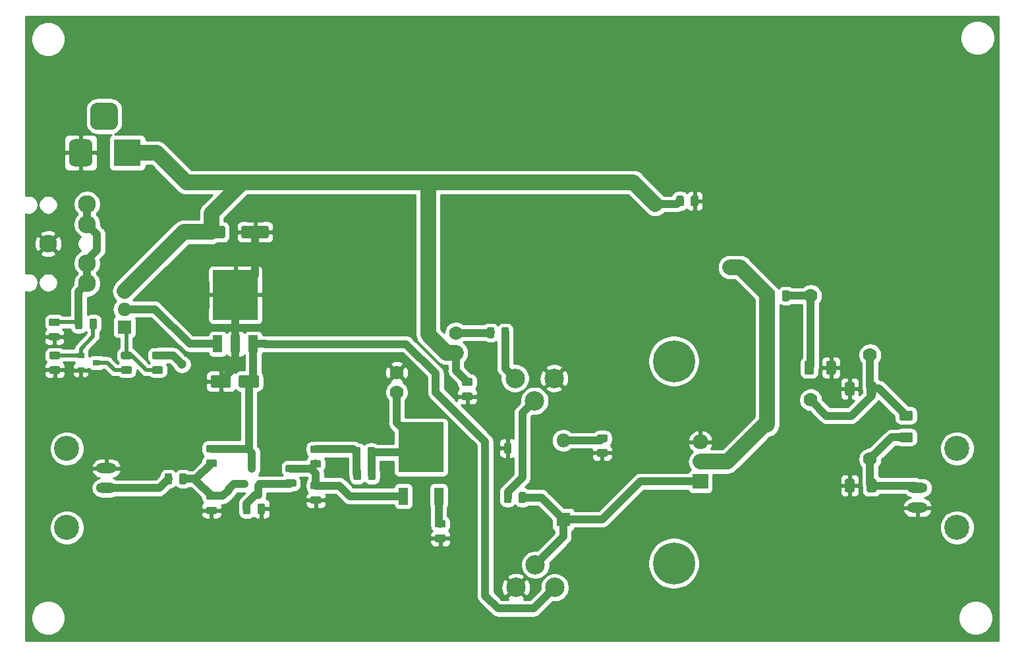
<source format=gtl>
G04 #@! TF.GenerationSoftware,KiCad,Pcbnew,(5.1.5)-3*
G04 #@! TF.CreationDate,2021-07-16T13:31:02-05:00*
G04 #@! TF.ProjectId,IRF510-Amplifier,49524635-3130-42d4-916d-706c69666965,rev?*
G04 #@! TF.SameCoordinates,Original*
G04 #@! TF.FileFunction,Copper,L1,Top*
G04 #@! TF.FilePolarity,Positive*
%FSLAX46Y46*%
G04 Gerber Fmt 4.6, Leading zero omitted, Abs format (unit mm)*
G04 Created by KiCad (PCBNEW (5.1.5)-3) date 2021-07-16 13:31:02*
%MOMM*%
%LPD*%
G04 APERTURE LIST*
%ADD10C,5.400000*%
%ADD11C,2.300000*%
%ADD12C,0.100000*%
%ADD13O,1.800000X1.717500*%
%ADD14R,1.800000X1.717500*%
%ADD15R,0.900000X0.800000*%
%ADD16R,5.800000X6.400000*%
%ADD17R,1.200000X2.200000*%
%ADD18C,1.778000*%
%ADD19C,2.500000*%
%ADD20O,1.800000X1.800000*%
%ADD21R,1.800000X1.800000*%
%ADD22O,2.000000X1.905000*%
%ADD23R,2.000000X1.905000*%
%ADD24R,0.800000X0.900000*%
%ADD25O,2.616000X1.308000*%
%ADD26C,3.216000*%
%ADD27R,3.500000X3.500000*%
%ADD28C,1.200000*%
%ADD29C,1.000000*%
%ADD30C,2.000000*%
%ADD31C,0.500000*%
%ADD32C,0.254000*%
G04 APERTURE END LIST*
D10*
X159600000Y-90800000D03*
X159600000Y-64800000D03*
D11*
X84200000Y-54800000D03*
X79200000Y-49700000D03*
X84200000Y-44600000D03*
X84200000Y-47200000D03*
X84200000Y-52200000D03*
G04 #@! TA.AperFunction,SMDPad,CuDef*
D12*
G36*
X89740142Y-65451174D02*
G01*
X89763803Y-65454684D01*
X89787007Y-65460496D01*
X89809529Y-65468554D01*
X89831153Y-65478782D01*
X89851670Y-65491079D01*
X89870883Y-65505329D01*
X89888607Y-65521393D01*
X89904671Y-65539117D01*
X89918921Y-65558330D01*
X89931218Y-65578847D01*
X89941446Y-65600471D01*
X89949504Y-65622993D01*
X89955316Y-65646197D01*
X89958826Y-65669858D01*
X89960000Y-65693750D01*
X89960000Y-66181250D01*
X89958826Y-66205142D01*
X89955316Y-66228803D01*
X89949504Y-66252007D01*
X89941446Y-66274529D01*
X89931218Y-66296153D01*
X89918921Y-66316670D01*
X89904671Y-66335883D01*
X89888607Y-66353607D01*
X89870883Y-66369671D01*
X89851670Y-66383921D01*
X89831153Y-66396218D01*
X89809529Y-66406446D01*
X89787007Y-66414504D01*
X89763803Y-66420316D01*
X89740142Y-66423826D01*
X89716250Y-66425000D01*
X88803750Y-66425000D01*
X88779858Y-66423826D01*
X88756197Y-66420316D01*
X88732993Y-66414504D01*
X88710471Y-66406446D01*
X88688847Y-66396218D01*
X88668330Y-66383921D01*
X88649117Y-66369671D01*
X88631393Y-66353607D01*
X88615329Y-66335883D01*
X88601079Y-66316670D01*
X88588782Y-66296153D01*
X88578554Y-66274529D01*
X88570496Y-66252007D01*
X88564684Y-66228803D01*
X88561174Y-66205142D01*
X88560000Y-66181250D01*
X88560000Y-65693750D01*
X88561174Y-65669858D01*
X88564684Y-65646197D01*
X88570496Y-65622993D01*
X88578554Y-65600471D01*
X88588782Y-65578847D01*
X88601079Y-65558330D01*
X88615329Y-65539117D01*
X88631393Y-65521393D01*
X88649117Y-65505329D01*
X88668330Y-65491079D01*
X88688847Y-65478782D01*
X88710471Y-65468554D01*
X88732993Y-65460496D01*
X88756197Y-65454684D01*
X88779858Y-65451174D01*
X88803750Y-65450000D01*
X89716250Y-65450000D01*
X89740142Y-65451174D01*
G37*
G04 #@! TD.AperFunction*
G04 #@! TA.AperFunction,SMDPad,CuDef*
G36*
X89740142Y-63576174D02*
G01*
X89763803Y-63579684D01*
X89787007Y-63585496D01*
X89809529Y-63593554D01*
X89831153Y-63603782D01*
X89851670Y-63616079D01*
X89870883Y-63630329D01*
X89888607Y-63646393D01*
X89904671Y-63664117D01*
X89918921Y-63683330D01*
X89931218Y-63703847D01*
X89941446Y-63725471D01*
X89949504Y-63747993D01*
X89955316Y-63771197D01*
X89958826Y-63794858D01*
X89960000Y-63818750D01*
X89960000Y-64306250D01*
X89958826Y-64330142D01*
X89955316Y-64353803D01*
X89949504Y-64377007D01*
X89941446Y-64399529D01*
X89931218Y-64421153D01*
X89918921Y-64441670D01*
X89904671Y-64460883D01*
X89888607Y-64478607D01*
X89870883Y-64494671D01*
X89851670Y-64508921D01*
X89831153Y-64521218D01*
X89809529Y-64531446D01*
X89787007Y-64539504D01*
X89763803Y-64545316D01*
X89740142Y-64548826D01*
X89716250Y-64550000D01*
X88803750Y-64550000D01*
X88779858Y-64548826D01*
X88756197Y-64545316D01*
X88732993Y-64539504D01*
X88710471Y-64531446D01*
X88688847Y-64521218D01*
X88668330Y-64508921D01*
X88649117Y-64494671D01*
X88631393Y-64478607D01*
X88615329Y-64460883D01*
X88601079Y-64441670D01*
X88588782Y-64421153D01*
X88578554Y-64399529D01*
X88570496Y-64377007D01*
X88564684Y-64353803D01*
X88561174Y-64330142D01*
X88560000Y-64306250D01*
X88560000Y-63818750D01*
X88561174Y-63794858D01*
X88564684Y-63771197D01*
X88570496Y-63747993D01*
X88578554Y-63725471D01*
X88588782Y-63703847D01*
X88601079Y-63683330D01*
X88615329Y-63664117D01*
X88631393Y-63646393D01*
X88649117Y-63630329D01*
X88668330Y-63616079D01*
X88688847Y-63603782D01*
X88710471Y-63593554D01*
X88732993Y-63585496D01*
X88756197Y-63579684D01*
X88779858Y-63576174D01*
X88803750Y-63575000D01*
X89716250Y-63575000D01*
X89740142Y-63576174D01*
G37*
G04 #@! TD.AperFunction*
G04 #@! TA.AperFunction,SMDPad,CuDef*
G36*
X83392642Y-59301174D02*
G01*
X83416303Y-59304684D01*
X83439507Y-59310496D01*
X83462029Y-59318554D01*
X83483653Y-59328782D01*
X83504170Y-59341079D01*
X83523383Y-59355329D01*
X83541107Y-59371393D01*
X83557171Y-59389117D01*
X83571421Y-59408330D01*
X83583718Y-59428847D01*
X83593946Y-59450471D01*
X83602004Y-59472993D01*
X83607816Y-59496197D01*
X83611326Y-59519858D01*
X83612500Y-59543750D01*
X83612500Y-60456250D01*
X83611326Y-60480142D01*
X83607816Y-60503803D01*
X83602004Y-60527007D01*
X83593946Y-60549529D01*
X83583718Y-60571153D01*
X83571421Y-60591670D01*
X83557171Y-60610883D01*
X83541107Y-60628607D01*
X83523383Y-60644671D01*
X83504170Y-60658921D01*
X83483653Y-60671218D01*
X83462029Y-60681446D01*
X83439507Y-60689504D01*
X83416303Y-60695316D01*
X83392642Y-60698826D01*
X83368750Y-60700000D01*
X82881250Y-60700000D01*
X82857358Y-60698826D01*
X82833697Y-60695316D01*
X82810493Y-60689504D01*
X82787971Y-60681446D01*
X82766347Y-60671218D01*
X82745830Y-60658921D01*
X82726617Y-60644671D01*
X82708893Y-60628607D01*
X82692829Y-60610883D01*
X82678579Y-60591670D01*
X82666282Y-60571153D01*
X82656054Y-60549529D01*
X82647996Y-60527007D01*
X82642184Y-60503803D01*
X82638674Y-60480142D01*
X82637500Y-60456250D01*
X82637500Y-59543750D01*
X82638674Y-59519858D01*
X82642184Y-59496197D01*
X82647996Y-59472993D01*
X82656054Y-59450471D01*
X82666282Y-59428847D01*
X82678579Y-59408330D01*
X82692829Y-59389117D01*
X82708893Y-59371393D01*
X82726617Y-59355329D01*
X82745830Y-59341079D01*
X82766347Y-59328782D01*
X82787971Y-59318554D01*
X82810493Y-59310496D01*
X82833697Y-59304684D01*
X82857358Y-59301174D01*
X82881250Y-59300000D01*
X83368750Y-59300000D01*
X83392642Y-59301174D01*
G37*
G04 #@! TD.AperFunction*
G04 #@! TA.AperFunction,SMDPad,CuDef*
G36*
X85267642Y-59301174D02*
G01*
X85291303Y-59304684D01*
X85314507Y-59310496D01*
X85337029Y-59318554D01*
X85358653Y-59328782D01*
X85379170Y-59341079D01*
X85398383Y-59355329D01*
X85416107Y-59371393D01*
X85432171Y-59389117D01*
X85446421Y-59408330D01*
X85458718Y-59428847D01*
X85468946Y-59450471D01*
X85477004Y-59472993D01*
X85482816Y-59496197D01*
X85486326Y-59519858D01*
X85487500Y-59543750D01*
X85487500Y-60456250D01*
X85486326Y-60480142D01*
X85482816Y-60503803D01*
X85477004Y-60527007D01*
X85468946Y-60549529D01*
X85458718Y-60571153D01*
X85446421Y-60591670D01*
X85432171Y-60610883D01*
X85416107Y-60628607D01*
X85398383Y-60644671D01*
X85379170Y-60658921D01*
X85358653Y-60671218D01*
X85337029Y-60681446D01*
X85314507Y-60689504D01*
X85291303Y-60695316D01*
X85267642Y-60698826D01*
X85243750Y-60700000D01*
X84756250Y-60700000D01*
X84732358Y-60698826D01*
X84708697Y-60695316D01*
X84685493Y-60689504D01*
X84662971Y-60681446D01*
X84641347Y-60671218D01*
X84620830Y-60658921D01*
X84601617Y-60644671D01*
X84583893Y-60628607D01*
X84567829Y-60610883D01*
X84553579Y-60591670D01*
X84541282Y-60571153D01*
X84531054Y-60549529D01*
X84522996Y-60527007D01*
X84517184Y-60503803D01*
X84513674Y-60480142D01*
X84512500Y-60456250D01*
X84512500Y-59543750D01*
X84513674Y-59519858D01*
X84517184Y-59496197D01*
X84522996Y-59472993D01*
X84531054Y-59450471D01*
X84541282Y-59428847D01*
X84553579Y-59408330D01*
X84567829Y-59389117D01*
X84583893Y-59371393D01*
X84601617Y-59355329D01*
X84620830Y-59341079D01*
X84641347Y-59328782D01*
X84662971Y-59318554D01*
X84685493Y-59310496D01*
X84708697Y-59304684D01*
X84732358Y-59301174D01*
X84756250Y-59300000D01*
X85243750Y-59300000D01*
X85267642Y-59301174D01*
G37*
G04 #@! TD.AperFunction*
G04 #@! TA.AperFunction,SMDPad,CuDef*
G36*
X93740142Y-65451174D02*
G01*
X93763803Y-65454684D01*
X93787007Y-65460496D01*
X93809529Y-65468554D01*
X93831153Y-65478782D01*
X93851670Y-65491079D01*
X93870883Y-65505329D01*
X93888607Y-65521393D01*
X93904671Y-65539117D01*
X93918921Y-65558330D01*
X93931218Y-65578847D01*
X93941446Y-65600471D01*
X93949504Y-65622993D01*
X93955316Y-65646197D01*
X93958826Y-65669858D01*
X93960000Y-65693750D01*
X93960000Y-66181250D01*
X93958826Y-66205142D01*
X93955316Y-66228803D01*
X93949504Y-66252007D01*
X93941446Y-66274529D01*
X93931218Y-66296153D01*
X93918921Y-66316670D01*
X93904671Y-66335883D01*
X93888607Y-66353607D01*
X93870883Y-66369671D01*
X93851670Y-66383921D01*
X93831153Y-66396218D01*
X93809529Y-66406446D01*
X93787007Y-66414504D01*
X93763803Y-66420316D01*
X93740142Y-66423826D01*
X93716250Y-66425000D01*
X92803750Y-66425000D01*
X92779858Y-66423826D01*
X92756197Y-66420316D01*
X92732993Y-66414504D01*
X92710471Y-66406446D01*
X92688847Y-66396218D01*
X92668330Y-66383921D01*
X92649117Y-66369671D01*
X92631393Y-66353607D01*
X92615329Y-66335883D01*
X92601079Y-66316670D01*
X92588782Y-66296153D01*
X92578554Y-66274529D01*
X92570496Y-66252007D01*
X92564684Y-66228803D01*
X92561174Y-66205142D01*
X92560000Y-66181250D01*
X92560000Y-65693750D01*
X92561174Y-65669858D01*
X92564684Y-65646197D01*
X92570496Y-65622993D01*
X92578554Y-65600471D01*
X92588782Y-65578847D01*
X92601079Y-65558330D01*
X92615329Y-65539117D01*
X92631393Y-65521393D01*
X92649117Y-65505329D01*
X92668330Y-65491079D01*
X92688847Y-65478782D01*
X92710471Y-65468554D01*
X92732993Y-65460496D01*
X92756197Y-65454684D01*
X92779858Y-65451174D01*
X92803750Y-65450000D01*
X93716250Y-65450000D01*
X93740142Y-65451174D01*
G37*
G04 #@! TD.AperFunction*
G04 #@! TA.AperFunction,SMDPad,CuDef*
G36*
X93740142Y-63576174D02*
G01*
X93763803Y-63579684D01*
X93787007Y-63585496D01*
X93809529Y-63593554D01*
X93831153Y-63603782D01*
X93851670Y-63616079D01*
X93870883Y-63630329D01*
X93888607Y-63646393D01*
X93904671Y-63664117D01*
X93918921Y-63683330D01*
X93931218Y-63703847D01*
X93941446Y-63725471D01*
X93949504Y-63747993D01*
X93955316Y-63771197D01*
X93958826Y-63794858D01*
X93960000Y-63818750D01*
X93960000Y-64306250D01*
X93958826Y-64330142D01*
X93955316Y-64353803D01*
X93949504Y-64377007D01*
X93941446Y-64399529D01*
X93931218Y-64421153D01*
X93918921Y-64441670D01*
X93904671Y-64460883D01*
X93888607Y-64478607D01*
X93870883Y-64494671D01*
X93851670Y-64508921D01*
X93831153Y-64521218D01*
X93809529Y-64531446D01*
X93787007Y-64539504D01*
X93763803Y-64545316D01*
X93740142Y-64548826D01*
X93716250Y-64550000D01*
X92803750Y-64550000D01*
X92779858Y-64548826D01*
X92756197Y-64545316D01*
X92732993Y-64539504D01*
X92710471Y-64531446D01*
X92688847Y-64521218D01*
X92668330Y-64508921D01*
X92649117Y-64494671D01*
X92631393Y-64478607D01*
X92615329Y-64460883D01*
X92601079Y-64441670D01*
X92588782Y-64421153D01*
X92578554Y-64399529D01*
X92570496Y-64377007D01*
X92564684Y-64353803D01*
X92561174Y-64330142D01*
X92560000Y-64306250D01*
X92560000Y-63818750D01*
X92561174Y-63794858D01*
X92564684Y-63771197D01*
X92570496Y-63747993D01*
X92578554Y-63725471D01*
X92588782Y-63703847D01*
X92601079Y-63683330D01*
X92615329Y-63664117D01*
X92631393Y-63646393D01*
X92649117Y-63630329D01*
X92668330Y-63616079D01*
X92688847Y-63603782D01*
X92710471Y-63593554D01*
X92732993Y-63585496D01*
X92756197Y-63579684D01*
X92779858Y-63576174D01*
X92803750Y-63575000D01*
X93716250Y-63575000D01*
X93740142Y-63576174D01*
G37*
G04 #@! TD.AperFunction*
G04 #@! TA.AperFunction,SMDPad,CuDef*
G36*
X80480142Y-59313674D02*
G01*
X80503803Y-59317184D01*
X80527007Y-59322996D01*
X80549529Y-59331054D01*
X80571153Y-59341282D01*
X80591670Y-59353579D01*
X80610883Y-59367829D01*
X80628607Y-59383893D01*
X80644671Y-59401617D01*
X80658921Y-59420830D01*
X80671218Y-59441347D01*
X80681446Y-59462971D01*
X80689504Y-59485493D01*
X80695316Y-59508697D01*
X80698826Y-59532358D01*
X80700000Y-59556250D01*
X80700000Y-60043750D01*
X80698826Y-60067642D01*
X80695316Y-60091303D01*
X80689504Y-60114507D01*
X80681446Y-60137029D01*
X80671218Y-60158653D01*
X80658921Y-60179170D01*
X80644671Y-60198383D01*
X80628607Y-60216107D01*
X80610883Y-60232171D01*
X80591670Y-60246421D01*
X80571153Y-60258718D01*
X80549529Y-60268946D01*
X80527007Y-60277004D01*
X80503803Y-60282816D01*
X80480142Y-60286326D01*
X80456250Y-60287500D01*
X79543750Y-60287500D01*
X79519858Y-60286326D01*
X79496197Y-60282816D01*
X79472993Y-60277004D01*
X79450471Y-60268946D01*
X79428847Y-60258718D01*
X79408330Y-60246421D01*
X79389117Y-60232171D01*
X79371393Y-60216107D01*
X79355329Y-60198383D01*
X79341079Y-60179170D01*
X79328782Y-60158653D01*
X79318554Y-60137029D01*
X79310496Y-60114507D01*
X79304684Y-60091303D01*
X79301174Y-60067642D01*
X79300000Y-60043750D01*
X79300000Y-59556250D01*
X79301174Y-59532358D01*
X79304684Y-59508697D01*
X79310496Y-59485493D01*
X79318554Y-59462971D01*
X79328782Y-59441347D01*
X79341079Y-59420830D01*
X79355329Y-59401617D01*
X79371393Y-59383893D01*
X79389117Y-59367829D01*
X79408330Y-59353579D01*
X79428847Y-59341282D01*
X79450471Y-59331054D01*
X79472993Y-59322996D01*
X79496197Y-59317184D01*
X79519858Y-59313674D01*
X79543750Y-59312500D01*
X80456250Y-59312500D01*
X80480142Y-59313674D01*
G37*
G04 #@! TD.AperFunction*
G04 #@! TA.AperFunction,SMDPad,CuDef*
G36*
X80480142Y-61188674D02*
G01*
X80503803Y-61192184D01*
X80527007Y-61197996D01*
X80549529Y-61206054D01*
X80571153Y-61216282D01*
X80591670Y-61228579D01*
X80610883Y-61242829D01*
X80628607Y-61258893D01*
X80644671Y-61276617D01*
X80658921Y-61295830D01*
X80671218Y-61316347D01*
X80681446Y-61337971D01*
X80689504Y-61360493D01*
X80695316Y-61383697D01*
X80698826Y-61407358D01*
X80700000Y-61431250D01*
X80700000Y-61918750D01*
X80698826Y-61942642D01*
X80695316Y-61966303D01*
X80689504Y-61989507D01*
X80681446Y-62012029D01*
X80671218Y-62033653D01*
X80658921Y-62054170D01*
X80644671Y-62073383D01*
X80628607Y-62091107D01*
X80610883Y-62107171D01*
X80591670Y-62121421D01*
X80571153Y-62133718D01*
X80549529Y-62143946D01*
X80527007Y-62152004D01*
X80503803Y-62157816D01*
X80480142Y-62161326D01*
X80456250Y-62162500D01*
X79543750Y-62162500D01*
X79519858Y-62161326D01*
X79496197Y-62157816D01*
X79472993Y-62152004D01*
X79450471Y-62143946D01*
X79428847Y-62133718D01*
X79408330Y-62121421D01*
X79389117Y-62107171D01*
X79371393Y-62091107D01*
X79355329Y-62073383D01*
X79341079Y-62054170D01*
X79328782Y-62033653D01*
X79318554Y-62012029D01*
X79310496Y-61989507D01*
X79304684Y-61966303D01*
X79301174Y-61942642D01*
X79300000Y-61918750D01*
X79300000Y-61431250D01*
X79301174Y-61407358D01*
X79304684Y-61383697D01*
X79310496Y-61360493D01*
X79318554Y-61337971D01*
X79328782Y-61316347D01*
X79341079Y-61295830D01*
X79355329Y-61276617D01*
X79371393Y-61258893D01*
X79389117Y-61242829D01*
X79408330Y-61228579D01*
X79428847Y-61216282D01*
X79450471Y-61206054D01*
X79472993Y-61197996D01*
X79496197Y-61192184D01*
X79519858Y-61188674D01*
X79543750Y-61187500D01*
X80456250Y-61187500D01*
X80480142Y-61188674D01*
G37*
G04 #@! TD.AperFunction*
D13*
X89000000Y-55820000D03*
X89000000Y-58110000D03*
D14*
X89000000Y-60400000D03*
D15*
X85400000Y-65000000D03*
X83400000Y-65950000D03*
X83400000Y-64050000D03*
G04 #@! TA.AperFunction,SMDPad,CuDef*
D12*
G36*
X80540142Y-65451174D02*
G01*
X80563803Y-65454684D01*
X80587007Y-65460496D01*
X80609529Y-65468554D01*
X80631153Y-65478782D01*
X80651670Y-65491079D01*
X80670883Y-65505329D01*
X80688607Y-65521393D01*
X80704671Y-65539117D01*
X80718921Y-65558330D01*
X80731218Y-65578847D01*
X80741446Y-65600471D01*
X80749504Y-65622993D01*
X80755316Y-65646197D01*
X80758826Y-65669858D01*
X80760000Y-65693750D01*
X80760000Y-66181250D01*
X80758826Y-66205142D01*
X80755316Y-66228803D01*
X80749504Y-66252007D01*
X80741446Y-66274529D01*
X80731218Y-66296153D01*
X80718921Y-66316670D01*
X80704671Y-66335883D01*
X80688607Y-66353607D01*
X80670883Y-66369671D01*
X80651670Y-66383921D01*
X80631153Y-66396218D01*
X80609529Y-66406446D01*
X80587007Y-66414504D01*
X80563803Y-66420316D01*
X80540142Y-66423826D01*
X80516250Y-66425000D01*
X79603750Y-66425000D01*
X79579858Y-66423826D01*
X79556197Y-66420316D01*
X79532993Y-66414504D01*
X79510471Y-66406446D01*
X79488847Y-66396218D01*
X79468330Y-66383921D01*
X79449117Y-66369671D01*
X79431393Y-66353607D01*
X79415329Y-66335883D01*
X79401079Y-66316670D01*
X79388782Y-66296153D01*
X79378554Y-66274529D01*
X79370496Y-66252007D01*
X79364684Y-66228803D01*
X79361174Y-66205142D01*
X79360000Y-66181250D01*
X79360000Y-65693750D01*
X79361174Y-65669858D01*
X79364684Y-65646197D01*
X79370496Y-65622993D01*
X79378554Y-65600471D01*
X79388782Y-65578847D01*
X79401079Y-65558330D01*
X79415329Y-65539117D01*
X79431393Y-65521393D01*
X79449117Y-65505329D01*
X79468330Y-65491079D01*
X79488847Y-65478782D01*
X79510471Y-65468554D01*
X79532993Y-65460496D01*
X79556197Y-65454684D01*
X79579858Y-65451174D01*
X79603750Y-65450000D01*
X80516250Y-65450000D01*
X80540142Y-65451174D01*
G37*
G04 #@! TD.AperFunction*
G04 #@! TA.AperFunction,SMDPad,CuDef*
G36*
X80540142Y-63576174D02*
G01*
X80563803Y-63579684D01*
X80587007Y-63585496D01*
X80609529Y-63593554D01*
X80631153Y-63603782D01*
X80651670Y-63616079D01*
X80670883Y-63630329D01*
X80688607Y-63646393D01*
X80704671Y-63664117D01*
X80718921Y-63683330D01*
X80731218Y-63703847D01*
X80741446Y-63725471D01*
X80749504Y-63747993D01*
X80755316Y-63771197D01*
X80758826Y-63794858D01*
X80760000Y-63818750D01*
X80760000Y-64306250D01*
X80758826Y-64330142D01*
X80755316Y-64353803D01*
X80749504Y-64377007D01*
X80741446Y-64399529D01*
X80731218Y-64421153D01*
X80718921Y-64441670D01*
X80704671Y-64460883D01*
X80688607Y-64478607D01*
X80670883Y-64494671D01*
X80651670Y-64508921D01*
X80631153Y-64521218D01*
X80609529Y-64531446D01*
X80587007Y-64539504D01*
X80563803Y-64545316D01*
X80540142Y-64548826D01*
X80516250Y-64550000D01*
X79603750Y-64550000D01*
X79579858Y-64548826D01*
X79556197Y-64545316D01*
X79532993Y-64539504D01*
X79510471Y-64531446D01*
X79488847Y-64521218D01*
X79468330Y-64508921D01*
X79449117Y-64494671D01*
X79431393Y-64478607D01*
X79415329Y-64460883D01*
X79401079Y-64441670D01*
X79388782Y-64421153D01*
X79378554Y-64399529D01*
X79370496Y-64377007D01*
X79364684Y-64353803D01*
X79361174Y-64330142D01*
X79360000Y-64306250D01*
X79360000Y-63818750D01*
X79361174Y-63794858D01*
X79364684Y-63771197D01*
X79370496Y-63747993D01*
X79378554Y-63725471D01*
X79388782Y-63703847D01*
X79401079Y-63683330D01*
X79415329Y-63664117D01*
X79431393Y-63646393D01*
X79449117Y-63630329D01*
X79468330Y-63616079D01*
X79488847Y-63603782D01*
X79510471Y-63593554D01*
X79532993Y-63585496D01*
X79556197Y-63579684D01*
X79579858Y-63576174D01*
X79603750Y-63575000D01*
X80516250Y-63575000D01*
X80540142Y-63576174D01*
G37*
G04 #@! TD.AperFunction*
D16*
X103275000Y-56275000D03*
D17*
X105555000Y-62575000D03*
X103275000Y-62575000D03*
X100995000Y-62575000D03*
D18*
X131610000Y-63730000D03*
X123990000Y-68810000D03*
X131610000Y-61190000D03*
X123990000Y-66270000D03*
D19*
X139300000Y-93900000D03*
X144300000Y-93900000D03*
X141800000Y-91000000D03*
X144206000Y-67003000D03*
X139206000Y-67003000D03*
X141706000Y-69903000D03*
G04 #@! TA.AperFunction,SMDPad,CuDef*
D12*
G36*
X150880142Y-76113674D02*
G01*
X150903803Y-76117184D01*
X150927007Y-76122996D01*
X150949529Y-76131054D01*
X150971153Y-76141282D01*
X150991670Y-76153579D01*
X151010883Y-76167829D01*
X151028607Y-76183893D01*
X151044671Y-76201617D01*
X151058921Y-76220830D01*
X151071218Y-76241347D01*
X151081446Y-76262971D01*
X151089504Y-76285493D01*
X151095316Y-76308697D01*
X151098826Y-76332358D01*
X151100000Y-76356250D01*
X151100000Y-76843750D01*
X151098826Y-76867642D01*
X151095316Y-76891303D01*
X151089504Y-76914507D01*
X151081446Y-76937029D01*
X151071218Y-76958653D01*
X151058921Y-76979170D01*
X151044671Y-76998383D01*
X151028607Y-77016107D01*
X151010883Y-77032171D01*
X150991670Y-77046421D01*
X150971153Y-77058718D01*
X150949529Y-77068946D01*
X150927007Y-77077004D01*
X150903803Y-77082816D01*
X150880142Y-77086326D01*
X150856250Y-77087500D01*
X149943750Y-77087500D01*
X149919858Y-77086326D01*
X149896197Y-77082816D01*
X149872993Y-77077004D01*
X149850471Y-77068946D01*
X149828847Y-77058718D01*
X149808330Y-77046421D01*
X149789117Y-77032171D01*
X149771393Y-77016107D01*
X149755329Y-76998383D01*
X149741079Y-76979170D01*
X149728782Y-76958653D01*
X149718554Y-76937029D01*
X149710496Y-76914507D01*
X149704684Y-76891303D01*
X149701174Y-76867642D01*
X149700000Y-76843750D01*
X149700000Y-76356250D01*
X149701174Y-76332358D01*
X149704684Y-76308697D01*
X149710496Y-76285493D01*
X149718554Y-76262971D01*
X149728782Y-76241347D01*
X149741079Y-76220830D01*
X149755329Y-76201617D01*
X149771393Y-76183893D01*
X149789117Y-76167829D01*
X149808330Y-76153579D01*
X149828847Y-76141282D01*
X149850471Y-76131054D01*
X149872993Y-76122996D01*
X149896197Y-76117184D01*
X149919858Y-76113674D01*
X149943750Y-76112500D01*
X150856250Y-76112500D01*
X150880142Y-76113674D01*
G37*
G04 #@! TD.AperFunction*
G04 #@! TA.AperFunction,SMDPad,CuDef*
G36*
X150880142Y-74238674D02*
G01*
X150903803Y-74242184D01*
X150927007Y-74247996D01*
X150949529Y-74256054D01*
X150971153Y-74266282D01*
X150991670Y-74278579D01*
X151010883Y-74292829D01*
X151028607Y-74308893D01*
X151044671Y-74326617D01*
X151058921Y-74345830D01*
X151071218Y-74366347D01*
X151081446Y-74387971D01*
X151089504Y-74410493D01*
X151095316Y-74433697D01*
X151098826Y-74457358D01*
X151100000Y-74481250D01*
X151100000Y-74968750D01*
X151098826Y-74992642D01*
X151095316Y-75016303D01*
X151089504Y-75039507D01*
X151081446Y-75062029D01*
X151071218Y-75083653D01*
X151058921Y-75104170D01*
X151044671Y-75123383D01*
X151028607Y-75141107D01*
X151010883Y-75157171D01*
X150991670Y-75171421D01*
X150971153Y-75183718D01*
X150949529Y-75193946D01*
X150927007Y-75202004D01*
X150903803Y-75207816D01*
X150880142Y-75211326D01*
X150856250Y-75212500D01*
X149943750Y-75212500D01*
X149919858Y-75211326D01*
X149896197Y-75207816D01*
X149872993Y-75202004D01*
X149850471Y-75193946D01*
X149828847Y-75183718D01*
X149808330Y-75171421D01*
X149789117Y-75157171D01*
X149771393Y-75141107D01*
X149755329Y-75123383D01*
X149741079Y-75104170D01*
X149728782Y-75083653D01*
X149718554Y-75062029D01*
X149710496Y-75039507D01*
X149704684Y-75016303D01*
X149701174Y-74992642D01*
X149700000Y-74968750D01*
X149700000Y-74481250D01*
X149701174Y-74457358D01*
X149704684Y-74433697D01*
X149710496Y-74410493D01*
X149718554Y-74387971D01*
X149728782Y-74366347D01*
X149741079Y-74345830D01*
X149755329Y-74326617D01*
X149771393Y-74308893D01*
X149789117Y-74292829D01*
X149808330Y-74278579D01*
X149828847Y-74266282D01*
X149850471Y-74256054D01*
X149872993Y-74247996D01*
X149896197Y-74242184D01*
X149919858Y-74238674D01*
X149943750Y-74237500D01*
X150856250Y-74237500D01*
X150880142Y-74238674D01*
G37*
G04 #@! TD.AperFunction*
G04 #@! TA.AperFunction,SMDPad,CuDef*
G36*
X138530142Y-75301174D02*
G01*
X138553803Y-75304684D01*
X138577007Y-75310496D01*
X138599529Y-75318554D01*
X138621153Y-75328782D01*
X138641670Y-75341079D01*
X138660883Y-75355329D01*
X138678607Y-75371393D01*
X138694671Y-75389117D01*
X138708921Y-75408330D01*
X138721218Y-75428847D01*
X138731446Y-75450471D01*
X138739504Y-75472993D01*
X138745316Y-75496197D01*
X138748826Y-75519858D01*
X138750000Y-75543750D01*
X138750000Y-76456250D01*
X138748826Y-76480142D01*
X138745316Y-76503803D01*
X138739504Y-76527007D01*
X138731446Y-76549529D01*
X138721218Y-76571153D01*
X138708921Y-76591670D01*
X138694671Y-76610883D01*
X138678607Y-76628607D01*
X138660883Y-76644671D01*
X138641670Y-76658921D01*
X138621153Y-76671218D01*
X138599529Y-76681446D01*
X138577007Y-76689504D01*
X138553803Y-76695316D01*
X138530142Y-76698826D01*
X138506250Y-76700000D01*
X138018750Y-76700000D01*
X137994858Y-76698826D01*
X137971197Y-76695316D01*
X137947993Y-76689504D01*
X137925471Y-76681446D01*
X137903847Y-76671218D01*
X137883330Y-76658921D01*
X137864117Y-76644671D01*
X137846393Y-76628607D01*
X137830329Y-76610883D01*
X137816079Y-76591670D01*
X137803782Y-76571153D01*
X137793554Y-76549529D01*
X137785496Y-76527007D01*
X137779684Y-76503803D01*
X137776174Y-76480142D01*
X137775000Y-76456250D01*
X137775000Y-75543750D01*
X137776174Y-75519858D01*
X137779684Y-75496197D01*
X137785496Y-75472993D01*
X137793554Y-75450471D01*
X137803782Y-75428847D01*
X137816079Y-75408330D01*
X137830329Y-75389117D01*
X137846393Y-75371393D01*
X137864117Y-75355329D01*
X137883330Y-75341079D01*
X137903847Y-75328782D01*
X137925471Y-75318554D01*
X137947993Y-75310496D01*
X137971197Y-75304684D01*
X137994858Y-75301174D01*
X138018750Y-75300000D01*
X138506250Y-75300000D01*
X138530142Y-75301174D01*
G37*
G04 #@! TD.AperFunction*
G04 #@! TA.AperFunction,SMDPad,CuDef*
G36*
X140405142Y-75301174D02*
G01*
X140428803Y-75304684D01*
X140452007Y-75310496D01*
X140474529Y-75318554D01*
X140496153Y-75328782D01*
X140516670Y-75341079D01*
X140535883Y-75355329D01*
X140553607Y-75371393D01*
X140569671Y-75389117D01*
X140583921Y-75408330D01*
X140596218Y-75428847D01*
X140606446Y-75450471D01*
X140614504Y-75472993D01*
X140620316Y-75496197D01*
X140623826Y-75519858D01*
X140625000Y-75543750D01*
X140625000Y-76456250D01*
X140623826Y-76480142D01*
X140620316Y-76503803D01*
X140614504Y-76527007D01*
X140606446Y-76549529D01*
X140596218Y-76571153D01*
X140583921Y-76591670D01*
X140569671Y-76610883D01*
X140553607Y-76628607D01*
X140535883Y-76644671D01*
X140516670Y-76658921D01*
X140496153Y-76671218D01*
X140474529Y-76681446D01*
X140452007Y-76689504D01*
X140428803Y-76695316D01*
X140405142Y-76698826D01*
X140381250Y-76700000D01*
X139893750Y-76700000D01*
X139869858Y-76698826D01*
X139846197Y-76695316D01*
X139822993Y-76689504D01*
X139800471Y-76681446D01*
X139778847Y-76671218D01*
X139758330Y-76658921D01*
X139739117Y-76644671D01*
X139721393Y-76628607D01*
X139705329Y-76610883D01*
X139691079Y-76591670D01*
X139678782Y-76571153D01*
X139668554Y-76549529D01*
X139660496Y-76527007D01*
X139654684Y-76503803D01*
X139651174Y-76480142D01*
X139650000Y-76456250D01*
X139650000Y-75543750D01*
X139651174Y-75519858D01*
X139654684Y-75496197D01*
X139660496Y-75472993D01*
X139668554Y-75450471D01*
X139678782Y-75428847D01*
X139691079Y-75408330D01*
X139705329Y-75389117D01*
X139721393Y-75371393D01*
X139739117Y-75355329D01*
X139758330Y-75341079D01*
X139778847Y-75328782D01*
X139800471Y-75318554D01*
X139822993Y-75310496D01*
X139846197Y-75304684D01*
X139869858Y-75301174D01*
X139893750Y-75300000D01*
X140381250Y-75300000D01*
X140405142Y-75301174D01*
G37*
G04 #@! TD.AperFunction*
D18*
X157200000Y-44600000D03*
X166845000Y-52744000D03*
D20*
X145400000Y-75000000D03*
D21*
X145400000Y-85160000D03*
G04 #@! TA.AperFunction,SMDPad,CuDef*
D12*
G36*
X162542642Y-43501174D02*
G01*
X162566303Y-43504684D01*
X162589507Y-43510496D01*
X162612029Y-43518554D01*
X162633653Y-43528782D01*
X162654170Y-43541079D01*
X162673383Y-43555329D01*
X162691107Y-43571393D01*
X162707171Y-43589117D01*
X162721421Y-43608330D01*
X162733718Y-43628847D01*
X162743946Y-43650471D01*
X162752004Y-43672993D01*
X162757816Y-43696197D01*
X162761326Y-43719858D01*
X162762500Y-43743750D01*
X162762500Y-44656250D01*
X162761326Y-44680142D01*
X162757816Y-44703803D01*
X162752004Y-44727007D01*
X162743946Y-44749529D01*
X162733718Y-44771153D01*
X162721421Y-44791670D01*
X162707171Y-44810883D01*
X162691107Y-44828607D01*
X162673383Y-44844671D01*
X162654170Y-44858921D01*
X162633653Y-44871218D01*
X162612029Y-44881446D01*
X162589507Y-44889504D01*
X162566303Y-44895316D01*
X162542642Y-44898826D01*
X162518750Y-44900000D01*
X162031250Y-44900000D01*
X162007358Y-44898826D01*
X161983697Y-44895316D01*
X161960493Y-44889504D01*
X161937971Y-44881446D01*
X161916347Y-44871218D01*
X161895830Y-44858921D01*
X161876617Y-44844671D01*
X161858893Y-44828607D01*
X161842829Y-44810883D01*
X161828579Y-44791670D01*
X161816282Y-44771153D01*
X161806054Y-44749529D01*
X161797996Y-44727007D01*
X161792184Y-44703803D01*
X161788674Y-44680142D01*
X161787500Y-44656250D01*
X161787500Y-43743750D01*
X161788674Y-43719858D01*
X161792184Y-43696197D01*
X161797996Y-43672993D01*
X161806054Y-43650471D01*
X161816282Y-43628847D01*
X161828579Y-43608330D01*
X161842829Y-43589117D01*
X161858893Y-43571393D01*
X161876617Y-43555329D01*
X161895830Y-43541079D01*
X161916347Y-43528782D01*
X161937971Y-43518554D01*
X161960493Y-43510496D01*
X161983697Y-43504684D01*
X162007358Y-43501174D01*
X162031250Y-43500000D01*
X162518750Y-43500000D01*
X162542642Y-43501174D01*
G37*
G04 #@! TD.AperFunction*
G04 #@! TA.AperFunction,SMDPad,CuDef*
G36*
X160667642Y-43501174D02*
G01*
X160691303Y-43504684D01*
X160714507Y-43510496D01*
X160737029Y-43518554D01*
X160758653Y-43528782D01*
X160779170Y-43541079D01*
X160798383Y-43555329D01*
X160816107Y-43571393D01*
X160832171Y-43589117D01*
X160846421Y-43608330D01*
X160858718Y-43628847D01*
X160868946Y-43650471D01*
X160877004Y-43672993D01*
X160882816Y-43696197D01*
X160886326Y-43719858D01*
X160887500Y-43743750D01*
X160887500Y-44656250D01*
X160886326Y-44680142D01*
X160882816Y-44703803D01*
X160877004Y-44727007D01*
X160868946Y-44749529D01*
X160858718Y-44771153D01*
X160846421Y-44791670D01*
X160832171Y-44810883D01*
X160816107Y-44828607D01*
X160798383Y-44844671D01*
X160779170Y-44858921D01*
X160758653Y-44871218D01*
X160737029Y-44881446D01*
X160714507Y-44889504D01*
X160691303Y-44895316D01*
X160667642Y-44898826D01*
X160643750Y-44900000D01*
X160156250Y-44900000D01*
X160132358Y-44898826D01*
X160108697Y-44895316D01*
X160085493Y-44889504D01*
X160062971Y-44881446D01*
X160041347Y-44871218D01*
X160020830Y-44858921D01*
X160001617Y-44844671D01*
X159983893Y-44828607D01*
X159967829Y-44810883D01*
X159953579Y-44791670D01*
X159941282Y-44771153D01*
X159931054Y-44749529D01*
X159922996Y-44727007D01*
X159917184Y-44703803D01*
X159913674Y-44680142D01*
X159912500Y-44656250D01*
X159912500Y-43743750D01*
X159913674Y-43719858D01*
X159917184Y-43696197D01*
X159922996Y-43672993D01*
X159931054Y-43650471D01*
X159941282Y-43628847D01*
X159953579Y-43608330D01*
X159967829Y-43589117D01*
X159983893Y-43571393D01*
X160001617Y-43555329D01*
X160020830Y-43541079D01*
X160041347Y-43528782D01*
X160062971Y-43518554D01*
X160085493Y-43510496D01*
X160108697Y-43504684D01*
X160132358Y-43501174D01*
X160156250Y-43500000D01*
X160643750Y-43500000D01*
X160667642Y-43501174D01*
G37*
G04 #@! TD.AperFunction*
G04 #@! TA.AperFunction,SMDPad,CuDef*
G36*
X140405142Y-81641174D02*
G01*
X140428803Y-81644684D01*
X140452007Y-81650496D01*
X140474529Y-81658554D01*
X140496153Y-81668782D01*
X140516670Y-81681079D01*
X140535883Y-81695329D01*
X140553607Y-81711393D01*
X140569671Y-81729117D01*
X140583921Y-81748330D01*
X140596218Y-81768847D01*
X140606446Y-81790471D01*
X140614504Y-81812993D01*
X140620316Y-81836197D01*
X140623826Y-81859858D01*
X140625000Y-81883750D01*
X140625000Y-82796250D01*
X140623826Y-82820142D01*
X140620316Y-82843803D01*
X140614504Y-82867007D01*
X140606446Y-82889529D01*
X140596218Y-82911153D01*
X140583921Y-82931670D01*
X140569671Y-82950883D01*
X140553607Y-82968607D01*
X140535883Y-82984671D01*
X140516670Y-82998921D01*
X140496153Y-83011218D01*
X140474529Y-83021446D01*
X140452007Y-83029504D01*
X140428803Y-83035316D01*
X140405142Y-83038826D01*
X140381250Y-83040000D01*
X139893750Y-83040000D01*
X139869858Y-83038826D01*
X139846197Y-83035316D01*
X139822993Y-83029504D01*
X139800471Y-83021446D01*
X139778847Y-83011218D01*
X139758330Y-82998921D01*
X139739117Y-82984671D01*
X139721393Y-82968607D01*
X139705329Y-82950883D01*
X139691079Y-82931670D01*
X139678782Y-82911153D01*
X139668554Y-82889529D01*
X139660496Y-82867007D01*
X139654684Y-82843803D01*
X139651174Y-82820142D01*
X139650000Y-82796250D01*
X139650000Y-81883750D01*
X139651174Y-81859858D01*
X139654684Y-81836197D01*
X139660496Y-81812993D01*
X139668554Y-81790471D01*
X139678782Y-81768847D01*
X139691079Y-81748330D01*
X139705329Y-81729117D01*
X139721393Y-81711393D01*
X139739117Y-81695329D01*
X139758330Y-81681079D01*
X139778847Y-81668782D01*
X139800471Y-81658554D01*
X139822993Y-81650496D01*
X139846197Y-81644684D01*
X139869858Y-81641174D01*
X139893750Y-81640000D01*
X140381250Y-81640000D01*
X140405142Y-81641174D01*
G37*
G04 #@! TD.AperFunction*
G04 #@! TA.AperFunction,SMDPad,CuDef*
G36*
X138530142Y-81641174D02*
G01*
X138553803Y-81644684D01*
X138577007Y-81650496D01*
X138599529Y-81658554D01*
X138621153Y-81668782D01*
X138641670Y-81681079D01*
X138660883Y-81695329D01*
X138678607Y-81711393D01*
X138694671Y-81729117D01*
X138708921Y-81748330D01*
X138721218Y-81768847D01*
X138731446Y-81790471D01*
X138739504Y-81812993D01*
X138745316Y-81836197D01*
X138748826Y-81859858D01*
X138750000Y-81883750D01*
X138750000Y-82796250D01*
X138748826Y-82820142D01*
X138745316Y-82843803D01*
X138739504Y-82867007D01*
X138731446Y-82889529D01*
X138721218Y-82911153D01*
X138708921Y-82931670D01*
X138694671Y-82950883D01*
X138678607Y-82968607D01*
X138660883Y-82984671D01*
X138641670Y-82998921D01*
X138621153Y-83011218D01*
X138599529Y-83021446D01*
X138577007Y-83029504D01*
X138553803Y-83035316D01*
X138530142Y-83038826D01*
X138506250Y-83040000D01*
X138018750Y-83040000D01*
X137994858Y-83038826D01*
X137971197Y-83035316D01*
X137947993Y-83029504D01*
X137925471Y-83021446D01*
X137903847Y-83011218D01*
X137883330Y-82998921D01*
X137864117Y-82984671D01*
X137846393Y-82968607D01*
X137830329Y-82950883D01*
X137816079Y-82931670D01*
X137803782Y-82911153D01*
X137793554Y-82889529D01*
X137785496Y-82867007D01*
X137779684Y-82843803D01*
X137776174Y-82820142D01*
X137775000Y-82796250D01*
X137775000Y-81883750D01*
X137776174Y-81859858D01*
X137779684Y-81836197D01*
X137785496Y-81812993D01*
X137793554Y-81790471D01*
X137803782Y-81768847D01*
X137816079Y-81748330D01*
X137830329Y-81729117D01*
X137846393Y-81711393D01*
X137864117Y-81695329D01*
X137883330Y-81681079D01*
X137903847Y-81668782D01*
X137925471Y-81658554D01*
X137947993Y-81650496D01*
X137971197Y-81644684D01*
X137994858Y-81641174D01*
X138018750Y-81640000D01*
X138506250Y-81640000D01*
X138530142Y-81641174D01*
G37*
G04 #@! TD.AperFunction*
G04 #@! TA.AperFunction,SMDPad,CuDef*
G36*
X138205142Y-60441174D02*
G01*
X138228803Y-60444684D01*
X138252007Y-60450496D01*
X138274529Y-60458554D01*
X138296153Y-60468782D01*
X138316670Y-60481079D01*
X138335883Y-60495329D01*
X138353607Y-60511393D01*
X138369671Y-60529117D01*
X138383921Y-60548330D01*
X138396218Y-60568847D01*
X138406446Y-60590471D01*
X138414504Y-60612993D01*
X138420316Y-60636197D01*
X138423826Y-60659858D01*
X138425000Y-60683750D01*
X138425000Y-61596250D01*
X138423826Y-61620142D01*
X138420316Y-61643803D01*
X138414504Y-61667007D01*
X138406446Y-61689529D01*
X138396218Y-61711153D01*
X138383921Y-61731670D01*
X138369671Y-61750883D01*
X138353607Y-61768607D01*
X138335883Y-61784671D01*
X138316670Y-61798921D01*
X138296153Y-61811218D01*
X138274529Y-61821446D01*
X138252007Y-61829504D01*
X138228803Y-61835316D01*
X138205142Y-61838826D01*
X138181250Y-61840000D01*
X137693750Y-61840000D01*
X137669858Y-61838826D01*
X137646197Y-61835316D01*
X137622993Y-61829504D01*
X137600471Y-61821446D01*
X137578847Y-61811218D01*
X137558330Y-61798921D01*
X137539117Y-61784671D01*
X137521393Y-61768607D01*
X137505329Y-61750883D01*
X137491079Y-61731670D01*
X137478782Y-61711153D01*
X137468554Y-61689529D01*
X137460496Y-61667007D01*
X137454684Y-61643803D01*
X137451174Y-61620142D01*
X137450000Y-61596250D01*
X137450000Y-60683750D01*
X137451174Y-60659858D01*
X137454684Y-60636197D01*
X137460496Y-60612993D01*
X137468554Y-60590471D01*
X137478782Y-60568847D01*
X137491079Y-60548330D01*
X137505329Y-60529117D01*
X137521393Y-60511393D01*
X137539117Y-60495329D01*
X137558330Y-60481079D01*
X137578847Y-60468782D01*
X137600471Y-60458554D01*
X137622993Y-60450496D01*
X137646197Y-60444684D01*
X137669858Y-60441174D01*
X137693750Y-60440000D01*
X138181250Y-60440000D01*
X138205142Y-60441174D01*
G37*
G04 #@! TD.AperFunction*
G04 #@! TA.AperFunction,SMDPad,CuDef*
G36*
X136330142Y-60441174D02*
G01*
X136353803Y-60444684D01*
X136377007Y-60450496D01*
X136399529Y-60458554D01*
X136421153Y-60468782D01*
X136441670Y-60481079D01*
X136460883Y-60495329D01*
X136478607Y-60511393D01*
X136494671Y-60529117D01*
X136508921Y-60548330D01*
X136521218Y-60568847D01*
X136531446Y-60590471D01*
X136539504Y-60612993D01*
X136545316Y-60636197D01*
X136548826Y-60659858D01*
X136550000Y-60683750D01*
X136550000Y-61596250D01*
X136548826Y-61620142D01*
X136545316Y-61643803D01*
X136539504Y-61667007D01*
X136531446Y-61689529D01*
X136521218Y-61711153D01*
X136508921Y-61731670D01*
X136494671Y-61750883D01*
X136478607Y-61768607D01*
X136460883Y-61784671D01*
X136441670Y-61798921D01*
X136421153Y-61811218D01*
X136399529Y-61821446D01*
X136377007Y-61829504D01*
X136353803Y-61835316D01*
X136330142Y-61838826D01*
X136306250Y-61840000D01*
X135818750Y-61840000D01*
X135794858Y-61838826D01*
X135771197Y-61835316D01*
X135747993Y-61829504D01*
X135725471Y-61821446D01*
X135703847Y-61811218D01*
X135683330Y-61798921D01*
X135664117Y-61784671D01*
X135646393Y-61768607D01*
X135630329Y-61750883D01*
X135616079Y-61731670D01*
X135603782Y-61711153D01*
X135593554Y-61689529D01*
X135585496Y-61667007D01*
X135579684Y-61643803D01*
X135576174Y-61620142D01*
X135575000Y-61596250D01*
X135575000Y-60683750D01*
X135576174Y-60659858D01*
X135579684Y-60636197D01*
X135585496Y-60612993D01*
X135593554Y-60590471D01*
X135603782Y-60568847D01*
X135616079Y-60548330D01*
X135630329Y-60529117D01*
X135646393Y-60511393D01*
X135664117Y-60495329D01*
X135683330Y-60481079D01*
X135703847Y-60468782D01*
X135725471Y-60458554D01*
X135747993Y-60450496D01*
X135771197Y-60444684D01*
X135794858Y-60441174D01*
X135818750Y-60440000D01*
X136306250Y-60440000D01*
X136330142Y-60441174D01*
G37*
G04 #@! TD.AperFunction*
G04 #@! TA.AperFunction,SMDPad,CuDef*
G36*
X100680142Y-83513674D02*
G01*
X100703803Y-83517184D01*
X100727007Y-83522996D01*
X100749529Y-83531054D01*
X100771153Y-83541282D01*
X100791670Y-83553579D01*
X100810883Y-83567829D01*
X100828607Y-83583893D01*
X100844671Y-83601617D01*
X100858921Y-83620830D01*
X100871218Y-83641347D01*
X100881446Y-83662971D01*
X100889504Y-83685493D01*
X100895316Y-83708697D01*
X100898826Y-83732358D01*
X100900000Y-83756250D01*
X100900000Y-84243750D01*
X100898826Y-84267642D01*
X100895316Y-84291303D01*
X100889504Y-84314507D01*
X100881446Y-84337029D01*
X100871218Y-84358653D01*
X100858921Y-84379170D01*
X100844671Y-84398383D01*
X100828607Y-84416107D01*
X100810883Y-84432171D01*
X100791670Y-84446421D01*
X100771153Y-84458718D01*
X100749529Y-84468946D01*
X100727007Y-84477004D01*
X100703803Y-84482816D01*
X100680142Y-84486326D01*
X100656250Y-84487500D01*
X99743750Y-84487500D01*
X99719858Y-84486326D01*
X99696197Y-84482816D01*
X99672993Y-84477004D01*
X99650471Y-84468946D01*
X99628847Y-84458718D01*
X99608330Y-84446421D01*
X99589117Y-84432171D01*
X99571393Y-84416107D01*
X99555329Y-84398383D01*
X99541079Y-84379170D01*
X99528782Y-84358653D01*
X99518554Y-84337029D01*
X99510496Y-84314507D01*
X99504684Y-84291303D01*
X99501174Y-84267642D01*
X99500000Y-84243750D01*
X99500000Y-83756250D01*
X99501174Y-83732358D01*
X99504684Y-83708697D01*
X99510496Y-83685493D01*
X99518554Y-83662971D01*
X99528782Y-83641347D01*
X99541079Y-83620830D01*
X99555329Y-83601617D01*
X99571393Y-83583893D01*
X99589117Y-83567829D01*
X99608330Y-83553579D01*
X99628847Y-83541282D01*
X99650471Y-83531054D01*
X99672993Y-83522996D01*
X99696197Y-83517184D01*
X99719858Y-83513674D01*
X99743750Y-83512500D01*
X100656250Y-83512500D01*
X100680142Y-83513674D01*
G37*
G04 #@! TD.AperFunction*
G04 #@! TA.AperFunction,SMDPad,CuDef*
G36*
X100680142Y-81638674D02*
G01*
X100703803Y-81642184D01*
X100727007Y-81647996D01*
X100749529Y-81656054D01*
X100771153Y-81666282D01*
X100791670Y-81678579D01*
X100810883Y-81692829D01*
X100828607Y-81708893D01*
X100844671Y-81726617D01*
X100858921Y-81745830D01*
X100871218Y-81766347D01*
X100881446Y-81787971D01*
X100889504Y-81810493D01*
X100895316Y-81833697D01*
X100898826Y-81857358D01*
X100900000Y-81881250D01*
X100900000Y-82368750D01*
X100898826Y-82392642D01*
X100895316Y-82416303D01*
X100889504Y-82439507D01*
X100881446Y-82462029D01*
X100871218Y-82483653D01*
X100858921Y-82504170D01*
X100844671Y-82523383D01*
X100828607Y-82541107D01*
X100810883Y-82557171D01*
X100791670Y-82571421D01*
X100771153Y-82583718D01*
X100749529Y-82593946D01*
X100727007Y-82602004D01*
X100703803Y-82607816D01*
X100680142Y-82611326D01*
X100656250Y-82612500D01*
X99743750Y-82612500D01*
X99719858Y-82611326D01*
X99696197Y-82607816D01*
X99672993Y-82602004D01*
X99650471Y-82593946D01*
X99628847Y-82583718D01*
X99608330Y-82571421D01*
X99589117Y-82557171D01*
X99571393Y-82541107D01*
X99555329Y-82523383D01*
X99541079Y-82504170D01*
X99528782Y-82483653D01*
X99518554Y-82462029D01*
X99510496Y-82439507D01*
X99504684Y-82416303D01*
X99501174Y-82392642D01*
X99500000Y-82368750D01*
X99500000Y-81881250D01*
X99501174Y-81857358D01*
X99504684Y-81833697D01*
X99510496Y-81810493D01*
X99518554Y-81787971D01*
X99528782Y-81766347D01*
X99541079Y-81745830D01*
X99555329Y-81726617D01*
X99571393Y-81708893D01*
X99589117Y-81692829D01*
X99608330Y-81678579D01*
X99628847Y-81666282D01*
X99650471Y-81656054D01*
X99672993Y-81647996D01*
X99696197Y-81642184D01*
X99719858Y-81638674D01*
X99743750Y-81637500D01*
X100656250Y-81637500D01*
X100680142Y-81638674D01*
G37*
G04 #@! TD.AperFunction*
G04 #@! TA.AperFunction,SMDPad,CuDef*
G36*
X100680142Y-77451174D02*
G01*
X100703803Y-77454684D01*
X100727007Y-77460496D01*
X100749529Y-77468554D01*
X100771153Y-77478782D01*
X100791670Y-77491079D01*
X100810883Y-77505329D01*
X100828607Y-77521393D01*
X100844671Y-77539117D01*
X100858921Y-77558330D01*
X100871218Y-77578847D01*
X100881446Y-77600471D01*
X100889504Y-77622993D01*
X100895316Y-77646197D01*
X100898826Y-77669858D01*
X100900000Y-77693750D01*
X100900000Y-78181250D01*
X100898826Y-78205142D01*
X100895316Y-78228803D01*
X100889504Y-78252007D01*
X100881446Y-78274529D01*
X100871218Y-78296153D01*
X100858921Y-78316670D01*
X100844671Y-78335883D01*
X100828607Y-78353607D01*
X100810883Y-78369671D01*
X100791670Y-78383921D01*
X100771153Y-78396218D01*
X100749529Y-78406446D01*
X100727007Y-78414504D01*
X100703803Y-78420316D01*
X100680142Y-78423826D01*
X100656250Y-78425000D01*
X99743750Y-78425000D01*
X99719858Y-78423826D01*
X99696197Y-78420316D01*
X99672993Y-78414504D01*
X99650471Y-78406446D01*
X99628847Y-78396218D01*
X99608330Y-78383921D01*
X99589117Y-78369671D01*
X99571393Y-78353607D01*
X99555329Y-78335883D01*
X99541079Y-78316670D01*
X99528782Y-78296153D01*
X99518554Y-78274529D01*
X99510496Y-78252007D01*
X99504684Y-78228803D01*
X99501174Y-78205142D01*
X99500000Y-78181250D01*
X99500000Y-77693750D01*
X99501174Y-77669858D01*
X99504684Y-77646197D01*
X99510496Y-77622993D01*
X99518554Y-77600471D01*
X99528782Y-77578847D01*
X99541079Y-77558330D01*
X99555329Y-77539117D01*
X99571393Y-77521393D01*
X99589117Y-77505329D01*
X99608330Y-77491079D01*
X99628847Y-77478782D01*
X99650471Y-77468554D01*
X99672993Y-77460496D01*
X99696197Y-77454684D01*
X99719858Y-77451174D01*
X99743750Y-77450000D01*
X100656250Y-77450000D01*
X100680142Y-77451174D01*
G37*
G04 #@! TD.AperFunction*
G04 #@! TA.AperFunction,SMDPad,CuDef*
G36*
X100680142Y-75576174D02*
G01*
X100703803Y-75579684D01*
X100727007Y-75585496D01*
X100749529Y-75593554D01*
X100771153Y-75603782D01*
X100791670Y-75616079D01*
X100810883Y-75630329D01*
X100828607Y-75646393D01*
X100844671Y-75664117D01*
X100858921Y-75683330D01*
X100871218Y-75703847D01*
X100881446Y-75725471D01*
X100889504Y-75747993D01*
X100895316Y-75771197D01*
X100898826Y-75794858D01*
X100900000Y-75818750D01*
X100900000Y-76306250D01*
X100898826Y-76330142D01*
X100895316Y-76353803D01*
X100889504Y-76377007D01*
X100881446Y-76399529D01*
X100871218Y-76421153D01*
X100858921Y-76441670D01*
X100844671Y-76460883D01*
X100828607Y-76478607D01*
X100810883Y-76494671D01*
X100791670Y-76508921D01*
X100771153Y-76521218D01*
X100749529Y-76531446D01*
X100727007Y-76539504D01*
X100703803Y-76545316D01*
X100680142Y-76548826D01*
X100656250Y-76550000D01*
X99743750Y-76550000D01*
X99719858Y-76548826D01*
X99696197Y-76545316D01*
X99672993Y-76539504D01*
X99650471Y-76531446D01*
X99628847Y-76521218D01*
X99608330Y-76508921D01*
X99589117Y-76494671D01*
X99571393Y-76478607D01*
X99555329Y-76460883D01*
X99541079Y-76441670D01*
X99528782Y-76421153D01*
X99518554Y-76399529D01*
X99510496Y-76377007D01*
X99504684Y-76353803D01*
X99501174Y-76330142D01*
X99500000Y-76306250D01*
X99500000Y-75818750D01*
X99501174Y-75794858D01*
X99504684Y-75771197D01*
X99510496Y-75747993D01*
X99518554Y-75725471D01*
X99528782Y-75703847D01*
X99541079Y-75683330D01*
X99555329Y-75664117D01*
X99571393Y-75646393D01*
X99589117Y-75630329D01*
X99608330Y-75616079D01*
X99628847Y-75603782D01*
X99650471Y-75593554D01*
X99672993Y-75585496D01*
X99696197Y-75579684D01*
X99719858Y-75576174D01*
X99743750Y-75575000D01*
X100656250Y-75575000D01*
X100680142Y-75576174D01*
G37*
G04 #@! TD.AperFunction*
G04 #@! TA.AperFunction,SMDPad,CuDef*
G36*
X130080142Y-87113674D02*
G01*
X130103803Y-87117184D01*
X130127007Y-87122996D01*
X130149529Y-87131054D01*
X130171153Y-87141282D01*
X130191670Y-87153579D01*
X130210883Y-87167829D01*
X130228607Y-87183893D01*
X130244671Y-87201617D01*
X130258921Y-87220830D01*
X130271218Y-87241347D01*
X130281446Y-87262971D01*
X130289504Y-87285493D01*
X130295316Y-87308697D01*
X130298826Y-87332358D01*
X130300000Y-87356250D01*
X130300000Y-87843750D01*
X130298826Y-87867642D01*
X130295316Y-87891303D01*
X130289504Y-87914507D01*
X130281446Y-87937029D01*
X130271218Y-87958653D01*
X130258921Y-87979170D01*
X130244671Y-87998383D01*
X130228607Y-88016107D01*
X130210883Y-88032171D01*
X130191670Y-88046421D01*
X130171153Y-88058718D01*
X130149529Y-88068946D01*
X130127007Y-88077004D01*
X130103803Y-88082816D01*
X130080142Y-88086326D01*
X130056250Y-88087500D01*
X129143750Y-88087500D01*
X129119858Y-88086326D01*
X129096197Y-88082816D01*
X129072993Y-88077004D01*
X129050471Y-88068946D01*
X129028847Y-88058718D01*
X129008330Y-88046421D01*
X128989117Y-88032171D01*
X128971393Y-88016107D01*
X128955329Y-87998383D01*
X128941079Y-87979170D01*
X128928782Y-87958653D01*
X128918554Y-87937029D01*
X128910496Y-87914507D01*
X128904684Y-87891303D01*
X128901174Y-87867642D01*
X128900000Y-87843750D01*
X128900000Y-87356250D01*
X128901174Y-87332358D01*
X128904684Y-87308697D01*
X128910496Y-87285493D01*
X128918554Y-87262971D01*
X128928782Y-87241347D01*
X128941079Y-87220830D01*
X128955329Y-87201617D01*
X128971393Y-87183893D01*
X128989117Y-87167829D01*
X129008330Y-87153579D01*
X129028847Y-87141282D01*
X129050471Y-87131054D01*
X129072993Y-87122996D01*
X129096197Y-87117184D01*
X129119858Y-87113674D01*
X129143750Y-87112500D01*
X130056250Y-87112500D01*
X130080142Y-87113674D01*
G37*
G04 #@! TD.AperFunction*
G04 #@! TA.AperFunction,SMDPad,CuDef*
G36*
X130080142Y-85238674D02*
G01*
X130103803Y-85242184D01*
X130127007Y-85247996D01*
X130149529Y-85256054D01*
X130171153Y-85266282D01*
X130191670Y-85278579D01*
X130210883Y-85292829D01*
X130228607Y-85308893D01*
X130244671Y-85326617D01*
X130258921Y-85345830D01*
X130271218Y-85366347D01*
X130281446Y-85387971D01*
X130289504Y-85410493D01*
X130295316Y-85433697D01*
X130298826Y-85457358D01*
X130300000Y-85481250D01*
X130300000Y-85968750D01*
X130298826Y-85992642D01*
X130295316Y-86016303D01*
X130289504Y-86039507D01*
X130281446Y-86062029D01*
X130271218Y-86083653D01*
X130258921Y-86104170D01*
X130244671Y-86123383D01*
X130228607Y-86141107D01*
X130210883Y-86157171D01*
X130191670Y-86171421D01*
X130171153Y-86183718D01*
X130149529Y-86193946D01*
X130127007Y-86202004D01*
X130103803Y-86207816D01*
X130080142Y-86211326D01*
X130056250Y-86212500D01*
X129143750Y-86212500D01*
X129119858Y-86211326D01*
X129096197Y-86207816D01*
X129072993Y-86202004D01*
X129050471Y-86193946D01*
X129028847Y-86183718D01*
X129008330Y-86171421D01*
X128989117Y-86157171D01*
X128971393Y-86141107D01*
X128955329Y-86123383D01*
X128941079Y-86104170D01*
X128928782Y-86083653D01*
X128918554Y-86062029D01*
X128910496Y-86039507D01*
X128904684Y-86016303D01*
X128901174Y-85992642D01*
X128900000Y-85968750D01*
X128900000Y-85481250D01*
X128901174Y-85457358D01*
X128904684Y-85433697D01*
X128910496Y-85410493D01*
X128918554Y-85387971D01*
X128928782Y-85366347D01*
X128941079Y-85345830D01*
X128955329Y-85326617D01*
X128971393Y-85308893D01*
X128989117Y-85292829D01*
X129008330Y-85278579D01*
X129028847Y-85266282D01*
X129050471Y-85256054D01*
X129072993Y-85247996D01*
X129096197Y-85242184D01*
X129119858Y-85238674D01*
X129143750Y-85237500D01*
X130056250Y-85237500D01*
X130080142Y-85238674D01*
G37*
G04 #@! TD.AperFunction*
G04 #@! TA.AperFunction,SMDPad,CuDef*
G36*
X119192642Y-78701174D02*
G01*
X119216303Y-78704684D01*
X119239507Y-78710496D01*
X119262029Y-78718554D01*
X119283653Y-78728782D01*
X119304170Y-78741079D01*
X119323383Y-78755329D01*
X119341107Y-78771393D01*
X119357171Y-78789117D01*
X119371421Y-78808330D01*
X119383718Y-78828847D01*
X119393946Y-78850471D01*
X119402004Y-78872993D01*
X119407816Y-78896197D01*
X119411326Y-78919858D01*
X119412500Y-78943750D01*
X119412500Y-79856250D01*
X119411326Y-79880142D01*
X119407816Y-79903803D01*
X119402004Y-79927007D01*
X119393946Y-79949529D01*
X119383718Y-79971153D01*
X119371421Y-79991670D01*
X119357171Y-80010883D01*
X119341107Y-80028607D01*
X119323383Y-80044671D01*
X119304170Y-80058921D01*
X119283653Y-80071218D01*
X119262029Y-80081446D01*
X119239507Y-80089504D01*
X119216303Y-80095316D01*
X119192642Y-80098826D01*
X119168750Y-80100000D01*
X118681250Y-80100000D01*
X118657358Y-80098826D01*
X118633697Y-80095316D01*
X118610493Y-80089504D01*
X118587971Y-80081446D01*
X118566347Y-80071218D01*
X118545830Y-80058921D01*
X118526617Y-80044671D01*
X118508893Y-80028607D01*
X118492829Y-80010883D01*
X118478579Y-79991670D01*
X118466282Y-79971153D01*
X118456054Y-79949529D01*
X118447996Y-79927007D01*
X118442184Y-79903803D01*
X118438674Y-79880142D01*
X118437500Y-79856250D01*
X118437500Y-78943750D01*
X118438674Y-78919858D01*
X118442184Y-78896197D01*
X118447996Y-78872993D01*
X118456054Y-78850471D01*
X118466282Y-78828847D01*
X118478579Y-78808330D01*
X118492829Y-78789117D01*
X118508893Y-78771393D01*
X118526617Y-78755329D01*
X118545830Y-78741079D01*
X118566347Y-78728782D01*
X118587971Y-78718554D01*
X118610493Y-78710496D01*
X118633697Y-78704684D01*
X118657358Y-78701174D01*
X118681250Y-78700000D01*
X119168750Y-78700000D01*
X119192642Y-78701174D01*
G37*
G04 #@! TD.AperFunction*
G04 #@! TA.AperFunction,SMDPad,CuDef*
G36*
X121067642Y-78701174D02*
G01*
X121091303Y-78704684D01*
X121114507Y-78710496D01*
X121137029Y-78718554D01*
X121158653Y-78728782D01*
X121179170Y-78741079D01*
X121198383Y-78755329D01*
X121216107Y-78771393D01*
X121232171Y-78789117D01*
X121246421Y-78808330D01*
X121258718Y-78828847D01*
X121268946Y-78850471D01*
X121277004Y-78872993D01*
X121282816Y-78896197D01*
X121286326Y-78919858D01*
X121287500Y-78943750D01*
X121287500Y-79856250D01*
X121286326Y-79880142D01*
X121282816Y-79903803D01*
X121277004Y-79927007D01*
X121268946Y-79949529D01*
X121258718Y-79971153D01*
X121246421Y-79991670D01*
X121232171Y-80010883D01*
X121216107Y-80028607D01*
X121198383Y-80044671D01*
X121179170Y-80058921D01*
X121158653Y-80071218D01*
X121137029Y-80081446D01*
X121114507Y-80089504D01*
X121091303Y-80095316D01*
X121067642Y-80098826D01*
X121043750Y-80100000D01*
X120556250Y-80100000D01*
X120532358Y-80098826D01*
X120508697Y-80095316D01*
X120485493Y-80089504D01*
X120462971Y-80081446D01*
X120441347Y-80071218D01*
X120420830Y-80058921D01*
X120401617Y-80044671D01*
X120383893Y-80028607D01*
X120367829Y-80010883D01*
X120353579Y-79991670D01*
X120341282Y-79971153D01*
X120331054Y-79949529D01*
X120322996Y-79927007D01*
X120317184Y-79903803D01*
X120313674Y-79880142D01*
X120312500Y-79856250D01*
X120312500Y-78943750D01*
X120313674Y-78919858D01*
X120317184Y-78896197D01*
X120322996Y-78872993D01*
X120331054Y-78850471D01*
X120341282Y-78828847D01*
X120353579Y-78808330D01*
X120367829Y-78789117D01*
X120383893Y-78771393D01*
X120401617Y-78755329D01*
X120420830Y-78741079D01*
X120441347Y-78728782D01*
X120462971Y-78718554D01*
X120485493Y-78710496D01*
X120508697Y-78704684D01*
X120532358Y-78701174D01*
X120556250Y-78700000D01*
X121043750Y-78700000D01*
X121067642Y-78701174D01*
G37*
G04 #@! TD.AperFunction*
G04 #@! TA.AperFunction,SMDPad,CuDef*
G36*
X114080142Y-82188674D02*
G01*
X114103803Y-82192184D01*
X114127007Y-82197996D01*
X114149529Y-82206054D01*
X114171153Y-82216282D01*
X114191670Y-82228579D01*
X114210883Y-82242829D01*
X114228607Y-82258893D01*
X114244671Y-82276617D01*
X114258921Y-82295830D01*
X114271218Y-82316347D01*
X114281446Y-82337971D01*
X114289504Y-82360493D01*
X114295316Y-82383697D01*
X114298826Y-82407358D01*
X114300000Y-82431250D01*
X114300000Y-82918750D01*
X114298826Y-82942642D01*
X114295316Y-82966303D01*
X114289504Y-82989507D01*
X114281446Y-83012029D01*
X114271218Y-83033653D01*
X114258921Y-83054170D01*
X114244671Y-83073383D01*
X114228607Y-83091107D01*
X114210883Y-83107171D01*
X114191670Y-83121421D01*
X114171153Y-83133718D01*
X114149529Y-83143946D01*
X114127007Y-83152004D01*
X114103803Y-83157816D01*
X114080142Y-83161326D01*
X114056250Y-83162500D01*
X113143750Y-83162500D01*
X113119858Y-83161326D01*
X113096197Y-83157816D01*
X113072993Y-83152004D01*
X113050471Y-83143946D01*
X113028847Y-83133718D01*
X113008330Y-83121421D01*
X112989117Y-83107171D01*
X112971393Y-83091107D01*
X112955329Y-83073383D01*
X112941079Y-83054170D01*
X112928782Y-83033653D01*
X112918554Y-83012029D01*
X112910496Y-82989507D01*
X112904684Y-82966303D01*
X112901174Y-82942642D01*
X112900000Y-82918750D01*
X112900000Y-82431250D01*
X112901174Y-82407358D01*
X112904684Y-82383697D01*
X112910496Y-82360493D01*
X112918554Y-82337971D01*
X112928782Y-82316347D01*
X112941079Y-82295830D01*
X112955329Y-82276617D01*
X112971393Y-82258893D01*
X112989117Y-82242829D01*
X113008330Y-82228579D01*
X113028847Y-82216282D01*
X113050471Y-82206054D01*
X113072993Y-82197996D01*
X113096197Y-82192184D01*
X113119858Y-82188674D01*
X113143750Y-82187500D01*
X114056250Y-82187500D01*
X114080142Y-82188674D01*
G37*
G04 #@! TD.AperFunction*
G04 #@! TA.AperFunction,SMDPad,CuDef*
G36*
X114080142Y-80313674D02*
G01*
X114103803Y-80317184D01*
X114127007Y-80322996D01*
X114149529Y-80331054D01*
X114171153Y-80341282D01*
X114191670Y-80353579D01*
X114210883Y-80367829D01*
X114228607Y-80383893D01*
X114244671Y-80401617D01*
X114258921Y-80420830D01*
X114271218Y-80441347D01*
X114281446Y-80462971D01*
X114289504Y-80485493D01*
X114295316Y-80508697D01*
X114298826Y-80532358D01*
X114300000Y-80556250D01*
X114300000Y-81043750D01*
X114298826Y-81067642D01*
X114295316Y-81091303D01*
X114289504Y-81114507D01*
X114281446Y-81137029D01*
X114271218Y-81158653D01*
X114258921Y-81179170D01*
X114244671Y-81198383D01*
X114228607Y-81216107D01*
X114210883Y-81232171D01*
X114191670Y-81246421D01*
X114171153Y-81258718D01*
X114149529Y-81268946D01*
X114127007Y-81277004D01*
X114103803Y-81282816D01*
X114080142Y-81286326D01*
X114056250Y-81287500D01*
X113143750Y-81287500D01*
X113119858Y-81286326D01*
X113096197Y-81282816D01*
X113072993Y-81277004D01*
X113050471Y-81268946D01*
X113028847Y-81258718D01*
X113008330Y-81246421D01*
X112989117Y-81232171D01*
X112971393Y-81216107D01*
X112955329Y-81198383D01*
X112941079Y-81179170D01*
X112928782Y-81158653D01*
X112918554Y-81137029D01*
X112910496Y-81114507D01*
X112904684Y-81091303D01*
X112901174Y-81067642D01*
X112900000Y-81043750D01*
X112900000Y-80556250D01*
X112901174Y-80532358D01*
X112904684Y-80508697D01*
X112910496Y-80485493D01*
X112918554Y-80462971D01*
X112928782Y-80441347D01*
X112941079Y-80420830D01*
X112955329Y-80401617D01*
X112971393Y-80383893D01*
X112989117Y-80367829D01*
X113008330Y-80353579D01*
X113028847Y-80341282D01*
X113050471Y-80331054D01*
X113072993Y-80322996D01*
X113096197Y-80317184D01*
X113119858Y-80313674D01*
X113143750Y-80312500D01*
X114056250Y-80312500D01*
X114080142Y-80313674D01*
G37*
G04 #@! TD.AperFunction*
G04 #@! TA.AperFunction,SMDPad,CuDef*
G36*
X114080142Y-77513674D02*
G01*
X114103803Y-77517184D01*
X114127007Y-77522996D01*
X114149529Y-77531054D01*
X114171153Y-77541282D01*
X114191670Y-77553579D01*
X114210883Y-77567829D01*
X114228607Y-77583893D01*
X114244671Y-77601617D01*
X114258921Y-77620830D01*
X114271218Y-77641347D01*
X114281446Y-77662971D01*
X114289504Y-77685493D01*
X114295316Y-77708697D01*
X114298826Y-77732358D01*
X114300000Y-77756250D01*
X114300000Y-78243750D01*
X114298826Y-78267642D01*
X114295316Y-78291303D01*
X114289504Y-78314507D01*
X114281446Y-78337029D01*
X114271218Y-78358653D01*
X114258921Y-78379170D01*
X114244671Y-78398383D01*
X114228607Y-78416107D01*
X114210883Y-78432171D01*
X114191670Y-78446421D01*
X114171153Y-78458718D01*
X114149529Y-78468946D01*
X114127007Y-78477004D01*
X114103803Y-78482816D01*
X114080142Y-78486326D01*
X114056250Y-78487500D01*
X113143750Y-78487500D01*
X113119858Y-78486326D01*
X113096197Y-78482816D01*
X113072993Y-78477004D01*
X113050471Y-78468946D01*
X113028847Y-78458718D01*
X113008330Y-78446421D01*
X112989117Y-78432171D01*
X112971393Y-78416107D01*
X112955329Y-78398383D01*
X112941079Y-78379170D01*
X112928782Y-78358653D01*
X112918554Y-78337029D01*
X112910496Y-78314507D01*
X112904684Y-78291303D01*
X112901174Y-78267642D01*
X112900000Y-78243750D01*
X112900000Y-77756250D01*
X112901174Y-77732358D01*
X112904684Y-77708697D01*
X112910496Y-77685493D01*
X112918554Y-77662971D01*
X112928782Y-77641347D01*
X112941079Y-77620830D01*
X112955329Y-77601617D01*
X112971393Y-77583893D01*
X112989117Y-77567829D01*
X113008330Y-77553579D01*
X113028847Y-77541282D01*
X113050471Y-77531054D01*
X113072993Y-77522996D01*
X113096197Y-77517184D01*
X113119858Y-77513674D01*
X113143750Y-77512500D01*
X114056250Y-77512500D01*
X114080142Y-77513674D01*
G37*
G04 #@! TD.AperFunction*
G04 #@! TA.AperFunction,SMDPad,CuDef*
G36*
X114080142Y-75638674D02*
G01*
X114103803Y-75642184D01*
X114127007Y-75647996D01*
X114149529Y-75656054D01*
X114171153Y-75666282D01*
X114191670Y-75678579D01*
X114210883Y-75692829D01*
X114228607Y-75708893D01*
X114244671Y-75726617D01*
X114258921Y-75745830D01*
X114271218Y-75766347D01*
X114281446Y-75787971D01*
X114289504Y-75810493D01*
X114295316Y-75833697D01*
X114298826Y-75857358D01*
X114300000Y-75881250D01*
X114300000Y-76368750D01*
X114298826Y-76392642D01*
X114295316Y-76416303D01*
X114289504Y-76439507D01*
X114281446Y-76462029D01*
X114271218Y-76483653D01*
X114258921Y-76504170D01*
X114244671Y-76523383D01*
X114228607Y-76541107D01*
X114210883Y-76557171D01*
X114191670Y-76571421D01*
X114171153Y-76583718D01*
X114149529Y-76593946D01*
X114127007Y-76602004D01*
X114103803Y-76607816D01*
X114080142Y-76611326D01*
X114056250Y-76612500D01*
X113143750Y-76612500D01*
X113119858Y-76611326D01*
X113096197Y-76607816D01*
X113072993Y-76602004D01*
X113050471Y-76593946D01*
X113028847Y-76583718D01*
X113008330Y-76571421D01*
X112989117Y-76557171D01*
X112971393Y-76541107D01*
X112955329Y-76523383D01*
X112941079Y-76504170D01*
X112928782Y-76483653D01*
X112918554Y-76462029D01*
X112910496Y-76439507D01*
X112904684Y-76416303D01*
X112901174Y-76392642D01*
X112900000Y-76368750D01*
X112900000Y-75881250D01*
X112901174Y-75857358D01*
X112904684Y-75833697D01*
X112910496Y-75810493D01*
X112918554Y-75787971D01*
X112928782Y-75766347D01*
X112941079Y-75745830D01*
X112955329Y-75726617D01*
X112971393Y-75708893D01*
X112989117Y-75692829D01*
X113008330Y-75678579D01*
X113028847Y-75666282D01*
X113050471Y-75656054D01*
X113072993Y-75647996D01*
X113096197Y-75642184D01*
X113119858Y-75638674D01*
X113143750Y-75637500D01*
X114056250Y-75637500D01*
X114080142Y-75638674D01*
G37*
G04 #@! TD.AperFunction*
G04 #@! TA.AperFunction,SMDPad,CuDef*
G36*
X106867642Y-83101174D02*
G01*
X106891303Y-83104684D01*
X106914507Y-83110496D01*
X106937029Y-83118554D01*
X106958653Y-83128782D01*
X106979170Y-83141079D01*
X106998383Y-83155329D01*
X107016107Y-83171393D01*
X107032171Y-83189117D01*
X107046421Y-83208330D01*
X107058718Y-83228847D01*
X107068946Y-83250471D01*
X107077004Y-83272993D01*
X107082816Y-83296197D01*
X107086326Y-83319858D01*
X107087500Y-83343750D01*
X107087500Y-84256250D01*
X107086326Y-84280142D01*
X107082816Y-84303803D01*
X107077004Y-84327007D01*
X107068946Y-84349529D01*
X107058718Y-84371153D01*
X107046421Y-84391670D01*
X107032171Y-84410883D01*
X107016107Y-84428607D01*
X106998383Y-84444671D01*
X106979170Y-84458921D01*
X106958653Y-84471218D01*
X106937029Y-84481446D01*
X106914507Y-84489504D01*
X106891303Y-84495316D01*
X106867642Y-84498826D01*
X106843750Y-84500000D01*
X106356250Y-84500000D01*
X106332358Y-84498826D01*
X106308697Y-84495316D01*
X106285493Y-84489504D01*
X106262971Y-84481446D01*
X106241347Y-84471218D01*
X106220830Y-84458921D01*
X106201617Y-84444671D01*
X106183893Y-84428607D01*
X106167829Y-84410883D01*
X106153579Y-84391670D01*
X106141282Y-84371153D01*
X106131054Y-84349529D01*
X106122996Y-84327007D01*
X106117184Y-84303803D01*
X106113674Y-84280142D01*
X106112500Y-84256250D01*
X106112500Y-83343750D01*
X106113674Y-83319858D01*
X106117184Y-83296197D01*
X106122996Y-83272993D01*
X106131054Y-83250471D01*
X106141282Y-83228847D01*
X106153579Y-83208330D01*
X106167829Y-83189117D01*
X106183893Y-83171393D01*
X106201617Y-83155329D01*
X106220830Y-83141079D01*
X106241347Y-83128782D01*
X106262971Y-83118554D01*
X106285493Y-83110496D01*
X106308697Y-83104684D01*
X106332358Y-83101174D01*
X106356250Y-83100000D01*
X106843750Y-83100000D01*
X106867642Y-83101174D01*
G37*
G04 #@! TD.AperFunction*
G04 #@! TA.AperFunction,SMDPad,CuDef*
G36*
X104992642Y-83101174D02*
G01*
X105016303Y-83104684D01*
X105039507Y-83110496D01*
X105062029Y-83118554D01*
X105083653Y-83128782D01*
X105104170Y-83141079D01*
X105123383Y-83155329D01*
X105141107Y-83171393D01*
X105157171Y-83189117D01*
X105171421Y-83208330D01*
X105183718Y-83228847D01*
X105193946Y-83250471D01*
X105202004Y-83272993D01*
X105207816Y-83296197D01*
X105211326Y-83319858D01*
X105212500Y-83343750D01*
X105212500Y-84256250D01*
X105211326Y-84280142D01*
X105207816Y-84303803D01*
X105202004Y-84327007D01*
X105193946Y-84349529D01*
X105183718Y-84371153D01*
X105171421Y-84391670D01*
X105157171Y-84410883D01*
X105141107Y-84428607D01*
X105123383Y-84444671D01*
X105104170Y-84458921D01*
X105083653Y-84471218D01*
X105062029Y-84481446D01*
X105039507Y-84489504D01*
X105016303Y-84495316D01*
X104992642Y-84498826D01*
X104968750Y-84500000D01*
X104481250Y-84500000D01*
X104457358Y-84498826D01*
X104433697Y-84495316D01*
X104410493Y-84489504D01*
X104387971Y-84481446D01*
X104366347Y-84471218D01*
X104345830Y-84458921D01*
X104326617Y-84444671D01*
X104308893Y-84428607D01*
X104292829Y-84410883D01*
X104278579Y-84391670D01*
X104266282Y-84371153D01*
X104256054Y-84349529D01*
X104247996Y-84327007D01*
X104242184Y-84303803D01*
X104238674Y-84280142D01*
X104237500Y-84256250D01*
X104237500Y-83343750D01*
X104238674Y-83319858D01*
X104242184Y-83296197D01*
X104247996Y-83272993D01*
X104256054Y-83250471D01*
X104266282Y-83228847D01*
X104278579Y-83208330D01*
X104292829Y-83189117D01*
X104308893Y-83171393D01*
X104326617Y-83155329D01*
X104345830Y-83141079D01*
X104366347Y-83128782D01*
X104387971Y-83118554D01*
X104410493Y-83110496D01*
X104433697Y-83104684D01*
X104457358Y-83101174D01*
X104481250Y-83100000D01*
X104968750Y-83100000D01*
X104992642Y-83101174D01*
G37*
G04 #@! TD.AperFunction*
D22*
X163000000Y-75200000D03*
X163000000Y-77740000D03*
D23*
X163000000Y-80280000D03*
D16*
X127125000Y-75875000D03*
D17*
X129405000Y-82175000D03*
X124845000Y-82175000D03*
D24*
X105400000Y-78600000D03*
X106350000Y-80600000D03*
X104450000Y-80600000D03*
D18*
X177190000Y-69790000D03*
X184810000Y-77410000D03*
X177190000Y-56390000D03*
X184810000Y-64010000D03*
D25*
X86680000Y-81120000D03*
X86680000Y-78580000D03*
D26*
X81600000Y-76040000D03*
X81600000Y-86200000D03*
D25*
X190900000Y-81100000D03*
X190900000Y-83640000D03*
D26*
X195980000Y-86180000D03*
X195980000Y-76020000D03*
G04 #@! TA.AperFunction,ComponentPad*
D12*
G36*
X87360765Y-31554213D02*
G01*
X87445704Y-31566813D01*
X87528999Y-31587677D01*
X87609848Y-31616605D01*
X87687472Y-31653319D01*
X87761124Y-31697464D01*
X87830094Y-31748616D01*
X87893718Y-31806282D01*
X87951384Y-31869906D01*
X88002536Y-31938876D01*
X88046681Y-32012528D01*
X88083395Y-32090152D01*
X88112323Y-32171001D01*
X88133187Y-32254296D01*
X88145787Y-32339235D01*
X88150000Y-32425000D01*
X88150000Y-34175000D01*
X88145787Y-34260765D01*
X88133187Y-34345704D01*
X88112323Y-34428999D01*
X88083395Y-34509848D01*
X88046681Y-34587472D01*
X88002536Y-34661124D01*
X87951384Y-34730094D01*
X87893718Y-34793718D01*
X87830094Y-34851384D01*
X87761124Y-34902536D01*
X87687472Y-34946681D01*
X87609848Y-34983395D01*
X87528999Y-35012323D01*
X87445704Y-35033187D01*
X87360765Y-35045787D01*
X87275000Y-35050000D01*
X85525000Y-35050000D01*
X85439235Y-35045787D01*
X85354296Y-35033187D01*
X85271001Y-35012323D01*
X85190152Y-34983395D01*
X85112528Y-34946681D01*
X85038876Y-34902536D01*
X84969906Y-34851384D01*
X84906282Y-34793718D01*
X84848616Y-34730094D01*
X84797464Y-34661124D01*
X84753319Y-34587472D01*
X84716605Y-34509848D01*
X84687677Y-34428999D01*
X84666813Y-34345704D01*
X84654213Y-34260765D01*
X84650000Y-34175000D01*
X84650000Y-32425000D01*
X84654213Y-32339235D01*
X84666813Y-32254296D01*
X84687677Y-32171001D01*
X84716605Y-32090152D01*
X84753319Y-32012528D01*
X84797464Y-31938876D01*
X84848616Y-31869906D01*
X84906282Y-31806282D01*
X84969906Y-31748616D01*
X85038876Y-31697464D01*
X85112528Y-31653319D01*
X85190152Y-31616605D01*
X85271001Y-31587677D01*
X85354296Y-31566813D01*
X85439235Y-31554213D01*
X85525000Y-31550000D01*
X87275000Y-31550000D01*
X87360765Y-31554213D01*
G37*
G04 #@! TD.AperFunction*
G04 #@! TA.AperFunction,ComponentPad*
G36*
X84223513Y-36253611D02*
G01*
X84296318Y-36264411D01*
X84367714Y-36282295D01*
X84437013Y-36307090D01*
X84503548Y-36338559D01*
X84566678Y-36376398D01*
X84625795Y-36420242D01*
X84680330Y-36469670D01*
X84729758Y-36524205D01*
X84773602Y-36583322D01*
X84811441Y-36646452D01*
X84842910Y-36712987D01*
X84867705Y-36782286D01*
X84885589Y-36853682D01*
X84896389Y-36926487D01*
X84900000Y-37000000D01*
X84900000Y-39000000D01*
X84896389Y-39073513D01*
X84885589Y-39146318D01*
X84867705Y-39217714D01*
X84842910Y-39287013D01*
X84811441Y-39353548D01*
X84773602Y-39416678D01*
X84729758Y-39475795D01*
X84680330Y-39530330D01*
X84625795Y-39579758D01*
X84566678Y-39623602D01*
X84503548Y-39661441D01*
X84437013Y-39692910D01*
X84367714Y-39717705D01*
X84296318Y-39735589D01*
X84223513Y-39746389D01*
X84150000Y-39750000D01*
X82650000Y-39750000D01*
X82576487Y-39746389D01*
X82503682Y-39735589D01*
X82432286Y-39717705D01*
X82362987Y-39692910D01*
X82296452Y-39661441D01*
X82233322Y-39623602D01*
X82174205Y-39579758D01*
X82119670Y-39530330D01*
X82070242Y-39475795D01*
X82026398Y-39416678D01*
X81988559Y-39353548D01*
X81957090Y-39287013D01*
X81932295Y-39217714D01*
X81914411Y-39146318D01*
X81903611Y-39073513D01*
X81900000Y-39000000D01*
X81900000Y-37000000D01*
X81903611Y-36926487D01*
X81914411Y-36853682D01*
X81932295Y-36782286D01*
X81957090Y-36712987D01*
X81988559Y-36646452D01*
X82026398Y-36583322D01*
X82070242Y-36524205D01*
X82119670Y-36469670D01*
X82174205Y-36420242D01*
X82233322Y-36376398D01*
X82296452Y-36338559D01*
X82362987Y-36307090D01*
X82432286Y-36282295D01*
X82503682Y-36264411D01*
X82576487Y-36253611D01*
X82650000Y-36250000D01*
X84150000Y-36250000D01*
X84223513Y-36253611D01*
G37*
G04 #@! TD.AperFunction*
D27*
X89400000Y-38000000D03*
G04 #@! TA.AperFunction,SMDPad,CuDef*
D12*
G36*
X174267642Y-55701174D02*
G01*
X174291303Y-55704684D01*
X174314507Y-55710496D01*
X174337029Y-55718554D01*
X174358653Y-55728782D01*
X174379170Y-55741079D01*
X174398383Y-55755329D01*
X174416107Y-55771393D01*
X174432171Y-55789117D01*
X174446421Y-55808330D01*
X174458718Y-55828847D01*
X174468946Y-55850471D01*
X174477004Y-55872993D01*
X174482816Y-55896197D01*
X174486326Y-55919858D01*
X174487500Y-55943750D01*
X174487500Y-56856250D01*
X174486326Y-56880142D01*
X174482816Y-56903803D01*
X174477004Y-56927007D01*
X174468946Y-56949529D01*
X174458718Y-56971153D01*
X174446421Y-56991670D01*
X174432171Y-57010883D01*
X174416107Y-57028607D01*
X174398383Y-57044671D01*
X174379170Y-57058921D01*
X174358653Y-57071218D01*
X174337029Y-57081446D01*
X174314507Y-57089504D01*
X174291303Y-57095316D01*
X174267642Y-57098826D01*
X174243750Y-57100000D01*
X173756250Y-57100000D01*
X173732358Y-57098826D01*
X173708697Y-57095316D01*
X173685493Y-57089504D01*
X173662971Y-57081446D01*
X173641347Y-57071218D01*
X173620830Y-57058921D01*
X173601617Y-57044671D01*
X173583893Y-57028607D01*
X173567829Y-57010883D01*
X173553579Y-56991670D01*
X173541282Y-56971153D01*
X173531054Y-56949529D01*
X173522996Y-56927007D01*
X173517184Y-56903803D01*
X173513674Y-56880142D01*
X173512500Y-56856250D01*
X173512500Y-55943750D01*
X173513674Y-55919858D01*
X173517184Y-55896197D01*
X173522996Y-55872993D01*
X173531054Y-55850471D01*
X173541282Y-55828847D01*
X173553579Y-55808330D01*
X173567829Y-55789117D01*
X173583893Y-55771393D01*
X173601617Y-55755329D01*
X173620830Y-55741079D01*
X173641347Y-55728782D01*
X173662971Y-55718554D01*
X173685493Y-55710496D01*
X173708697Y-55704684D01*
X173732358Y-55701174D01*
X173756250Y-55700000D01*
X174243750Y-55700000D01*
X174267642Y-55701174D01*
G37*
G04 #@! TD.AperFunction*
G04 #@! TA.AperFunction,SMDPad,CuDef*
G36*
X172392642Y-55701174D02*
G01*
X172416303Y-55704684D01*
X172439507Y-55710496D01*
X172462029Y-55718554D01*
X172483653Y-55728782D01*
X172504170Y-55741079D01*
X172523383Y-55755329D01*
X172541107Y-55771393D01*
X172557171Y-55789117D01*
X172571421Y-55808330D01*
X172583718Y-55828847D01*
X172593946Y-55850471D01*
X172602004Y-55872993D01*
X172607816Y-55896197D01*
X172611326Y-55919858D01*
X172612500Y-55943750D01*
X172612500Y-56856250D01*
X172611326Y-56880142D01*
X172607816Y-56903803D01*
X172602004Y-56927007D01*
X172593946Y-56949529D01*
X172583718Y-56971153D01*
X172571421Y-56991670D01*
X172557171Y-57010883D01*
X172541107Y-57028607D01*
X172523383Y-57044671D01*
X172504170Y-57058921D01*
X172483653Y-57071218D01*
X172462029Y-57081446D01*
X172439507Y-57089504D01*
X172416303Y-57095316D01*
X172392642Y-57098826D01*
X172368750Y-57100000D01*
X171881250Y-57100000D01*
X171857358Y-57098826D01*
X171833697Y-57095316D01*
X171810493Y-57089504D01*
X171787971Y-57081446D01*
X171766347Y-57071218D01*
X171745830Y-57058921D01*
X171726617Y-57044671D01*
X171708893Y-57028607D01*
X171692829Y-57010883D01*
X171678579Y-56991670D01*
X171666282Y-56971153D01*
X171656054Y-56949529D01*
X171647996Y-56927007D01*
X171642184Y-56903803D01*
X171638674Y-56880142D01*
X171637500Y-56856250D01*
X171637500Y-55943750D01*
X171638674Y-55919858D01*
X171642184Y-55896197D01*
X171647996Y-55872993D01*
X171656054Y-55850471D01*
X171666282Y-55828847D01*
X171678579Y-55808330D01*
X171692829Y-55789117D01*
X171708893Y-55771393D01*
X171726617Y-55755329D01*
X171745830Y-55741079D01*
X171766347Y-55728782D01*
X171787971Y-55718554D01*
X171810493Y-55710496D01*
X171833697Y-55704684D01*
X171857358Y-55701174D01*
X171881250Y-55700000D01*
X172368750Y-55700000D01*
X172392642Y-55701174D01*
G37*
G04 #@! TD.AperFunction*
G04 #@! TA.AperFunction,SMDPad,CuDef*
G36*
X133540142Y-68851174D02*
G01*
X133563803Y-68854684D01*
X133587007Y-68860496D01*
X133609529Y-68868554D01*
X133631153Y-68878782D01*
X133651670Y-68891079D01*
X133670883Y-68905329D01*
X133688607Y-68921393D01*
X133704671Y-68939117D01*
X133718921Y-68958330D01*
X133731218Y-68978847D01*
X133741446Y-69000471D01*
X133749504Y-69022993D01*
X133755316Y-69046197D01*
X133758826Y-69069858D01*
X133760000Y-69093750D01*
X133760000Y-69581250D01*
X133758826Y-69605142D01*
X133755316Y-69628803D01*
X133749504Y-69652007D01*
X133741446Y-69674529D01*
X133731218Y-69696153D01*
X133718921Y-69716670D01*
X133704671Y-69735883D01*
X133688607Y-69753607D01*
X133670883Y-69769671D01*
X133651670Y-69783921D01*
X133631153Y-69796218D01*
X133609529Y-69806446D01*
X133587007Y-69814504D01*
X133563803Y-69820316D01*
X133540142Y-69823826D01*
X133516250Y-69825000D01*
X132603750Y-69825000D01*
X132579858Y-69823826D01*
X132556197Y-69820316D01*
X132532993Y-69814504D01*
X132510471Y-69806446D01*
X132488847Y-69796218D01*
X132468330Y-69783921D01*
X132449117Y-69769671D01*
X132431393Y-69753607D01*
X132415329Y-69735883D01*
X132401079Y-69716670D01*
X132388782Y-69696153D01*
X132378554Y-69674529D01*
X132370496Y-69652007D01*
X132364684Y-69628803D01*
X132361174Y-69605142D01*
X132360000Y-69581250D01*
X132360000Y-69093750D01*
X132361174Y-69069858D01*
X132364684Y-69046197D01*
X132370496Y-69022993D01*
X132378554Y-69000471D01*
X132388782Y-68978847D01*
X132401079Y-68958330D01*
X132415329Y-68939117D01*
X132431393Y-68921393D01*
X132449117Y-68905329D01*
X132468330Y-68891079D01*
X132488847Y-68878782D01*
X132510471Y-68868554D01*
X132532993Y-68860496D01*
X132556197Y-68854684D01*
X132579858Y-68851174D01*
X132603750Y-68850000D01*
X133516250Y-68850000D01*
X133540142Y-68851174D01*
G37*
G04 #@! TD.AperFunction*
G04 #@! TA.AperFunction,SMDPad,CuDef*
G36*
X133540142Y-66976174D02*
G01*
X133563803Y-66979684D01*
X133587007Y-66985496D01*
X133609529Y-66993554D01*
X133631153Y-67003782D01*
X133651670Y-67016079D01*
X133670883Y-67030329D01*
X133688607Y-67046393D01*
X133704671Y-67064117D01*
X133718921Y-67083330D01*
X133731218Y-67103847D01*
X133741446Y-67125471D01*
X133749504Y-67147993D01*
X133755316Y-67171197D01*
X133758826Y-67194858D01*
X133760000Y-67218750D01*
X133760000Y-67706250D01*
X133758826Y-67730142D01*
X133755316Y-67753803D01*
X133749504Y-67777007D01*
X133741446Y-67799529D01*
X133731218Y-67821153D01*
X133718921Y-67841670D01*
X133704671Y-67860883D01*
X133688607Y-67878607D01*
X133670883Y-67894671D01*
X133651670Y-67908921D01*
X133631153Y-67921218D01*
X133609529Y-67931446D01*
X133587007Y-67939504D01*
X133563803Y-67945316D01*
X133540142Y-67948826D01*
X133516250Y-67950000D01*
X132603750Y-67950000D01*
X132579858Y-67948826D01*
X132556197Y-67945316D01*
X132532993Y-67939504D01*
X132510471Y-67931446D01*
X132488847Y-67921218D01*
X132468330Y-67908921D01*
X132449117Y-67894671D01*
X132431393Y-67878607D01*
X132415329Y-67860883D01*
X132401079Y-67841670D01*
X132388782Y-67821153D01*
X132378554Y-67799529D01*
X132370496Y-67777007D01*
X132364684Y-67753803D01*
X132361174Y-67730142D01*
X132360000Y-67706250D01*
X132360000Y-67218750D01*
X132361174Y-67194858D01*
X132364684Y-67171197D01*
X132370496Y-67147993D01*
X132378554Y-67125471D01*
X132388782Y-67103847D01*
X132401079Y-67083330D01*
X132415329Y-67064117D01*
X132431393Y-67046393D01*
X132449117Y-67030329D01*
X132468330Y-67016079D01*
X132488847Y-67003782D01*
X132510471Y-66993554D01*
X132532993Y-66985496D01*
X132556197Y-66979684D01*
X132579858Y-66976174D01*
X132603750Y-66975000D01*
X133516250Y-66975000D01*
X133540142Y-66976174D01*
G37*
G04 #@! TD.AperFunction*
G04 #@! TA.AperFunction,SMDPad,CuDef*
G36*
X121005142Y-75841174D02*
G01*
X121028803Y-75844684D01*
X121052007Y-75850496D01*
X121074529Y-75858554D01*
X121096153Y-75868782D01*
X121116670Y-75881079D01*
X121135883Y-75895329D01*
X121153607Y-75911393D01*
X121169671Y-75929117D01*
X121183921Y-75948330D01*
X121196218Y-75968847D01*
X121206446Y-75990471D01*
X121214504Y-76012993D01*
X121220316Y-76036197D01*
X121223826Y-76059858D01*
X121225000Y-76083750D01*
X121225000Y-76996250D01*
X121223826Y-77020142D01*
X121220316Y-77043803D01*
X121214504Y-77067007D01*
X121206446Y-77089529D01*
X121196218Y-77111153D01*
X121183921Y-77131670D01*
X121169671Y-77150883D01*
X121153607Y-77168607D01*
X121135883Y-77184671D01*
X121116670Y-77198921D01*
X121096153Y-77211218D01*
X121074529Y-77221446D01*
X121052007Y-77229504D01*
X121028803Y-77235316D01*
X121005142Y-77238826D01*
X120981250Y-77240000D01*
X120493750Y-77240000D01*
X120469858Y-77238826D01*
X120446197Y-77235316D01*
X120422993Y-77229504D01*
X120400471Y-77221446D01*
X120378847Y-77211218D01*
X120358330Y-77198921D01*
X120339117Y-77184671D01*
X120321393Y-77168607D01*
X120305329Y-77150883D01*
X120291079Y-77131670D01*
X120278782Y-77111153D01*
X120268554Y-77089529D01*
X120260496Y-77067007D01*
X120254684Y-77043803D01*
X120251174Y-77020142D01*
X120250000Y-76996250D01*
X120250000Y-76083750D01*
X120251174Y-76059858D01*
X120254684Y-76036197D01*
X120260496Y-76012993D01*
X120268554Y-75990471D01*
X120278782Y-75968847D01*
X120291079Y-75948330D01*
X120305329Y-75929117D01*
X120321393Y-75911393D01*
X120339117Y-75895329D01*
X120358330Y-75881079D01*
X120378847Y-75868782D01*
X120400471Y-75858554D01*
X120422993Y-75850496D01*
X120446197Y-75844684D01*
X120469858Y-75841174D01*
X120493750Y-75840000D01*
X120981250Y-75840000D01*
X121005142Y-75841174D01*
G37*
G04 #@! TD.AperFunction*
G04 #@! TA.AperFunction,SMDPad,CuDef*
G36*
X119130142Y-75841174D02*
G01*
X119153803Y-75844684D01*
X119177007Y-75850496D01*
X119199529Y-75858554D01*
X119221153Y-75868782D01*
X119241670Y-75881079D01*
X119260883Y-75895329D01*
X119278607Y-75911393D01*
X119294671Y-75929117D01*
X119308921Y-75948330D01*
X119321218Y-75968847D01*
X119331446Y-75990471D01*
X119339504Y-76012993D01*
X119345316Y-76036197D01*
X119348826Y-76059858D01*
X119350000Y-76083750D01*
X119350000Y-76996250D01*
X119348826Y-77020142D01*
X119345316Y-77043803D01*
X119339504Y-77067007D01*
X119331446Y-77089529D01*
X119321218Y-77111153D01*
X119308921Y-77131670D01*
X119294671Y-77150883D01*
X119278607Y-77168607D01*
X119260883Y-77184671D01*
X119241670Y-77198921D01*
X119221153Y-77211218D01*
X119199529Y-77221446D01*
X119177007Y-77229504D01*
X119153803Y-77235316D01*
X119130142Y-77238826D01*
X119106250Y-77240000D01*
X118618750Y-77240000D01*
X118594858Y-77238826D01*
X118571197Y-77235316D01*
X118547993Y-77229504D01*
X118525471Y-77221446D01*
X118503847Y-77211218D01*
X118483330Y-77198921D01*
X118464117Y-77184671D01*
X118446393Y-77168607D01*
X118430329Y-77150883D01*
X118416079Y-77131670D01*
X118403782Y-77111153D01*
X118393554Y-77089529D01*
X118385496Y-77067007D01*
X118379684Y-77043803D01*
X118376174Y-77020142D01*
X118375000Y-76996250D01*
X118375000Y-76083750D01*
X118376174Y-76059858D01*
X118379684Y-76036197D01*
X118385496Y-76012993D01*
X118393554Y-75990471D01*
X118403782Y-75968847D01*
X118416079Y-75948330D01*
X118430329Y-75929117D01*
X118446393Y-75911393D01*
X118464117Y-75895329D01*
X118483330Y-75881079D01*
X118503847Y-75868782D01*
X118525471Y-75858554D01*
X118547993Y-75850496D01*
X118571197Y-75844684D01*
X118594858Y-75841174D01*
X118618750Y-75840000D01*
X119106250Y-75840000D01*
X119130142Y-75841174D01*
G37*
G04 #@! TD.AperFunction*
G04 #@! TA.AperFunction,SMDPad,CuDef*
G36*
X110880142Y-78113674D02*
G01*
X110903803Y-78117184D01*
X110927007Y-78122996D01*
X110949529Y-78131054D01*
X110971153Y-78141282D01*
X110991670Y-78153579D01*
X111010883Y-78167829D01*
X111028607Y-78183893D01*
X111044671Y-78201617D01*
X111058921Y-78220830D01*
X111071218Y-78241347D01*
X111081446Y-78262971D01*
X111089504Y-78285493D01*
X111095316Y-78308697D01*
X111098826Y-78332358D01*
X111100000Y-78356250D01*
X111100000Y-78843750D01*
X111098826Y-78867642D01*
X111095316Y-78891303D01*
X111089504Y-78914507D01*
X111081446Y-78937029D01*
X111071218Y-78958653D01*
X111058921Y-78979170D01*
X111044671Y-78998383D01*
X111028607Y-79016107D01*
X111010883Y-79032171D01*
X110991670Y-79046421D01*
X110971153Y-79058718D01*
X110949529Y-79068946D01*
X110927007Y-79077004D01*
X110903803Y-79082816D01*
X110880142Y-79086326D01*
X110856250Y-79087500D01*
X109943750Y-79087500D01*
X109919858Y-79086326D01*
X109896197Y-79082816D01*
X109872993Y-79077004D01*
X109850471Y-79068946D01*
X109828847Y-79058718D01*
X109808330Y-79046421D01*
X109789117Y-79032171D01*
X109771393Y-79016107D01*
X109755329Y-78998383D01*
X109741079Y-78979170D01*
X109728782Y-78958653D01*
X109718554Y-78937029D01*
X109710496Y-78914507D01*
X109704684Y-78891303D01*
X109701174Y-78867642D01*
X109700000Y-78843750D01*
X109700000Y-78356250D01*
X109701174Y-78332358D01*
X109704684Y-78308697D01*
X109710496Y-78285493D01*
X109718554Y-78262971D01*
X109728782Y-78241347D01*
X109741079Y-78220830D01*
X109755329Y-78201617D01*
X109771393Y-78183893D01*
X109789117Y-78167829D01*
X109808330Y-78153579D01*
X109828847Y-78141282D01*
X109850471Y-78131054D01*
X109872993Y-78122996D01*
X109896197Y-78117184D01*
X109919858Y-78113674D01*
X109943750Y-78112500D01*
X110856250Y-78112500D01*
X110880142Y-78113674D01*
G37*
G04 #@! TD.AperFunction*
G04 #@! TA.AperFunction,SMDPad,CuDef*
G36*
X110880142Y-79988674D02*
G01*
X110903803Y-79992184D01*
X110927007Y-79997996D01*
X110949529Y-80006054D01*
X110971153Y-80016282D01*
X110991670Y-80028579D01*
X111010883Y-80042829D01*
X111028607Y-80058893D01*
X111044671Y-80076617D01*
X111058921Y-80095830D01*
X111071218Y-80116347D01*
X111081446Y-80137971D01*
X111089504Y-80160493D01*
X111095316Y-80183697D01*
X111098826Y-80207358D01*
X111100000Y-80231250D01*
X111100000Y-80718750D01*
X111098826Y-80742642D01*
X111095316Y-80766303D01*
X111089504Y-80789507D01*
X111081446Y-80812029D01*
X111071218Y-80833653D01*
X111058921Y-80854170D01*
X111044671Y-80873383D01*
X111028607Y-80891107D01*
X111010883Y-80907171D01*
X110991670Y-80921421D01*
X110971153Y-80933718D01*
X110949529Y-80943946D01*
X110927007Y-80952004D01*
X110903803Y-80957816D01*
X110880142Y-80961326D01*
X110856250Y-80962500D01*
X109943750Y-80962500D01*
X109919858Y-80961326D01*
X109896197Y-80957816D01*
X109872993Y-80952004D01*
X109850471Y-80943946D01*
X109828847Y-80933718D01*
X109808330Y-80921421D01*
X109789117Y-80907171D01*
X109771393Y-80891107D01*
X109755329Y-80873383D01*
X109741079Y-80854170D01*
X109728782Y-80833653D01*
X109718554Y-80812029D01*
X109710496Y-80789507D01*
X109704684Y-80766303D01*
X109701174Y-80742642D01*
X109700000Y-80718750D01*
X109700000Y-80231250D01*
X109701174Y-80207358D01*
X109704684Y-80183697D01*
X109710496Y-80160493D01*
X109718554Y-80137971D01*
X109728782Y-80116347D01*
X109741079Y-80095830D01*
X109755329Y-80076617D01*
X109771393Y-80058893D01*
X109789117Y-80042829D01*
X109808330Y-80028579D01*
X109828847Y-80016282D01*
X109850471Y-80006054D01*
X109872993Y-79997996D01*
X109896197Y-79992184D01*
X109919858Y-79988674D01*
X109943750Y-79987500D01*
X110856250Y-79987500D01*
X110880142Y-79988674D01*
G37*
G04 #@! TD.AperFunction*
G04 #@! TA.AperFunction,SMDPad,CuDef*
G36*
X102474504Y-66601204D02*
G01*
X102498773Y-66604804D01*
X102522571Y-66610765D01*
X102545671Y-66619030D01*
X102567849Y-66629520D01*
X102588893Y-66642133D01*
X102608598Y-66656747D01*
X102626777Y-66673223D01*
X102643253Y-66691402D01*
X102657867Y-66711107D01*
X102670480Y-66732151D01*
X102680970Y-66754329D01*
X102689235Y-66777429D01*
X102695196Y-66801227D01*
X102698796Y-66825496D01*
X102700000Y-66850000D01*
X102700000Y-67950000D01*
X102698796Y-67974504D01*
X102695196Y-67998773D01*
X102689235Y-68022571D01*
X102680970Y-68045671D01*
X102670480Y-68067849D01*
X102657867Y-68088893D01*
X102643253Y-68108598D01*
X102626777Y-68126777D01*
X102608598Y-68143253D01*
X102588893Y-68157867D01*
X102567849Y-68170480D01*
X102545671Y-68180970D01*
X102522571Y-68189235D01*
X102498773Y-68195196D01*
X102474504Y-68198796D01*
X102450000Y-68200000D01*
X100350000Y-68200000D01*
X100325496Y-68198796D01*
X100301227Y-68195196D01*
X100277429Y-68189235D01*
X100254329Y-68180970D01*
X100232151Y-68170480D01*
X100211107Y-68157867D01*
X100191402Y-68143253D01*
X100173223Y-68126777D01*
X100156747Y-68108598D01*
X100142133Y-68088893D01*
X100129520Y-68067849D01*
X100119030Y-68045671D01*
X100110765Y-68022571D01*
X100104804Y-67998773D01*
X100101204Y-67974504D01*
X100100000Y-67950000D01*
X100100000Y-66850000D01*
X100101204Y-66825496D01*
X100104804Y-66801227D01*
X100110765Y-66777429D01*
X100119030Y-66754329D01*
X100129520Y-66732151D01*
X100142133Y-66711107D01*
X100156747Y-66691402D01*
X100173223Y-66673223D01*
X100191402Y-66656747D01*
X100211107Y-66642133D01*
X100232151Y-66629520D01*
X100254329Y-66619030D01*
X100277429Y-66610765D01*
X100301227Y-66604804D01*
X100325496Y-66601204D01*
X100350000Y-66600000D01*
X102450000Y-66600000D01*
X102474504Y-66601204D01*
G37*
G04 #@! TD.AperFunction*
G04 #@! TA.AperFunction,SMDPad,CuDef*
G36*
X106074504Y-66601204D02*
G01*
X106098773Y-66604804D01*
X106122571Y-66610765D01*
X106145671Y-66619030D01*
X106167849Y-66629520D01*
X106188893Y-66642133D01*
X106208598Y-66656747D01*
X106226777Y-66673223D01*
X106243253Y-66691402D01*
X106257867Y-66711107D01*
X106270480Y-66732151D01*
X106280970Y-66754329D01*
X106289235Y-66777429D01*
X106295196Y-66801227D01*
X106298796Y-66825496D01*
X106300000Y-66850000D01*
X106300000Y-67950000D01*
X106298796Y-67974504D01*
X106295196Y-67998773D01*
X106289235Y-68022571D01*
X106280970Y-68045671D01*
X106270480Y-68067849D01*
X106257867Y-68088893D01*
X106243253Y-68108598D01*
X106226777Y-68126777D01*
X106208598Y-68143253D01*
X106188893Y-68157867D01*
X106167849Y-68170480D01*
X106145671Y-68180970D01*
X106122571Y-68189235D01*
X106098773Y-68195196D01*
X106074504Y-68198796D01*
X106050000Y-68200000D01*
X103950000Y-68200000D01*
X103925496Y-68198796D01*
X103901227Y-68195196D01*
X103877429Y-68189235D01*
X103854329Y-68180970D01*
X103832151Y-68170480D01*
X103811107Y-68157867D01*
X103791402Y-68143253D01*
X103773223Y-68126777D01*
X103756747Y-68108598D01*
X103742133Y-68088893D01*
X103729520Y-68067849D01*
X103719030Y-68045671D01*
X103710765Y-68022571D01*
X103704804Y-67998773D01*
X103701204Y-67974504D01*
X103700000Y-67950000D01*
X103700000Y-66850000D01*
X103701204Y-66825496D01*
X103704804Y-66801227D01*
X103710765Y-66777429D01*
X103719030Y-66754329D01*
X103729520Y-66732151D01*
X103742133Y-66711107D01*
X103756747Y-66691402D01*
X103773223Y-66673223D01*
X103791402Y-66656747D01*
X103811107Y-66642133D01*
X103832151Y-66629520D01*
X103854329Y-66619030D01*
X103877429Y-66610765D01*
X103901227Y-66604804D01*
X103925496Y-66601204D01*
X103950000Y-66600000D01*
X106050000Y-66600000D01*
X106074504Y-66601204D01*
G37*
G04 #@! TD.AperFunction*
G04 #@! TA.AperFunction,SMDPad,CuDef*
G36*
X107324504Y-47401204D02*
G01*
X107348773Y-47404804D01*
X107372571Y-47410765D01*
X107395671Y-47419030D01*
X107417849Y-47429520D01*
X107438893Y-47442133D01*
X107458598Y-47456747D01*
X107476777Y-47473223D01*
X107493253Y-47491402D01*
X107507867Y-47511107D01*
X107520480Y-47532151D01*
X107530970Y-47554329D01*
X107539235Y-47577429D01*
X107545196Y-47601227D01*
X107548796Y-47625496D01*
X107550000Y-47650000D01*
X107550000Y-48750000D01*
X107548796Y-48774504D01*
X107545196Y-48798773D01*
X107539235Y-48822571D01*
X107530970Y-48845671D01*
X107520480Y-48867849D01*
X107507867Y-48888893D01*
X107493253Y-48908598D01*
X107476777Y-48926777D01*
X107458598Y-48943253D01*
X107438893Y-48957867D01*
X107417849Y-48970480D01*
X107395671Y-48980970D01*
X107372571Y-48989235D01*
X107348773Y-48995196D01*
X107324504Y-48998796D01*
X107300000Y-49000000D01*
X104300000Y-49000000D01*
X104275496Y-48998796D01*
X104251227Y-48995196D01*
X104227429Y-48989235D01*
X104204329Y-48980970D01*
X104182151Y-48970480D01*
X104161107Y-48957867D01*
X104141402Y-48943253D01*
X104123223Y-48926777D01*
X104106747Y-48908598D01*
X104092133Y-48888893D01*
X104079520Y-48867849D01*
X104069030Y-48845671D01*
X104060765Y-48822571D01*
X104054804Y-48798773D01*
X104051204Y-48774504D01*
X104050000Y-48750000D01*
X104050000Y-47650000D01*
X104051204Y-47625496D01*
X104054804Y-47601227D01*
X104060765Y-47577429D01*
X104069030Y-47554329D01*
X104079520Y-47532151D01*
X104092133Y-47511107D01*
X104106747Y-47491402D01*
X104123223Y-47473223D01*
X104141402Y-47456747D01*
X104161107Y-47442133D01*
X104182151Y-47429520D01*
X104204329Y-47419030D01*
X104227429Y-47410765D01*
X104251227Y-47404804D01*
X104275496Y-47401204D01*
X104300000Y-47400000D01*
X107300000Y-47400000D01*
X107324504Y-47401204D01*
G37*
G04 #@! TD.AperFunction*
G04 #@! TA.AperFunction,SMDPad,CuDef*
G36*
X101724504Y-47401204D02*
G01*
X101748773Y-47404804D01*
X101772571Y-47410765D01*
X101795671Y-47419030D01*
X101817849Y-47429520D01*
X101838893Y-47442133D01*
X101858598Y-47456747D01*
X101876777Y-47473223D01*
X101893253Y-47491402D01*
X101907867Y-47511107D01*
X101920480Y-47532151D01*
X101930970Y-47554329D01*
X101939235Y-47577429D01*
X101945196Y-47601227D01*
X101948796Y-47625496D01*
X101950000Y-47650000D01*
X101950000Y-48750000D01*
X101948796Y-48774504D01*
X101945196Y-48798773D01*
X101939235Y-48822571D01*
X101930970Y-48845671D01*
X101920480Y-48867849D01*
X101907867Y-48888893D01*
X101893253Y-48908598D01*
X101876777Y-48926777D01*
X101858598Y-48943253D01*
X101838893Y-48957867D01*
X101817849Y-48970480D01*
X101795671Y-48980970D01*
X101772571Y-48989235D01*
X101748773Y-48995196D01*
X101724504Y-48998796D01*
X101700000Y-49000000D01*
X98700000Y-49000000D01*
X98675496Y-48998796D01*
X98651227Y-48995196D01*
X98627429Y-48989235D01*
X98604329Y-48980970D01*
X98582151Y-48970480D01*
X98561107Y-48957867D01*
X98541402Y-48943253D01*
X98523223Y-48926777D01*
X98506747Y-48908598D01*
X98492133Y-48888893D01*
X98479520Y-48867849D01*
X98469030Y-48845671D01*
X98460765Y-48822571D01*
X98454804Y-48798773D01*
X98451204Y-48774504D01*
X98450000Y-48750000D01*
X98450000Y-47650000D01*
X98451204Y-47625496D01*
X98454804Y-47601227D01*
X98460765Y-47577429D01*
X98469030Y-47554329D01*
X98479520Y-47532151D01*
X98492133Y-47511107D01*
X98506747Y-47491402D01*
X98523223Y-47473223D01*
X98541402Y-47456747D01*
X98561107Y-47442133D01*
X98582151Y-47429520D01*
X98604329Y-47419030D01*
X98627429Y-47410765D01*
X98651227Y-47404804D01*
X98675496Y-47401204D01*
X98700000Y-47400000D01*
X101700000Y-47400000D01*
X101724504Y-47401204D01*
G37*
G04 #@! TD.AperFunction*
G04 #@! TA.AperFunction,SMDPad,CuDef*
G36*
X96805142Y-79241174D02*
G01*
X96828803Y-79244684D01*
X96852007Y-79250496D01*
X96874529Y-79258554D01*
X96896153Y-79268782D01*
X96916670Y-79281079D01*
X96935883Y-79295329D01*
X96953607Y-79311393D01*
X96969671Y-79329117D01*
X96983921Y-79348330D01*
X96996218Y-79368847D01*
X97006446Y-79390471D01*
X97014504Y-79412993D01*
X97020316Y-79436197D01*
X97023826Y-79459858D01*
X97025000Y-79483750D01*
X97025000Y-80396250D01*
X97023826Y-80420142D01*
X97020316Y-80443803D01*
X97014504Y-80467007D01*
X97006446Y-80489529D01*
X96996218Y-80511153D01*
X96983921Y-80531670D01*
X96969671Y-80550883D01*
X96953607Y-80568607D01*
X96935883Y-80584671D01*
X96916670Y-80598921D01*
X96896153Y-80611218D01*
X96874529Y-80621446D01*
X96852007Y-80629504D01*
X96828803Y-80635316D01*
X96805142Y-80638826D01*
X96781250Y-80640000D01*
X96293750Y-80640000D01*
X96269858Y-80638826D01*
X96246197Y-80635316D01*
X96222993Y-80629504D01*
X96200471Y-80621446D01*
X96178847Y-80611218D01*
X96158330Y-80598921D01*
X96139117Y-80584671D01*
X96121393Y-80568607D01*
X96105329Y-80550883D01*
X96091079Y-80531670D01*
X96078782Y-80511153D01*
X96068554Y-80489529D01*
X96060496Y-80467007D01*
X96054684Y-80443803D01*
X96051174Y-80420142D01*
X96050000Y-80396250D01*
X96050000Y-79483750D01*
X96051174Y-79459858D01*
X96054684Y-79436197D01*
X96060496Y-79412993D01*
X96068554Y-79390471D01*
X96078782Y-79368847D01*
X96091079Y-79348330D01*
X96105329Y-79329117D01*
X96121393Y-79311393D01*
X96139117Y-79295329D01*
X96158330Y-79281079D01*
X96178847Y-79268782D01*
X96200471Y-79258554D01*
X96222993Y-79250496D01*
X96246197Y-79244684D01*
X96269858Y-79241174D01*
X96293750Y-79240000D01*
X96781250Y-79240000D01*
X96805142Y-79241174D01*
G37*
G04 #@! TD.AperFunction*
G04 #@! TA.AperFunction,SMDPad,CuDef*
G36*
X94930142Y-79241174D02*
G01*
X94953803Y-79244684D01*
X94977007Y-79250496D01*
X94999529Y-79258554D01*
X95021153Y-79268782D01*
X95041670Y-79281079D01*
X95060883Y-79295329D01*
X95078607Y-79311393D01*
X95094671Y-79329117D01*
X95108921Y-79348330D01*
X95121218Y-79368847D01*
X95131446Y-79390471D01*
X95139504Y-79412993D01*
X95145316Y-79436197D01*
X95148826Y-79459858D01*
X95150000Y-79483750D01*
X95150000Y-80396250D01*
X95148826Y-80420142D01*
X95145316Y-80443803D01*
X95139504Y-80467007D01*
X95131446Y-80489529D01*
X95121218Y-80511153D01*
X95108921Y-80531670D01*
X95094671Y-80550883D01*
X95078607Y-80568607D01*
X95060883Y-80584671D01*
X95041670Y-80598921D01*
X95021153Y-80611218D01*
X94999529Y-80621446D01*
X94977007Y-80629504D01*
X94953803Y-80635316D01*
X94930142Y-80638826D01*
X94906250Y-80640000D01*
X94418750Y-80640000D01*
X94394858Y-80638826D01*
X94371197Y-80635316D01*
X94347993Y-80629504D01*
X94325471Y-80621446D01*
X94303847Y-80611218D01*
X94283330Y-80598921D01*
X94264117Y-80584671D01*
X94246393Y-80568607D01*
X94230329Y-80550883D01*
X94216079Y-80531670D01*
X94203782Y-80511153D01*
X94193554Y-80489529D01*
X94185496Y-80467007D01*
X94179684Y-80443803D01*
X94176174Y-80420142D01*
X94175000Y-80396250D01*
X94175000Y-79483750D01*
X94176174Y-79459858D01*
X94179684Y-79436197D01*
X94185496Y-79412993D01*
X94193554Y-79390471D01*
X94203782Y-79368847D01*
X94216079Y-79348330D01*
X94230329Y-79329117D01*
X94246393Y-79311393D01*
X94264117Y-79295329D01*
X94283330Y-79281079D01*
X94303847Y-79268782D01*
X94325471Y-79258554D01*
X94347993Y-79250496D01*
X94371197Y-79244684D01*
X94394858Y-79241174D01*
X94418750Y-79240000D01*
X94906250Y-79240000D01*
X94930142Y-79241174D01*
G37*
G04 #@! TD.AperFunction*
G04 #@! TA.AperFunction,SMDPad,CuDef*
G36*
X182599504Y-79926204D02*
G01*
X182623773Y-79929804D01*
X182647571Y-79935765D01*
X182670671Y-79944030D01*
X182692849Y-79954520D01*
X182713893Y-79967133D01*
X182733598Y-79981747D01*
X182751777Y-79998223D01*
X182768253Y-80016402D01*
X182782867Y-80036107D01*
X182795480Y-80057151D01*
X182805970Y-80079329D01*
X182814235Y-80102429D01*
X182820196Y-80126227D01*
X182823796Y-80150496D01*
X182825000Y-80175000D01*
X182825000Y-81425000D01*
X182823796Y-81449504D01*
X182820196Y-81473773D01*
X182814235Y-81497571D01*
X182805970Y-81520671D01*
X182795480Y-81542849D01*
X182782867Y-81563893D01*
X182768253Y-81583598D01*
X182751777Y-81601777D01*
X182733598Y-81618253D01*
X182713893Y-81632867D01*
X182692849Y-81645480D01*
X182670671Y-81655970D01*
X182647571Y-81664235D01*
X182623773Y-81670196D01*
X182599504Y-81673796D01*
X182575000Y-81675000D01*
X181825000Y-81675000D01*
X181800496Y-81673796D01*
X181776227Y-81670196D01*
X181752429Y-81664235D01*
X181729329Y-81655970D01*
X181707151Y-81645480D01*
X181686107Y-81632867D01*
X181666402Y-81618253D01*
X181648223Y-81601777D01*
X181631747Y-81583598D01*
X181617133Y-81563893D01*
X181604520Y-81542849D01*
X181594030Y-81520671D01*
X181585765Y-81497571D01*
X181579804Y-81473773D01*
X181576204Y-81449504D01*
X181575000Y-81425000D01*
X181575000Y-80175000D01*
X181576204Y-80150496D01*
X181579804Y-80126227D01*
X181585765Y-80102429D01*
X181594030Y-80079329D01*
X181604520Y-80057151D01*
X181617133Y-80036107D01*
X181631747Y-80016402D01*
X181648223Y-79998223D01*
X181666402Y-79981747D01*
X181686107Y-79967133D01*
X181707151Y-79954520D01*
X181729329Y-79944030D01*
X181752429Y-79935765D01*
X181776227Y-79929804D01*
X181800496Y-79926204D01*
X181825000Y-79925000D01*
X182575000Y-79925000D01*
X182599504Y-79926204D01*
G37*
G04 #@! TD.AperFunction*
G04 #@! TA.AperFunction,SMDPad,CuDef*
G36*
X185399504Y-79926204D02*
G01*
X185423773Y-79929804D01*
X185447571Y-79935765D01*
X185470671Y-79944030D01*
X185492849Y-79954520D01*
X185513893Y-79967133D01*
X185533598Y-79981747D01*
X185551777Y-79998223D01*
X185568253Y-80016402D01*
X185582867Y-80036107D01*
X185595480Y-80057151D01*
X185605970Y-80079329D01*
X185614235Y-80102429D01*
X185620196Y-80126227D01*
X185623796Y-80150496D01*
X185625000Y-80175000D01*
X185625000Y-81425000D01*
X185623796Y-81449504D01*
X185620196Y-81473773D01*
X185614235Y-81497571D01*
X185605970Y-81520671D01*
X185595480Y-81542849D01*
X185582867Y-81563893D01*
X185568253Y-81583598D01*
X185551777Y-81601777D01*
X185533598Y-81618253D01*
X185513893Y-81632867D01*
X185492849Y-81645480D01*
X185470671Y-81655970D01*
X185447571Y-81664235D01*
X185423773Y-81670196D01*
X185399504Y-81673796D01*
X185375000Y-81675000D01*
X184625000Y-81675000D01*
X184600496Y-81673796D01*
X184576227Y-81670196D01*
X184552429Y-81664235D01*
X184529329Y-81655970D01*
X184507151Y-81645480D01*
X184486107Y-81632867D01*
X184466402Y-81618253D01*
X184448223Y-81601777D01*
X184431747Y-81583598D01*
X184417133Y-81563893D01*
X184404520Y-81542849D01*
X184394030Y-81520671D01*
X184385765Y-81497571D01*
X184379804Y-81473773D01*
X184376204Y-81449504D01*
X184375000Y-81425000D01*
X184375000Y-80175000D01*
X184376204Y-80150496D01*
X184379804Y-80126227D01*
X184385765Y-80102429D01*
X184394030Y-80079329D01*
X184404520Y-80057151D01*
X184417133Y-80036107D01*
X184431747Y-80016402D01*
X184448223Y-79998223D01*
X184466402Y-79981747D01*
X184486107Y-79967133D01*
X184507151Y-79954520D01*
X184529329Y-79944030D01*
X184552429Y-79935765D01*
X184576227Y-79929804D01*
X184600496Y-79926204D01*
X184625000Y-79925000D01*
X185375000Y-79925000D01*
X185399504Y-79926204D01*
G37*
G04 #@! TD.AperFunction*
G04 #@! TA.AperFunction,SMDPad,CuDef*
G36*
X190099504Y-71176204D02*
G01*
X190123773Y-71179804D01*
X190147571Y-71185765D01*
X190170671Y-71194030D01*
X190192849Y-71204520D01*
X190213893Y-71217133D01*
X190233598Y-71231747D01*
X190251777Y-71248223D01*
X190268253Y-71266402D01*
X190282867Y-71286107D01*
X190295480Y-71307151D01*
X190305970Y-71329329D01*
X190314235Y-71352429D01*
X190320196Y-71376227D01*
X190323796Y-71400496D01*
X190325000Y-71425000D01*
X190325000Y-72175000D01*
X190323796Y-72199504D01*
X190320196Y-72223773D01*
X190314235Y-72247571D01*
X190305970Y-72270671D01*
X190295480Y-72292849D01*
X190282867Y-72313893D01*
X190268253Y-72333598D01*
X190251777Y-72351777D01*
X190233598Y-72368253D01*
X190213893Y-72382867D01*
X190192849Y-72395480D01*
X190170671Y-72405970D01*
X190147571Y-72414235D01*
X190123773Y-72420196D01*
X190099504Y-72423796D01*
X190075000Y-72425000D01*
X188825000Y-72425000D01*
X188800496Y-72423796D01*
X188776227Y-72420196D01*
X188752429Y-72414235D01*
X188729329Y-72405970D01*
X188707151Y-72395480D01*
X188686107Y-72382867D01*
X188666402Y-72368253D01*
X188648223Y-72351777D01*
X188631747Y-72333598D01*
X188617133Y-72313893D01*
X188604520Y-72292849D01*
X188594030Y-72270671D01*
X188585765Y-72247571D01*
X188579804Y-72223773D01*
X188576204Y-72199504D01*
X188575000Y-72175000D01*
X188575000Y-71425000D01*
X188576204Y-71400496D01*
X188579804Y-71376227D01*
X188585765Y-71352429D01*
X188594030Y-71329329D01*
X188604520Y-71307151D01*
X188617133Y-71286107D01*
X188631747Y-71266402D01*
X188648223Y-71248223D01*
X188666402Y-71231747D01*
X188686107Y-71217133D01*
X188707151Y-71204520D01*
X188729329Y-71194030D01*
X188752429Y-71185765D01*
X188776227Y-71179804D01*
X188800496Y-71176204D01*
X188825000Y-71175000D01*
X190075000Y-71175000D01*
X190099504Y-71176204D01*
G37*
G04 #@! TD.AperFunction*
G04 #@! TA.AperFunction,SMDPad,CuDef*
G36*
X190099504Y-73976204D02*
G01*
X190123773Y-73979804D01*
X190147571Y-73985765D01*
X190170671Y-73994030D01*
X190192849Y-74004520D01*
X190213893Y-74017133D01*
X190233598Y-74031747D01*
X190251777Y-74048223D01*
X190268253Y-74066402D01*
X190282867Y-74086107D01*
X190295480Y-74107151D01*
X190305970Y-74129329D01*
X190314235Y-74152429D01*
X190320196Y-74176227D01*
X190323796Y-74200496D01*
X190325000Y-74225000D01*
X190325000Y-74975000D01*
X190323796Y-74999504D01*
X190320196Y-75023773D01*
X190314235Y-75047571D01*
X190305970Y-75070671D01*
X190295480Y-75092849D01*
X190282867Y-75113893D01*
X190268253Y-75133598D01*
X190251777Y-75151777D01*
X190233598Y-75168253D01*
X190213893Y-75182867D01*
X190192849Y-75195480D01*
X190170671Y-75205970D01*
X190147571Y-75214235D01*
X190123773Y-75220196D01*
X190099504Y-75223796D01*
X190075000Y-75225000D01*
X188825000Y-75225000D01*
X188800496Y-75223796D01*
X188776227Y-75220196D01*
X188752429Y-75214235D01*
X188729329Y-75205970D01*
X188707151Y-75195480D01*
X188686107Y-75182867D01*
X188666402Y-75168253D01*
X188648223Y-75151777D01*
X188631747Y-75133598D01*
X188617133Y-75113893D01*
X188604520Y-75092849D01*
X188594030Y-75070671D01*
X188585765Y-75047571D01*
X188579804Y-75023773D01*
X188576204Y-74999504D01*
X188575000Y-74975000D01*
X188575000Y-74225000D01*
X188576204Y-74200496D01*
X188579804Y-74176227D01*
X188585765Y-74152429D01*
X188594030Y-74129329D01*
X188604520Y-74107151D01*
X188617133Y-74086107D01*
X188631747Y-74066402D01*
X188648223Y-74048223D01*
X188666402Y-74031747D01*
X188686107Y-74017133D01*
X188707151Y-74004520D01*
X188729329Y-73994030D01*
X188752429Y-73985765D01*
X188776227Y-73979804D01*
X188800496Y-73976204D01*
X188825000Y-73975000D01*
X190075000Y-73975000D01*
X190099504Y-73976204D01*
G37*
G04 #@! TD.AperFunction*
G04 #@! TA.AperFunction,SMDPad,CuDef*
G36*
X182599504Y-67476204D02*
G01*
X182623773Y-67479804D01*
X182647571Y-67485765D01*
X182670671Y-67494030D01*
X182692849Y-67504520D01*
X182713893Y-67517133D01*
X182733598Y-67531747D01*
X182751777Y-67548223D01*
X182768253Y-67566402D01*
X182782867Y-67586107D01*
X182795480Y-67607151D01*
X182805970Y-67629329D01*
X182814235Y-67652429D01*
X182820196Y-67676227D01*
X182823796Y-67700496D01*
X182825000Y-67725000D01*
X182825000Y-68975000D01*
X182823796Y-68999504D01*
X182820196Y-69023773D01*
X182814235Y-69047571D01*
X182805970Y-69070671D01*
X182795480Y-69092849D01*
X182782867Y-69113893D01*
X182768253Y-69133598D01*
X182751777Y-69151777D01*
X182733598Y-69168253D01*
X182713893Y-69182867D01*
X182692849Y-69195480D01*
X182670671Y-69205970D01*
X182647571Y-69214235D01*
X182623773Y-69220196D01*
X182599504Y-69223796D01*
X182575000Y-69225000D01*
X181825000Y-69225000D01*
X181800496Y-69223796D01*
X181776227Y-69220196D01*
X181752429Y-69214235D01*
X181729329Y-69205970D01*
X181707151Y-69195480D01*
X181686107Y-69182867D01*
X181666402Y-69168253D01*
X181648223Y-69151777D01*
X181631747Y-69133598D01*
X181617133Y-69113893D01*
X181604520Y-69092849D01*
X181594030Y-69070671D01*
X181585765Y-69047571D01*
X181579804Y-69023773D01*
X181576204Y-68999504D01*
X181575000Y-68975000D01*
X181575000Y-67725000D01*
X181576204Y-67700496D01*
X181579804Y-67676227D01*
X181585765Y-67652429D01*
X181594030Y-67629329D01*
X181604520Y-67607151D01*
X181617133Y-67586107D01*
X181631747Y-67566402D01*
X181648223Y-67548223D01*
X181666402Y-67531747D01*
X181686107Y-67517133D01*
X181707151Y-67504520D01*
X181729329Y-67494030D01*
X181752429Y-67485765D01*
X181776227Y-67479804D01*
X181800496Y-67476204D01*
X181825000Y-67475000D01*
X182575000Y-67475000D01*
X182599504Y-67476204D01*
G37*
G04 #@! TD.AperFunction*
G04 #@! TA.AperFunction,SMDPad,CuDef*
G36*
X185399504Y-67476204D02*
G01*
X185423773Y-67479804D01*
X185447571Y-67485765D01*
X185470671Y-67494030D01*
X185492849Y-67504520D01*
X185513893Y-67517133D01*
X185533598Y-67531747D01*
X185551777Y-67548223D01*
X185568253Y-67566402D01*
X185582867Y-67586107D01*
X185595480Y-67607151D01*
X185605970Y-67629329D01*
X185614235Y-67652429D01*
X185620196Y-67676227D01*
X185623796Y-67700496D01*
X185625000Y-67725000D01*
X185625000Y-68975000D01*
X185623796Y-68999504D01*
X185620196Y-69023773D01*
X185614235Y-69047571D01*
X185605970Y-69070671D01*
X185595480Y-69092849D01*
X185582867Y-69113893D01*
X185568253Y-69133598D01*
X185551777Y-69151777D01*
X185533598Y-69168253D01*
X185513893Y-69182867D01*
X185492849Y-69195480D01*
X185470671Y-69205970D01*
X185447571Y-69214235D01*
X185423773Y-69220196D01*
X185399504Y-69223796D01*
X185375000Y-69225000D01*
X184625000Y-69225000D01*
X184600496Y-69223796D01*
X184576227Y-69220196D01*
X184552429Y-69214235D01*
X184529329Y-69205970D01*
X184507151Y-69195480D01*
X184486107Y-69182867D01*
X184466402Y-69168253D01*
X184448223Y-69151777D01*
X184431747Y-69133598D01*
X184417133Y-69113893D01*
X184404520Y-69092849D01*
X184394030Y-69070671D01*
X184385765Y-69047571D01*
X184379804Y-69023773D01*
X184376204Y-68999504D01*
X184375000Y-68975000D01*
X184375000Y-67725000D01*
X184376204Y-67700496D01*
X184379804Y-67676227D01*
X184385765Y-67652429D01*
X184394030Y-67629329D01*
X184404520Y-67607151D01*
X184417133Y-67586107D01*
X184431747Y-67566402D01*
X184448223Y-67548223D01*
X184466402Y-67531747D01*
X184486107Y-67517133D01*
X184507151Y-67504520D01*
X184529329Y-67494030D01*
X184552429Y-67485765D01*
X184576227Y-67479804D01*
X184600496Y-67476204D01*
X184625000Y-67475000D01*
X185375000Y-67475000D01*
X185399504Y-67476204D01*
G37*
G04 #@! TD.AperFunction*
G04 #@! TA.AperFunction,SMDPad,CuDef*
G36*
X180199504Y-64776204D02*
G01*
X180223773Y-64779804D01*
X180247571Y-64785765D01*
X180270671Y-64794030D01*
X180292849Y-64804520D01*
X180313893Y-64817133D01*
X180333598Y-64831747D01*
X180351777Y-64848223D01*
X180368253Y-64866402D01*
X180382867Y-64886107D01*
X180395480Y-64907151D01*
X180405970Y-64929329D01*
X180414235Y-64952429D01*
X180420196Y-64976227D01*
X180423796Y-65000496D01*
X180425000Y-65025000D01*
X180425000Y-66275000D01*
X180423796Y-66299504D01*
X180420196Y-66323773D01*
X180414235Y-66347571D01*
X180405970Y-66370671D01*
X180395480Y-66392849D01*
X180382867Y-66413893D01*
X180368253Y-66433598D01*
X180351777Y-66451777D01*
X180333598Y-66468253D01*
X180313893Y-66482867D01*
X180292849Y-66495480D01*
X180270671Y-66505970D01*
X180247571Y-66514235D01*
X180223773Y-66520196D01*
X180199504Y-66523796D01*
X180175000Y-66525000D01*
X179425000Y-66525000D01*
X179400496Y-66523796D01*
X179376227Y-66520196D01*
X179352429Y-66514235D01*
X179329329Y-66505970D01*
X179307151Y-66495480D01*
X179286107Y-66482867D01*
X179266402Y-66468253D01*
X179248223Y-66451777D01*
X179231747Y-66433598D01*
X179217133Y-66413893D01*
X179204520Y-66392849D01*
X179194030Y-66370671D01*
X179185765Y-66347571D01*
X179179804Y-66323773D01*
X179176204Y-66299504D01*
X179175000Y-66275000D01*
X179175000Y-65025000D01*
X179176204Y-65000496D01*
X179179804Y-64976227D01*
X179185765Y-64952429D01*
X179194030Y-64929329D01*
X179204520Y-64907151D01*
X179217133Y-64886107D01*
X179231747Y-64866402D01*
X179248223Y-64848223D01*
X179266402Y-64831747D01*
X179286107Y-64817133D01*
X179307151Y-64804520D01*
X179329329Y-64794030D01*
X179352429Y-64785765D01*
X179376227Y-64779804D01*
X179400496Y-64776204D01*
X179425000Y-64775000D01*
X180175000Y-64775000D01*
X180199504Y-64776204D01*
G37*
G04 #@! TD.AperFunction*
G04 #@! TA.AperFunction,SMDPad,CuDef*
G36*
X177399504Y-64776204D02*
G01*
X177423773Y-64779804D01*
X177447571Y-64785765D01*
X177470671Y-64794030D01*
X177492849Y-64804520D01*
X177513893Y-64817133D01*
X177533598Y-64831747D01*
X177551777Y-64848223D01*
X177568253Y-64866402D01*
X177582867Y-64886107D01*
X177595480Y-64907151D01*
X177605970Y-64929329D01*
X177614235Y-64952429D01*
X177620196Y-64976227D01*
X177623796Y-65000496D01*
X177625000Y-65025000D01*
X177625000Y-66275000D01*
X177623796Y-66299504D01*
X177620196Y-66323773D01*
X177614235Y-66347571D01*
X177605970Y-66370671D01*
X177595480Y-66392849D01*
X177582867Y-66413893D01*
X177568253Y-66433598D01*
X177551777Y-66451777D01*
X177533598Y-66468253D01*
X177513893Y-66482867D01*
X177492849Y-66495480D01*
X177470671Y-66505970D01*
X177447571Y-66514235D01*
X177423773Y-66520196D01*
X177399504Y-66523796D01*
X177375000Y-66525000D01*
X176625000Y-66525000D01*
X176600496Y-66523796D01*
X176576227Y-66520196D01*
X176552429Y-66514235D01*
X176529329Y-66505970D01*
X176507151Y-66495480D01*
X176486107Y-66482867D01*
X176466402Y-66468253D01*
X176448223Y-66451777D01*
X176431747Y-66433598D01*
X176417133Y-66413893D01*
X176404520Y-66392849D01*
X176394030Y-66370671D01*
X176385765Y-66347571D01*
X176379804Y-66323773D01*
X176376204Y-66299504D01*
X176375000Y-66275000D01*
X176375000Y-65025000D01*
X176376204Y-65000496D01*
X176379804Y-64976227D01*
X176385765Y-64952429D01*
X176394030Y-64929329D01*
X176404520Y-64907151D01*
X176417133Y-64886107D01*
X176431747Y-64866402D01*
X176448223Y-64848223D01*
X176466402Y-64831747D01*
X176486107Y-64817133D01*
X176507151Y-64804520D01*
X176529329Y-64794030D01*
X176552429Y-64785765D01*
X176576227Y-64779804D01*
X176600496Y-64776204D01*
X176625000Y-64775000D01*
X177375000Y-64775000D01*
X177399504Y-64776204D01*
G37*
G04 #@! TD.AperFunction*
D28*
X96400000Y-65200000D03*
D29*
X103275000Y-65525000D02*
X101400000Y-67400000D01*
X103275000Y-62575000D02*
X103275000Y-65525000D01*
X103275000Y-62575000D02*
X103275000Y-56275000D01*
X105800000Y-53750000D02*
X103275000Y-56275000D01*
X105800000Y-48200000D02*
X105800000Y-53750000D01*
X177190000Y-65460000D02*
X177000000Y-65650000D01*
X177190000Y-56390000D02*
X177190000Y-65460000D01*
X177180000Y-56400000D02*
X177190000Y-56390000D01*
X174000000Y-56400000D02*
X177180000Y-56400000D01*
X184810000Y-68160000D02*
X185000000Y-68350000D01*
X184810000Y-64010000D02*
X184810000Y-68160000D01*
X186000000Y-68350000D02*
X189450000Y-71800000D01*
X185000000Y-68350000D02*
X186000000Y-68350000D01*
X185000000Y-69225000D02*
X182400000Y-71825000D01*
X185000000Y-68350000D02*
X185000000Y-69225000D01*
X179225000Y-71825000D02*
X177190000Y-69790000D01*
X182400000Y-71825000D02*
X179225000Y-71825000D01*
D30*
X100200000Y-48200000D02*
X100200000Y-45800000D01*
X100200000Y-45800000D02*
X104200000Y-41800000D01*
X104200000Y-41800000D02*
X118000000Y-41800000D01*
X154400000Y-41800000D02*
X157200000Y-44600000D01*
D29*
X131610000Y-66012500D02*
X133060000Y-67462500D01*
X131610000Y-63730000D02*
X131610000Y-66012500D01*
X160000000Y-44600000D02*
X160400000Y-44200000D01*
X157200000Y-44600000D02*
X160000000Y-44600000D01*
D30*
X130352765Y-63730000D02*
X128022765Y-61400000D01*
X131610000Y-63730000D02*
X130352765Y-63730000D01*
X128022765Y-41822765D02*
X128000000Y-41800000D01*
X118000000Y-41800000D02*
X128000000Y-41800000D01*
X128022765Y-61400000D02*
X128022765Y-41822765D01*
X128000000Y-41800000D02*
X154400000Y-41800000D01*
D29*
X89200000Y-55620000D02*
X89000000Y-55820000D01*
X95262500Y-64062500D02*
X96400000Y-65200000D01*
X93260000Y-64062500D02*
X95262500Y-64062500D01*
D30*
X96950000Y-41800000D02*
X104200000Y-41800000D01*
X93150000Y-38000000D02*
X96950000Y-41800000D01*
X89400000Y-38000000D02*
X93150000Y-38000000D01*
X96620000Y-48200000D02*
X89000000Y-55820000D01*
X100200000Y-48200000D02*
X96620000Y-48200000D01*
D29*
X96400000Y-65200000D02*
X96400000Y-65200000D01*
X187620000Y-74600000D02*
X184810000Y-77410000D01*
X189450000Y-74600000D02*
X187620000Y-74600000D01*
X184810000Y-80610000D02*
X185000000Y-80800000D01*
X184810000Y-77410000D02*
X184810000Y-80610000D01*
X190600000Y-80800000D02*
X190900000Y-81100000D01*
X185000000Y-80800000D02*
X190600000Y-80800000D01*
X98197500Y-79940000D02*
X100200000Y-77937500D01*
X96537500Y-79940000D02*
X98197500Y-79940000D01*
X98197500Y-80122500D02*
X100200000Y-82125000D01*
X98197500Y-79940000D02*
X98197500Y-80122500D01*
X101675000Y-82125000D02*
X100200000Y-82125000D01*
X102400000Y-81250000D02*
X102400000Y-81400000D01*
X104450000Y-80600000D02*
X103050000Y-80600000D01*
X102400000Y-81400000D02*
X101675000Y-82125000D01*
X103050000Y-80600000D02*
X102400000Y-81250000D01*
X93482500Y-81120000D02*
X94662500Y-79940000D01*
X86680000Y-81120000D02*
X93482500Y-81120000D01*
X100200000Y-76062500D02*
X104862500Y-76062500D01*
X105400000Y-76600000D02*
X105400000Y-78600000D01*
X105555000Y-66845000D02*
X105000000Y-67400000D01*
X105555000Y-62575000D02*
X105555000Y-66845000D01*
X105000000Y-67400000D02*
X105000000Y-76200000D01*
X104862500Y-76062500D02*
X105000000Y-76200000D01*
X105000000Y-76200000D02*
X105400000Y-76600000D01*
X107155000Y-62575000D02*
X107180000Y-62600000D01*
X105555000Y-62575000D02*
X107155000Y-62575000D01*
X107180000Y-62600000D02*
X125200000Y-62600000D01*
X125200000Y-62600000D02*
X129000000Y-66400000D01*
X129000000Y-66400000D02*
X129000000Y-68800000D01*
X135352830Y-75152830D02*
X135352830Y-94952830D01*
X129000000Y-68800000D02*
X135352830Y-75152830D01*
X135352830Y-94952830D02*
X137000000Y-96600000D01*
X141600000Y-96600000D02*
X144300000Y-93900000D01*
X137000000Y-96600000D02*
X141600000Y-96600000D01*
X113000000Y-78600000D02*
X113600000Y-78000000D01*
X110400000Y-78600000D02*
X113000000Y-78600000D01*
X113600000Y-79200000D02*
X113600000Y-80800000D01*
X113000000Y-78600000D02*
X113600000Y-79200000D01*
X113600000Y-80800000D02*
X116600000Y-80800000D01*
X117975000Y-82175000D02*
X124845000Y-82175000D01*
X116600000Y-80800000D02*
X117975000Y-82175000D01*
X110275000Y-80600000D02*
X110400000Y-80475000D01*
X106350000Y-80600000D02*
X110275000Y-80600000D01*
X106350000Y-80650000D02*
X106200000Y-80800000D01*
X106350000Y-80600000D02*
X106350000Y-80650000D01*
X106200000Y-80800000D02*
X106200000Y-82000000D01*
X104725000Y-83100000D02*
X104725000Y-83800000D01*
X105825000Y-82000000D02*
X104725000Y-83100000D01*
X106200000Y-82000000D02*
X105825000Y-82000000D01*
X118447500Y-76125000D02*
X118862500Y-76540000D01*
X113600000Y-76125000D02*
X118447500Y-76125000D01*
X118862500Y-79337500D02*
X118925000Y-79400000D01*
X118862500Y-76540000D02*
X118862500Y-79337500D01*
D30*
X168102235Y-52744000D02*
X171600000Y-56241765D01*
X166845000Y-52744000D02*
X168102235Y-52744000D01*
X171600000Y-56241765D02*
X171600000Y-73000000D01*
X171600000Y-73000000D02*
X171200000Y-73000000D01*
X166460000Y-77740000D02*
X163000000Y-77740000D01*
X171200000Y-73000000D02*
X166460000Y-77740000D01*
D29*
X171200000Y-73000000D02*
X171400000Y-73000000D01*
X171600000Y-73000000D02*
X171600000Y-73200000D01*
X129405000Y-85530000D02*
X129600000Y-85725000D01*
X129405000Y-82175000D02*
X129405000Y-85530000D01*
X137937500Y-65734500D02*
X139206000Y-67003000D01*
X137937500Y-61140000D02*
X137937500Y-65734500D01*
X136012500Y-61190000D02*
X136062500Y-61140000D01*
X131610000Y-61190000D02*
X136012500Y-61190000D01*
X145400000Y-87400000D02*
X141800000Y-91000000D01*
X145400000Y-85160000D02*
X145400000Y-87400000D01*
X142580000Y-82340000D02*
X145400000Y-85160000D01*
X140137500Y-82340000D02*
X142580000Y-82340000D01*
X163000000Y-80280000D02*
X155280000Y-80280000D01*
X150400000Y-85160000D02*
X145400000Y-85160000D01*
X155280000Y-80280000D02*
X150400000Y-85160000D01*
X140137500Y-79765000D02*
X140137500Y-76700000D01*
X138262500Y-81640000D02*
X140137500Y-79765000D01*
X140137500Y-76700000D02*
X140137500Y-76000000D01*
X138262500Y-82340000D02*
X138262500Y-81640000D01*
X140137500Y-71471500D02*
X141706000Y-69903000D01*
X140137500Y-76000000D02*
X140137500Y-71471500D01*
X123990000Y-72740000D02*
X127125000Y-75875000D01*
X123990000Y-68810000D02*
X123990000Y-72740000D01*
X126460000Y-76540000D02*
X127125000Y-75875000D01*
X120737500Y-76540000D02*
X126460000Y-76540000D01*
X120737500Y-79337500D02*
X120800000Y-79400000D01*
X120737500Y-76540000D02*
X120737500Y-79337500D01*
X150125000Y-75000000D02*
X150400000Y-74725000D01*
X145400000Y-75000000D02*
X150125000Y-75000000D01*
D31*
X85000000Y-60000000D02*
X85000000Y-61600000D01*
X85000000Y-61600000D02*
X83400000Y-63200000D01*
X83400000Y-63200000D02*
X83400000Y-64050000D01*
X83387500Y-64062500D02*
X83400000Y-64050000D01*
X80060000Y-64062500D02*
X83387500Y-64062500D01*
X85400000Y-65000000D02*
X86800000Y-65000000D01*
X87737500Y-65937500D02*
X89260000Y-65937500D01*
X86800000Y-65000000D02*
X87737500Y-65937500D01*
X89260000Y-60660000D02*
X89000000Y-60400000D01*
X89260000Y-64062500D02*
X89260000Y-60660000D01*
X91835000Y-65937500D02*
X93260000Y-65937500D01*
X89260000Y-64062500D02*
X89960000Y-64062500D01*
X89960000Y-64062500D02*
X91835000Y-65937500D01*
D29*
X89000000Y-58110000D02*
X92910000Y-58110000D01*
X97375000Y-62575000D02*
X100995000Y-62575000D01*
X92910000Y-58110000D02*
X97375000Y-62575000D01*
X84200000Y-44600000D02*
X84200000Y-47200000D01*
X84200000Y-51800000D02*
X84200000Y-52200000D01*
X84200000Y-47200000D02*
X85500001Y-48500001D01*
X85500001Y-50499999D02*
X84200000Y-51800000D01*
X85500001Y-48500001D02*
X85500001Y-50499999D01*
X84200000Y-52200000D02*
X84200000Y-54800000D01*
X83125000Y-55875000D02*
X83125000Y-60000000D01*
X84200000Y-54800000D02*
X83125000Y-55875000D01*
D31*
X82925000Y-59800000D02*
X83125000Y-60000000D01*
X80000000Y-59800000D02*
X82925000Y-59800000D01*
D32*
G36*
X201315001Y-100715000D02*
G01*
X76285000Y-100715000D01*
X76285000Y-97579872D01*
X76965000Y-97579872D01*
X76965000Y-98020128D01*
X77050890Y-98451925D01*
X77219369Y-98858669D01*
X77463962Y-99224729D01*
X77775271Y-99536038D01*
X78141331Y-99780631D01*
X78548075Y-99949110D01*
X78979872Y-100035000D01*
X79420128Y-100035000D01*
X79851925Y-99949110D01*
X80258669Y-99780631D01*
X80624729Y-99536038D01*
X80936038Y-99224729D01*
X81180631Y-98858669D01*
X81349110Y-98451925D01*
X81435000Y-98020128D01*
X81435000Y-97579872D01*
X81349110Y-97148075D01*
X81180631Y-96741331D01*
X80936038Y-96375271D01*
X80624729Y-96063962D01*
X80258669Y-95819369D01*
X79851925Y-95650890D01*
X79420128Y-95565000D01*
X78979872Y-95565000D01*
X78548075Y-95650890D01*
X78141331Y-95819369D01*
X77775271Y-96063962D01*
X77463962Y-96375271D01*
X77219369Y-96741331D01*
X77050890Y-97148075D01*
X76965000Y-97579872D01*
X76285000Y-97579872D01*
X76285000Y-85979084D01*
X79357000Y-85979084D01*
X79357000Y-86420916D01*
X79443197Y-86854259D01*
X79612279Y-87262459D01*
X79857748Y-87629829D01*
X80170171Y-87942252D01*
X80537541Y-88187721D01*
X80945741Y-88356803D01*
X81379084Y-88443000D01*
X81820916Y-88443000D01*
X82254259Y-88356803D01*
X82662459Y-88187721D01*
X82812450Y-88087500D01*
X128261928Y-88087500D01*
X128274188Y-88211982D01*
X128310498Y-88331680D01*
X128369463Y-88441994D01*
X128448815Y-88538685D01*
X128545506Y-88618037D01*
X128655820Y-88677002D01*
X128775518Y-88713312D01*
X128900000Y-88725572D01*
X129314250Y-88722500D01*
X129473000Y-88563750D01*
X129473000Y-87727000D01*
X129727000Y-87727000D01*
X129727000Y-88563750D01*
X129885750Y-88722500D01*
X130300000Y-88725572D01*
X130424482Y-88713312D01*
X130544180Y-88677002D01*
X130654494Y-88618037D01*
X130751185Y-88538685D01*
X130830537Y-88441994D01*
X130889502Y-88331680D01*
X130925812Y-88211982D01*
X130938072Y-88087500D01*
X130935000Y-87885750D01*
X130776250Y-87727000D01*
X129727000Y-87727000D01*
X129473000Y-87727000D01*
X128423750Y-87727000D01*
X128265000Y-87885750D01*
X128261928Y-88087500D01*
X82812450Y-88087500D01*
X83029829Y-87942252D01*
X83342252Y-87629829D01*
X83587721Y-87262459D01*
X83756803Y-86854259D01*
X83843000Y-86420916D01*
X83843000Y-85979084D01*
X83756803Y-85545741D01*
X83587721Y-85137541D01*
X83342252Y-84770171D01*
X83059581Y-84487500D01*
X98861928Y-84487500D01*
X98874188Y-84611982D01*
X98910498Y-84731680D01*
X98969463Y-84841994D01*
X99048815Y-84938685D01*
X99145506Y-85018037D01*
X99255820Y-85077002D01*
X99375518Y-85113312D01*
X99500000Y-85125572D01*
X99914250Y-85122500D01*
X100073000Y-84963750D01*
X100073000Y-84127000D01*
X100327000Y-84127000D01*
X100327000Y-84963750D01*
X100485750Y-85122500D01*
X100900000Y-85125572D01*
X101024482Y-85113312D01*
X101144180Y-85077002D01*
X101254494Y-85018037D01*
X101351185Y-84938685D01*
X101430537Y-84841994D01*
X101489502Y-84731680D01*
X101525812Y-84611982D01*
X101538072Y-84487500D01*
X101535000Y-84285750D01*
X101376250Y-84127000D01*
X100327000Y-84127000D01*
X100073000Y-84127000D01*
X99023750Y-84127000D01*
X98865000Y-84285750D01*
X98861928Y-84487500D01*
X83059581Y-84487500D01*
X83029829Y-84457748D01*
X82662459Y-84212279D01*
X82254259Y-84043197D01*
X81820916Y-83957000D01*
X81379084Y-83957000D01*
X80945741Y-84043197D01*
X80537541Y-84212279D01*
X80170171Y-84457748D01*
X79857748Y-84770171D01*
X79612279Y-85137541D01*
X79443197Y-85545741D01*
X79357000Y-85979084D01*
X76285000Y-85979084D01*
X76285000Y-81120000D01*
X84730764Y-81120000D01*
X84755652Y-81372688D01*
X84829358Y-81615665D01*
X84949051Y-81839595D01*
X85110130Y-82035870D01*
X85306405Y-82196949D01*
X85530335Y-82316642D01*
X85773312Y-82390348D01*
X85962686Y-82409000D01*
X87397314Y-82409000D01*
X87586688Y-82390348D01*
X87829665Y-82316642D01*
X87944989Y-82255000D01*
X93426749Y-82255000D01*
X93482500Y-82260491D01*
X93538251Y-82255000D01*
X93538252Y-82255000D01*
X93704999Y-82238577D01*
X93918947Y-82173676D01*
X94116123Y-82068284D01*
X94288949Y-81926449D01*
X94324496Y-81883135D01*
X94932106Y-81275525D01*
X95078285Y-81261128D01*
X95243709Y-81210947D01*
X95396164Y-81129458D01*
X95529792Y-81019792D01*
X95600000Y-80934244D01*
X95670208Y-81019792D01*
X95803836Y-81129458D01*
X95956291Y-81210947D01*
X96121715Y-81261128D01*
X96293750Y-81278072D01*
X96781250Y-81278072D01*
X96953285Y-81261128D01*
X97118709Y-81210947D01*
X97271164Y-81129458D01*
X97337521Y-81075000D01*
X97544869Y-81075000D01*
X98864475Y-82394607D01*
X98878872Y-82540785D01*
X98929053Y-82706209D01*
X99010542Y-82858664D01*
X99120208Y-82992292D01*
X99126564Y-82997508D01*
X99048815Y-83061315D01*
X98969463Y-83158006D01*
X98910498Y-83268320D01*
X98874188Y-83388018D01*
X98861928Y-83512500D01*
X98865000Y-83714250D01*
X99023750Y-83873000D01*
X100073000Y-83873000D01*
X100073000Y-83853000D01*
X100327000Y-83853000D01*
X100327000Y-83873000D01*
X101376250Y-83873000D01*
X101535000Y-83714250D01*
X101538072Y-83512500D01*
X101525812Y-83388018D01*
X101489502Y-83268320D01*
X101485055Y-83260000D01*
X101619249Y-83260000D01*
X101675000Y-83265491D01*
X101730751Y-83260000D01*
X101730752Y-83260000D01*
X101897499Y-83243577D01*
X102111447Y-83178676D01*
X102308623Y-83073284D01*
X102481449Y-82931449D01*
X102516996Y-82888135D01*
X103163135Y-82241996D01*
X103206449Y-82206449D01*
X103348284Y-82033623D01*
X103391644Y-81952501D01*
X103453676Y-81836447D01*
X103468913Y-81786218D01*
X103520131Y-81735000D01*
X104484868Y-81735000D01*
X103961864Y-82258004D01*
X103918551Y-82293551D01*
X103776716Y-82466377D01*
X103687322Y-82633623D01*
X103671324Y-82663554D01*
X103606423Y-82877502D01*
X103584509Y-83100000D01*
X103590000Y-83155751D01*
X103590000Y-83855752D01*
X103599428Y-83951477D01*
X103599428Y-84256250D01*
X103616372Y-84428285D01*
X103666553Y-84593709D01*
X103748042Y-84746164D01*
X103857708Y-84879792D01*
X103991336Y-84989458D01*
X104143791Y-85070947D01*
X104309215Y-85121128D01*
X104481250Y-85138072D01*
X104968750Y-85138072D01*
X105140785Y-85121128D01*
X105306209Y-85070947D01*
X105458664Y-84989458D01*
X105592292Y-84879792D01*
X105597508Y-84873436D01*
X105661315Y-84951185D01*
X105758006Y-85030537D01*
X105868320Y-85089502D01*
X105988018Y-85125812D01*
X106112500Y-85138072D01*
X106314250Y-85135000D01*
X106473000Y-84976250D01*
X106473000Y-83927000D01*
X106727000Y-83927000D01*
X106727000Y-84976250D01*
X106885750Y-85135000D01*
X107087500Y-85138072D01*
X107211982Y-85125812D01*
X107331680Y-85089502D01*
X107441994Y-85030537D01*
X107538685Y-84951185D01*
X107618037Y-84854494D01*
X107677002Y-84744180D01*
X107713312Y-84624482D01*
X107725572Y-84500000D01*
X107722500Y-84085750D01*
X107563750Y-83927000D01*
X106727000Y-83927000D01*
X106473000Y-83927000D01*
X106453000Y-83927000D01*
X106453000Y-83673000D01*
X106473000Y-83673000D01*
X106473000Y-83653000D01*
X106727000Y-83653000D01*
X106727000Y-83673000D01*
X107563750Y-83673000D01*
X107722500Y-83514250D01*
X107725108Y-83162500D01*
X112261928Y-83162500D01*
X112274188Y-83286982D01*
X112310498Y-83406680D01*
X112369463Y-83516994D01*
X112448815Y-83613685D01*
X112545506Y-83693037D01*
X112655820Y-83752002D01*
X112775518Y-83788312D01*
X112900000Y-83800572D01*
X113314250Y-83797500D01*
X113473000Y-83638750D01*
X113473000Y-82802000D01*
X113727000Y-82802000D01*
X113727000Y-83638750D01*
X113885750Y-83797500D01*
X114300000Y-83800572D01*
X114424482Y-83788312D01*
X114544180Y-83752002D01*
X114654494Y-83693037D01*
X114751185Y-83613685D01*
X114830537Y-83516994D01*
X114889502Y-83406680D01*
X114925812Y-83286982D01*
X114938072Y-83162500D01*
X114935000Y-82960750D01*
X114776250Y-82802000D01*
X113727000Y-82802000D01*
X113473000Y-82802000D01*
X112423750Y-82802000D01*
X112265000Y-82960750D01*
X112261928Y-83162500D01*
X107725108Y-83162500D01*
X107725572Y-83100000D01*
X107713312Y-82975518D01*
X107677002Y-82855820D01*
X107618037Y-82745506D01*
X107538685Y-82648815D01*
X107441994Y-82569463D01*
X107331680Y-82510498D01*
X107230501Y-82479806D01*
X107253676Y-82436447D01*
X107318577Y-82222499D01*
X107335000Y-82055752D01*
X107340491Y-82000000D01*
X107335000Y-81944248D01*
X107335000Y-81735000D01*
X110219249Y-81735000D01*
X110275000Y-81740491D01*
X110330751Y-81735000D01*
X110330752Y-81735000D01*
X110497499Y-81718577D01*
X110711447Y-81653676D01*
X110810798Y-81600572D01*
X110856250Y-81600572D01*
X111028285Y-81583628D01*
X111193709Y-81533447D01*
X111346164Y-81451958D01*
X111479792Y-81342292D01*
X111589458Y-81208664D01*
X111670947Y-81056209D01*
X111721128Y-80890785D01*
X111738072Y-80718750D01*
X111738072Y-80231250D01*
X111721128Y-80059215D01*
X111670947Y-79893791D01*
X111589458Y-79741336D01*
X111584258Y-79735000D01*
X112465000Y-79735000D01*
X112465000Y-79999979D01*
X112410542Y-80066336D01*
X112329053Y-80218791D01*
X112278872Y-80384215D01*
X112261928Y-80556250D01*
X112261928Y-81043750D01*
X112278872Y-81215785D01*
X112329053Y-81381209D01*
X112410542Y-81533664D01*
X112520208Y-81667292D01*
X112526564Y-81672508D01*
X112448815Y-81736315D01*
X112369463Y-81833006D01*
X112310498Y-81943320D01*
X112274188Y-82063018D01*
X112261928Y-82187500D01*
X112265000Y-82389250D01*
X112423750Y-82548000D01*
X113473000Y-82548000D01*
X113473000Y-82528000D01*
X113727000Y-82528000D01*
X113727000Y-82548000D01*
X114776250Y-82548000D01*
X114935000Y-82389250D01*
X114938072Y-82187500D01*
X114925812Y-82063018D01*
X114889502Y-81943320D01*
X114885055Y-81935000D01*
X116129868Y-81935000D01*
X117133013Y-82938146D01*
X117168551Y-82981449D01*
X117211854Y-83016987D01*
X117211856Y-83016989D01*
X117341377Y-83123284D01*
X117538553Y-83228676D01*
X117752501Y-83293577D01*
X117975000Y-83315491D01*
X118030752Y-83310000D01*
X123610375Y-83310000D01*
X123619188Y-83399482D01*
X123655498Y-83519180D01*
X123714463Y-83629494D01*
X123793815Y-83726185D01*
X123890506Y-83805537D01*
X124000820Y-83864502D01*
X124120518Y-83900812D01*
X124245000Y-83913072D01*
X125445000Y-83913072D01*
X125569482Y-83900812D01*
X125689180Y-83864502D01*
X125799494Y-83805537D01*
X125896185Y-83726185D01*
X125975537Y-83629494D01*
X126034502Y-83519180D01*
X126070812Y-83399482D01*
X126083072Y-83275000D01*
X126083072Y-81075000D01*
X128166928Y-81075000D01*
X128166928Y-83275000D01*
X128179188Y-83399482D01*
X128215498Y-83519180D01*
X128270000Y-83621145D01*
X128270001Y-85399284D01*
X128261928Y-85481250D01*
X128261928Y-85968750D01*
X128278872Y-86140785D01*
X128329053Y-86306209D01*
X128410542Y-86458664D01*
X128520208Y-86592292D01*
X128526564Y-86597508D01*
X128448815Y-86661315D01*
X128369463Y-86758006D01*
X128310498Y-86868320D01*
X128274188Y-86988018D01*
X128261928Y-87112500D01*
X128265000Y-87314250D01*
X128423750Y-87473000D01*
X129473000Y-87473000D01*
X129473000Y-87453000D01*
X129727000Y-87453000D01*
X129727000Y-87473000D01*
X130776250Y-87473000D01*
X130935000Y-87314250D01*
X130938072Y-87112500D01*
X130925812Y-86988018D01*
X130889502Y-86868320D01*
X130830537Y-86758006D01*
X130751185Y-86661315D01*
X130673436Y-86597508D01*
X130679792Y-86592292D01*
X130789458Y-86458664D01*
X130870947Y-86306209D01*
X130921128Y-86140785D01*
X130938072Y-85968750D01*
X130938072Y-85481250D01*
X130921128Y-85309215D01*
X130870947Y-85143791D01*
X130789458Y-84991336D01*
X130679792Y-84857708D01*
X130546164Y-84748042D01*
X130540000Y-84744747D01*
X130540000Y-83621144D01*
X130594502Y-83519180D01*
X130630812Y-83399482D01*
X130643072Y-83275000D01*
X130643072Y-81075000D01*
X130630812Y-80950518D01*
X130594502Y-80830820D01*
X130535537Y-80720506D01*
X130456185Y-80623815D01*
X130359494Y-80544463D01*
X130249180Y-80485498D01*
X130129482Y-80449188D01*
X130005000Y-80436928D01*
X128805000Y-80436928D01*
X128680518Y-80449188D01*
X128560820Y-80485498D01*
X128450506Y-80544463D01*
X128353815Y-80623815D01*
X128274463Y-80720506D01*
X128215498Y-80830820D01*
X128179188Y-80950518D01*
X128166928Y-81075000D01*
X126083072Y-81075000D01*
X126070812Y-80950518D01*
X126034502Y-80830820D01*
X125975537Y-80720506D01*
X125896185Y-80623815D01*
X125799494Y-80544463D01*
X125689180Y-80485498D01*
X125569482Y-80449188D01*
X125445000Y-80436928D01*
X124245000Y-80436928D01*
X124120518Y-80449188D01*
X124000820Y-80485498D01*
X123890506Y-80544463D01*
X123793815Y-80623815D01*
X123714463Y-80720506D01*
X123655498Y-80830820D01*
X123619188Y-80950518D01*
X123610375Y-81040000D01*
X118445132Y-81040000D01*
X117441995Y-80036864D01*
X117406449Y-79993551D01*
X117233623Y-79851716D01*
X117036447Y-79746324D01*
X116822499Y-79681423D01*
X116655752Y-79665000D01*
X116655751Y-79665000D01*
X116600000Y-79659509D01*
X116544249Y-79665000D01*
X114735000Y-79665000D01*
X114735000Y-79255751D01*
X114740491Y-79199999D01*
X114718577Y-78977500D01*
X114695387Y-78901054D01*
X114683700Y-78862530D01*
X114789458Y-78733664D01*
X114870947Y-78581209D01*
X114921128Y-78415785D01*
X114938072Y-78243750D01*
X114938072Y-77756250D01*
X114921128Y-77584215D01*
X114870947Y-77418791D01*
X114789458Y-77266336D01*
X114784258Y-77260000D01*
X117727500Y-77260000D01*
X117727501Y-79281739D01*
X117722009Y-79337500D01*
X117743923Y-79559998D01*
X117799428Y-79742972D01*
X117799428Y-79856250D01*
X117816372Y-80028285D01*
X117866553Y-80193709D01*
X117948042Y-80346164D01*
X118057708Y-80479792D01*
X118191336Y-80589458D01*
X118343791Y-80670947D01*
X118509215Y-80721128D01*
X118681250Y-80738072D01*
X119168750Y-80738072D01*
X119340785Y-80721128D01*
X119506209Y-80670947D01*
X119658664Y-80589458D01*
X119792292Y-80479792D01*
X119862500Y-80394244D01*
X119932708Y-80479792D01*
X120066336Y-80589458D01*
X120218791Y-80670947D01*
X120384215Y-80721128D01*
X120556250Y-80738072D01*
X121043750Y-80738072D01*
X121215785Y-80721128D01*
X121381209Y-80670947D01*
X121533664Y-80589458D01*
X121667292Y-80479792D01*
X121776958Y-80346164D01*
X121858447Y-80193709D01*
X121908628Y-80028285D01*
X121925572Y-79856250D01*
X121925572Y-79551466D01*
X121940490Y-79399999D01*
X121925572Y-79248533D01*
X121925572Y-78943750D01*
X121908628Y-78771715D01*
X121872500Y-78652617D01*
X121872500Y-77675000D01*
X123586928Y-77675000D01*
X123586928Y-79075000D01*
X123599188Y-79199482D01*
X123635498Y-79319180D01*
X123694463Y-79429494D01*
X123773815Y-79526185D01*
X123870506Y-79605537D01*
X123980820Y-79664502D01*
X124100518Y-79700812D01*
X124225000Y-79713072D01*
X130025000Y-79713072D01*
X130149482Y-79700812D01*
X130269180Y-79664502D01*
X130379494Y-79605537D01*
X130476185Y-79526185D01*
X130555537Y-79429494D01*
X130614502Y-79319180D01*
X130650812Y-79199482D01*
X130663072Y-79075000D01*
X130663072Y-72675000D01*
X130650812Y-72550518D01*
X130614502Y-72430820D01*
X130555537Y-72320506D01*
X130476185Y-72223815D01*
X130379494Y-72144463D01*
X130269180Y-72085498D01*
X130149482Y-72049188D01*
X130025000Y-72036928D01*
X125125000Y-72036928D01*
X125125000Y-69830261D01*
X125173768Y-69781493D01*
X125340551Y-69531885D01*
X125455434Y-69254534D01*
X125514000Y-68960101D01*
X125514000Y-68659899D01*
X125455434Y-68365466D01*
X125340551Y-68088115D01*
X125173768Y-67838507D01*
X124961493Y-67626232D01*
X124803378Y-67520583D01*
X124866626Y-67326231D01*
X123990000Y-66449605D01*
X123113374Y-67326231D01*
X123176622Y-67520583D01*
X123018507Y-67626232D01*
X122806232Y-67838507D01*
X122639449Y-68088115D01*
X122524566Y-68365466D01*
X122466000Y-68659899D01*
X122466000Y-68960101D01*
X122524566Y-69254534D01*
X122639449Y-69531885D01*
X122806232Y-69781493D01*
X122855000Y-69830261D01*
X122855001Y-72684239D01*
X122849509Y-72740000D01*
X122871423Y-72962498D01*
X122936324Y-73176446D01*
X122978714Y-73255752D01*
X123041717Y-73373623D01*
X123183552Y-73546449D01*
X123226860Y-73581991D01*
X123586928Y-73942059D01*
X123586928Y-75405000D01*
X121537521Y-75405000D01*
X121471164Y-75350542D01*
X121318709Y-75269053D01*
X121153285Y-75218872D01*
X120981250Y-75201928D01*
X120493750Y-75201928D01*
X120321715Y-75218872D01*
X120156291Y-75269053D01*
X120003836Y-75350542D01*
X119870208Y-75460208D01*
X119800000Y-75545756D01*
X119729792Y-75460208D01*
X119596164Y-75350542D01*
X119443709Y-75269053D01*
X119278285Y-75218872D01*
X119112607Y-75202554D01*
X119081123Y-75176716D01*
X118883947Y-75071324D01*
X118669999Y-75006423D01*
X118503252Y-74990000D01*
X118503251Y-74990000D01*
X118447500Y-74984509D01*
X118391749Y-74990000D01*
X113544248Y-74990000D01*
X113448523Y-74999428D01*
X113143750Y-74999428D01*
X112971715Y-75016372D01*
X112806291Y-75066553D01*
X112653836Y-75148042D01*
X112520208Y-75257708D01*
X112410542Y-75391336D01*
X112329053Y-75543791D01*
X112278872Y-75709215D01*
X112261928Y-75881250D01*
X112261928Y-76368750D01*
X112278872Y-76540785D01*
X112329053Y-76706209D01*
X112410542Y-76858664D01*
X112520208Y-76992292D01*
X112605756Y-77062500D01*
X112520208Y-77132708D01*
X112410542Y-77266336D01*
X112329053Y-77418791D01*
X112315036Y-77465000D01*
X110344248Y-77465000D01*
X110248523Y-77474428D01*
X109943750Y-77474428D01*
X109771715Y-77491372D01*
X109606291Y-77541553D01*
X109453836Y-77623042D01*
X109320208Y-77732708D01*
X109210542Y-77866336D01*
X109129053Y-78018791D01*
X109078872Y-78184215D01*
X109061928Y-78356250D01*
X109061928Y-78843750D01*
X109078872Y-79015785D01*
X109129053Y-79181209D01*
X109210542Y-79333664D01*
X109318327Y-79465000D01*
X106405751Y-79465000D01*
X106350000Y-79459509D01*
X106294248Y-79465000D01*
X106279706Y-79466432D01*
X106330537Y-79404494D01*
X106389502Y-79294180D01*
X106425812Y-79174482D01*
X106436184Y-79069173D01*
X106453676Y-79036447D01*
X106518577Y-78822499D01*
X106535000Y-78655752D01*
X106535000Y-76655741D01*
X106540490Y-76599999D01*
X106535000Y-76544257D01*
X106535000Y-76544248D01*
X106518577Y-76377501D01*
X106453676Y-76163553D01*
X106348284Y-75966377D01*
X106206449Y-75793551D01*
X106163135Y-75758004D01*
X106135000Y-75729869D01*
X106135000Y-68829700D01*
X106223254Y-68821008D01*
X106389850Y-68770472D01*
X106543386Y-68688405D01*
X106677962Y-68577962D01*
X106788405Y-68443386D01*
X106870472Y-68289850D01*
X106921008Y-68123254D01*
X106938072Y-67950000D01*
X106938072Y-66850000D01*
X106921008Y-66676746D01*
X106870472Y-66510150D01*
X106788405Y-66356614D01*
X106772299Y-66336988D01*
X122460092Y-66336988D01*
X122502557Y-66634171D01*
X122602184Y-66917359D01*
X122680711Y-67064273D01*
X122933769Y-67146626D01*
X123810395Y-66270000D01*
X124169605Y-66270000D01*
X125046231Y-67146626D01*
X125299289Y-67064273D01*
X125429086Y-66793582D01*
X125503580Y-66502770D01*
X125519908Y-66203012D01*
X125477443Y-65905829D01*
X125377816Y-65622641D01*
X125299289Y-65475727D01*
X125046231Y-65393374D01*
X124169605Y-66270000D01*
X123810395Y-66270000D01*
X122933769Y-65393374D01*
X122680711Y-65475727D01*
X122550914Y-65746418D01*
X122476420Y-66037230D01*
X122460092Y-66336988D01*
X106772299Y-66336988D01*
X106690000Y-66236706D01*
X106690000Y-65213769D01*
X123113374Y-65213769D01*
X123990000Y-66090395D01*
X124866626Y-65213769D01*
X124784273Y-64960711D01*
X124513582Y-64830914D01*
X124222770Y-64756420D01*
X123923012Y-64740092D01*
X123625829Y-64782557D01*
X123342641Y-64882184D01*
X123195727Y-64960711D01*
X123113374Y-65213769D01*
X106690000Y-65213769D01*
X106690000Y-64021144D01*
X106744502Y-63919180D01*
X106780812Y-63799482D01*
X106789625Y-63710000D01*
X106929227Y-63710000D01*
X106957501Y-63718577D01*
X107124248Y-63735000D01*
X107124258Y-63735000D01*
X107179999Y-63740490D01*
X107235741Y-63735000D01*
X124729869Y-63735000D01*
X127865000Y-66870133D01*
X127865001Y-68744239D01*
X127859509Y-68800000D01*
X127881423Y-69022498D01*
X127946324Y-69236446D01*
X127963927Y-69269378D01*
X128051717Y-69433623D01*
X128193552Y-69606449D01*
X128236860Y-69641991D01*
X134217830Y-75622962D01*
X134217831Y-94897068D01*
X134212339Y-94952830D01*
X134234253Y-95175328D01*
X134299154Y-95389276D01*
X134299155Y-95389277D01*
X134404547Y-95586453D01*
X134546382Y-95759279D01*
X134589690Y-95794821D01*
X136158009Y-97363140D01*
X136193551Y-97406449D01*
X136366377Y-97548284D01*
X136563553Y-97653676D01*
X136727705Y-97703471D01*
X136777500Y-97718577D01*
X136999999Y-97740491D01*
X137055751Y-97735000D01*
X141544249Y-97735000D01*
X141600000Y-97740491D01*
X141655751Y-97735000D01*
X141655752Y-97735000D01*
X141822499Y-97718577D01*
X142036447Y-97653676D01*
X142174525Y-97579872D01*
X196165000Y-97579872D01*
X196165000Y-98020128D01*
X196250890Y-98451925D01*
X196419369Y-98858669D01*
X196663962Y-99224729D01*
X196975271Y-99536038D01*
X197341331Y-99780631D01*
X197748075Y-99949110D01*
X198179872Y-100035000D01*
X198620128Y-100035000D01*
X199051925Y-99949110D01*
X199458669Y-99780631D01*
X199824729Y-99536038D01*
X200136038Y-99224729D01*
X200380631Y-98858669D01*
X200549110Y-98451925D01*
X200635000Y-98020128D01*
X200635000Y-97579872D01*
X200549110Y-97148075D01*
X200380631Y-96741331D01*
X200136038Y-96375271D01*
X199824729Y-96063962D01*
X199458669Y-95819369D01*
X199051925Y-95650890D01*
X198620128Y-95565000D01*
X198179872Y-95565000D01*
X197748075Y-95650890D01*
X197341331Y-95819369D01*
X196975271Y-96063962D01*
X196663962Y-96375271D01*
X196419369Y-96741331D01*
X196250890Y-97148075D01*
X196165000Y-97579872D01*
X142174525Y-97579872D01*
X142233623Y-97548284D01*
X142406449Y-97406449D01*
X142441996Y-97363135D01*
X144035763Y-95769369D01*
X144114344Y-95785000D01*
X144485656Y-95785000D01*
X144849834Y-95712561D01*
X145192882Y-95570466D01*
X145501618Y-95364175D01*
X145764175Y-95101618D01*
X145970466Y-94792882D01*
X146112561Y-94449834D01*
X146185000Y-94085656D01*
X146185000Y-93714344D01*
X146112561Y-93350166D01*
X145970466Y-93007118D01*
X145764175Y-92698382D01*
X145501618Y-92435825D01*
X145192882Y-92229534D01*
X144849834Y-92087439D01*
X144485656Y-92015000D01*
X144114344Y-92015000D01*
X143750166Y-92087439D01*
X143407118Y-92229534D01*
X143098382Y-92435825D01*
X142835825Y-92698382D01*
X142629534Y-93007118D01*
X142487439Y-93350166D01*
X142415000Y-93714344D01*
X142415000Y-94085656D01*
X142430631Y-94164237D01*
X141129869Y-95465000D01*
X140324837Y-95465000D01*
X140434000Y-95213605D01*
X139300000Y-94079605D01*
X138166000Y-95213605D01*
X138275163Y-95465000D01*
X137470132Y-95465000D01*
X136487830Y-94482699D01*
X136487830Y-93952706D01*
X137406611Y-93952706D01*
X137453275Y-94321075D01*
X137570906Y-94673262D01*
X137696423Y-94908086D01*
X137986395Y-95034000D01*
X139120395Y-93900000D01*
X139479605Y-93900000D01*
X140613605Y-95034000D01*
X140903577Y-94908086D01*
X141069433Y-94575874D01*
X141167290Y-94217688D01*
X141193389Y-93847294D01*
X141146725Y-93478925D01*
X141029094Y-93126738D01*
X140903577Y-92891914D01*
X140613605Y-92766000D01*
X139479605Y-93900000D01*
X139120395Y-93900000D01*
X137986395Y-92766000D01*
X137696423Y-92891914D01*
X137530567Y-93224126D01*
X137432710Y-93582312D01*
X137406611Y-93952706D01*
X136487830Y-93952706D01*
X136487830Y-92586395D01*
X138166000Y-92586395D01*
X139300000Y-93720395D01*
X140434000Y-92586395D01*
X140308086Y-92296423D01*
X139975874Y-92130567D01*
X139617688Y-92032710D01*
X139247294Y-92006611D01*
X138878925Y-92053275D01*
X138526738Y-92170906D01*
X138291914Y-92296423D01*
X138166000Y-92586395D01*
X136487830Y-92586395D01*
X136487830Y-81640000D01*
X137122009Y-81640000D01*
X137127500Y-81695751D01*
X137127500Y-82395751D01*
X137136928Y-82491476D01*
X137136928Y-82796250D01*
X137153872Y-82968285D01*
X137204053Y-83133709D01*
X137285542Y-83286164D01*
X137395208Y-83419792D01*
X137528836Y-83529458D01*
X137681291Y-83610947D01*
X137846715Y-83661128D01*
X138018750Y-83678072D01*
X138506250Y-83678072D01*
X138678285Y-83661128D01*
X138843709Y-83610947D01*
X138996164Y-83529458D01*
X139129792Y-83419792D01*
X139200000Y-83334244D01*
X139270208Y-83419792D01*
X139403836Y-83529458D01*
X139556291Y-83610947D01*
X139721715Y-83661128D01*
X139893750Y-83678072D01*
X140381250Y-83678072D01*
X140553285Y-83661128D01*
X140718709Y-83610947D01*
X140871164Y-83529458D01*
X140937521Y-83475000D01*
X142109869Y-83475000D01*
X143861928Y-85227060D01*
X143861928Y-86060000D01*
X143874188Y-86184482D01*
X143910498Y-86304180D01*
X143969463Y-86414494D01*
X144048815Y-86511185D01*
X144145506Y-86590537D01*
X144255820Y-86649502D01*
X144265001Y-86652287D01*
X144265001Y-86929867D01*
X142064238Y-89130631D01*
X141985656Y-89115000D01*
X141614344Y-89115000D01*
X141250166Y-89187439D01*
X140907118Y-89329534D01*
X140598382Y-89535825D01*
X140335825Y-89798382D01*
X140129534Y-90107118D01*
X139987439Y-90450166D01*
X139915000Y-90814344D01*
X139915000Y-91185656D01*
X139987439Y-91549834D01*
X140129534Y-91892882D01*
X140335825Y-92201618D01*
X140598382Y-92464175D01*
X140907118Y-92670466D01*
X141250166Y-92812561D01*
X141614344Y-92885000D01*
X141985656Y-92885000D01*
X142349834Y-92812561D01*
X142692882Y-92670466D01*
X143001618Y-92464175D01*
X143264175Y-92201618D01*
X143470466Y-91892882D01*
X143612561Y-91549834D01*
X143685000Y-91185656D01*
X143685000Y-90814344D01*
X143669369Y-90735762D01*
X143933600Y-90471531D01*
X156265000Y-90471531D01*
X156265000Y-91128469D01*
X156393162Y-91772784D01*
X156644561Y-92379715D01*
X157009536Y-92925939D01*
X157474061Y-93390464D01*
X158020285Y-93755439D01*
X158627216Y-94006838D01*
X159271531Y-94135000D01*
X159928469Y-94135000D01*
X160572784Y-94006838D01*
X161179715Y-93755439D01*
X161725939Y-93390464D01*
X162190464Y-92925939D01*
X162555439Y-92379715D01*
X162806838Y-91772784D01*
X162935000Y-91128469D01*
X162935000Y-90471531D01*
X162806838Y-89827216D01*
X162555439Y-89220285D01*
X162190464Y-88674061D01*
X161725939Y-88209536D01*
X161179715Y-87844561D01*
X160572784Y-87593162D01*
X159928469Y-87465000D01*
X159271531Y-87465000D01*
X158627216Y-87593162D01*
X158020285Y-87844561D01*
X157474061Y-88209536D01*
X157009536Y-88674061D01*
X156644561Y-89220285D01*
X156393162Y-89827216D01*
X156265000Y-90471531D01*
X143933600Y-90471531D01*
X146163141Y-88241991D01*
X146206449Y-88206449D01*
X146348284Y-88033623D01*
X146453676Y-87836447D01*
X146518577Y-87622499D01*
X146535000Y-87455752D01*
X146540491Y-87400000D01*
X146535000Y-87344248D01*
X146535000Y-86652287D01*
X146544180Y-86649502D01*
X146654494Y-86590537D01*
X146751185Y-86511185D01*
X146830537Y-86414494D01*
X146889502Y-86304180D01*
X146892287Y-86295000D01*
X150344249Y-86295000D01*
X150400000Y-86300491D01*
X150455751Y-86295000D01*
X150455752Y-86295000D01*
X150622499Y-86278577D01*
X150836447Y-86213676D01*
X151033623Y-86108284D01*
X151206449Y-85966449D01*
X151212493Y-85959084D01*
X193737000Y-85959084D01*
X193737000Y-86400916D01*
X193823197Y-86834259D01*
X193992279Y-87242459D01*
X194237748Y-87609829D01*
X194550171Y-87922252D01*
X194917541Y-88167721D01*
X195325741Y-88336803D01*
X195759084Y-88423000D01*
X196200916Y-88423000D01*
X196634259Y-88336803D01*
X197042459Y-88167721D01*
X197409829Y-87922252D01*
X197722252Y-87609829D01*
X197967721Y-87242459D01*
X198136803Y-86834259D01*
X198223000Y-86400916D01*
X198223000Y-85959084D01*
X198136803Y-85525741D01*
X197967721Y-85117541D01*
X197722252Y-84750171D01*
X197409829Y-84437748D01*
X197042459Y-84192279D01*
X196634259Y-84023197D01*
X196200916Y-83937000D01*
X195759084Y-83937000D01*
X195325741Y-84023197D01*
X194917541Y-84192279D01*
X194550171Y-84437748D01*
X194237748Y-84750171D01*
X193992279Y-85117541D01*
X193823197Y-85525741D01*
X193737000Y-85959084D01*
X151212493Y-85959084D01*
X151241996Y-85923135D01*
X153199032Y-83966099D01*
X188998932Y-83966099D01*
X189006517Y-84015946D01*
X189103677Y-84250533D01*
X189244736Y-84461658D01*
X189424273Y-84641207D01*
X189635388Y-84782280D01*
X189869969Y-84879456D01*
X190119000Y-84929000D01*
X190773000Y-84929000D01*
X190773000Y-83767000D01*
X191027000Y-83767000D01*
X191027000Y-84929000D01*
X191681000Y-84929000D01*
X191930031Y-84879456D01*
X192164612Y-84782280D01*
X192375727Y-84641207D01*
X192555264Y-84461658D01*
X192696323Y-84250533D01*
X192793483Y-84015946D01*
X192801068Y-83966099D01*
X192677092Y-83767000D01*
X191027000Y-83767000D01*
X190773000Y-83767000D01*
X189122908Y-83767000D01*
X188998932Y-83966099D01*
X153199032Y-83966099D01*
X155750132Y-81415000D01*
X161391788Y-81415000D01*
X161410498Y-81476680D01*
X161469463Y-81586994D01*
X161548815Y-81683685D01*
X161645506Y-81763037D01*
X161755820Y-81822002D01*
X161875518Y-81858312D01*
X162000000Y-81870572D01*
X164000000Y-81870572D01*
X164124482Y-81858312D01*
X164244180Y-81822002D01*
X164354494Y-81763037D01*
X164451185Y-81683685D01*
X164458312Y-81675000D01*
X180936928Y-81675000D01*
X180949188Y-81799482D01*
X180985498Y-81919180D01*
X181044463Y-82029494D01*
X181123815Y-82126185D01*
X181220506Y-82205537D01*
X181330820Y-82264502D01*
X181450518Y-82300812D01*
X181575000Y-82313072D01*
X181914250Y-82310000D01*
X182073000Y-82151250D01*
X182073000Y-80927000D01*
X182327000Y-80927000D01*
X182327000Y-82151250D01*
X182485750Y-82310000D01*
X182825000Y-82313072D01*
X182949482Y-82300812D01*
X183069180Y-82264502D01*
X183179494Y-82205537D01*
X183276185Y-82126185D01*
X183355537Y-82029494D01*
X183414502Y-81919180D01*
X183450812Y-81799482D01*
X183463072Y-81675000D01*
X183460000Y-81085750D01*
X183301250Y-80927000D01*
X182327000Y-80927000D01*
X182073000Y-80927000D01*
X181098750Y-80927000D01*
X180940000Y-81085750D01*
X180936928Y-81675000D01*
X164458312Y-81675000D01*
X164530537Y-81586994D01*
X164589502Y-81476680D01*
X164625812Y-81356982D01*
X164638072Y-81232500D01*
X164638072Y-79925000D01*
X180936928Y-79925000D01*
X180940000Y-80514250D01*
X181098750Y-80673000D01*
X182073000Y-80673000D01*
X182073000Y-79448750D01*
X182327000Y-79448750D01*
X182327000Y-80673000D01*
X183301250Y-80673000D01*
X183460000Y-80514250D01*
X183463072Y-79925000D01*
X183450812Y-79800518D01*
X183414502Y-79680820D01*
X183355537Y-79570506D01*
X183276185Y-79473815D01*
X183179494Y-79394463D01*
X183069180Y-79335498D01*
X182949482Y-79299188D01*
X182825000Y-79286928D01*
X182485750Y-79290000D01*
X182327000Y-79448750D01*
X182073000Y-79448750D01*
X181914250Y-79290000D01*
X181575000Y-79286928D01*
X181450518Y-79299188D01*
X181330820Y-79335498D01*
X181220506Y-79394463D01*
X181123815Y-79473815D01*
X181044463Y-79570506D01*
X180985498Y-79680820D01*
X180949188Y-79800518D01*
X180936928Y-79925000D01*
X164638072Y-79925000D01*
X164638072Y-79375000D01*
X166379681Y-79375000D01*
X166460000Y-79382911D01*
X166540319Y-79375000D01*
X166540322Y-79375000D01*
X166780516Y-79351343D01*
X167088715Y-79257852D01*
X167372752Y-79106031D01*
X167621714Y-78901714D01*
X167672925Y-78839313D01*
X169252339Y-77259899D01*
X183286000Y-77259899D01*
X183286000Y-77560101D01*
X183344566Y-77854534D01*
X183459449Y-78131885D01*
X183626232Y-78381493D01*
X183675000Y-78430261D01*
X183675001Y-80554239D01*
X183669509Y-80610000D01*
X183691423Y-80832498D01*
X183736928Y-80982507D01*
X183736928Y-81425000D01*
X183753992Y-81598254D01*
X183804528Y-81764850D01*
X183886595Y-81918386D01*
X183997038Y-82052962D01*
X184131614Y-82163405D01*
X184285150Y-82245472D01*
X184451746Y-82296008D01*
X184625000Y-82313072D01*
X185375000Y-82313072D01*
X185548254Y-82296008D01*
X185714850Y-82245472D01*
X185868386Y-82163405D01*
X186002962Y-82052962D01*
X186099770Y-81935000D01*
X189263762Y-81935000D01*
X189330130Y-82015870D01*
X189526405Y-82176949D01*
X189750335Y-82296642D01*
X189993312Y-82370348D01*
X190012332Y-82372221D01*
X189869969Y-82400544D01*
X189635388Y-82497720D01*
X189424273Y-82638793D01*
X189244736Y-82818342D01*
X189103677Y-83029467D01*
X189006517Y-83264054D01*
X188998932Y-83313901D01*
X189122908Y-83513000D01*
X190773000Y-83513000D01*
X190773000Y-83493000D01*
X191027000Y-83493000D01*
X191027000Y-83513000D01*
X192677092Y-83513000D01*
X192801068Y-83313901D01*
X192793483Y-83264054D01*
X192696323Y-83029467D01*
X192555264Y-82818342D01*
X192375727Y-82638793D01*
X192164612Y-82497720D01*
X191930031Y-82400544D01*
X191787668Y-82372221D01*
X191806688Y-82370348D01*
X192049665Y-82296642D01*
X192273595Y-82176949D01*
X192469870Y-82015870D01*
X192630949Y-81819595D01*
X192750642Y-81595665D01*
X192824348Y-81352688D01*
X192849236Y-81100000D01*
X192824348Y-80847312D01*
X192750642Y-80604335D01*
X192630949Y-80380405D01*
X192469870Y-80184130D01*
X192273595Y-80023051D01*
X192049665Y-79903358D01*
X191806688Y-79829652D01*
X191617314Y-79811000D01*
X191157448Y-79811000D01*
X191036447Y-79746324D01*
X190822499Y-79681423D01*
X190655752Y-79665000D01*
X190655751Y-79665000D01*
X190600000Y-79659509D01*
X190544249Y-79665000D01*
X186099770Y-79665000D01*
X186002962Y-79547038D01*
X185945000Y-79499470D01*
X185945000Y-78430261D01*
X185993768Y-78381493D01*
X186160551Y-78131885D01*
X186275434Y-77854534D01*
X186334000Y-77560101D01*
X186334000Y-77491131D01*
X188090132Y-75735000D01*
X188372015Y-75735000D01*
X188485150Y-75795472D01*
X188651746Y-75846008D01*
X188825000Y-75863072D01*
X190075000Y-75863072D01*
X190248254Y-75846008D01*
X190402942Y-75799084D01*
X193737000Y-75799084D01*
X193737000Y-76240916D01*
X193823197Y-76674259D01*
X193992279Y-77082459D01*
X194237748Y-77449829D01*
X194550171Y-77762252D01*
X194917541Y-78007721D01*
X195325741Y-78176803D01*
X195759084Y-78263000D01*
X196200916Y-78263000D01*
X196634259Y-78176803D01*
X197042459Y-78007721D01*
X197409829Y-77762252D01*
X197722252Y-77449829D01*
X197967721Y-77082459D01*
X198136803Y-76674259D01*
X198223000Y-76240916D01*
X198223000Y-75799084D01*
X198136803Y-75365741D01*
X197967721Y-74957541D01*
X197722252Y-74590171D01*
X197409829Y-74277748D01*
X197042459Y-74032279D01*
X196634259Y-73863197D01*
X196200916Y-73777000D01*
X195759084Y-73777000D01*
X195325741Y-73863197D01*
X194917541Y-74032279D01*
X194550171Y-74277748D01*
X194237748Y-74590171D01*
X193992279Y-74957541D01*
X193823197Y-75365741D01*
X193737000Y-75799084D01*
X190402942Y-75799084D01*
X190414850Y-75795472D01*
X190568386Y-75713405D01*
X190702962Y-75602962D01*
X190813405Y-75468386D01*
X190895472Y-75314850D01*
X190946008Y-75148254D01*
X190963072Y-74975000D01*
X190963072Y-74225000D01*
X190946008Y-74051746D01*
X190895472Y-73885150D01*
X190813405Y-73731614D01*
X190702962Y-73597038D01*
X190568386Y-73486595D01*
X190414850Y-73404528D01*
X190248254Y-73353992D01*
X190075000Y-73336928D01*
X188825000Y-73336928D01*
X188651746Y-73353992D01*
X188485150Y-73404528D01*
X188372015Y-73465000D01*
X187675751Y-73465000D01*
X187619999Y-73459509D01*
X187397500Y-73481423D01*
X187325900Y-73503143D01*
X187183553Y-73546324D01*
X186986377Y-73651716D01*
X186813551Y-73793551D01*
X186778009Y-73836859D01*
X184728869Y-75886000D01*
X184659899Y-75886000D01*
X184365466Y-75944566D01*
X184088115Y-76059449D01*
X183838507Y-76226232D01*
X183626232Y-76438507D01*
X183459449Y-76688115D01*
X183344566Y-76965466D01*
X183286000Y-77259899D01*
X169252339Y-77259899D01*
X171898752Y-74613487D01*
X171920516Y-74611343D01*
X172228715Y-74517852D01*
X172512752Y-74366031D01*
X172761714Y-74161714D01*
X172966031Y-73912752D01*
X173117852Y-73628715D01*
X173211343Y-73320516D01*
X173235000Y-73080322D01*
X173242911Y-73000000D01*
X173235000Y-72919678D01*
X173235000Y-69639899D01*
X175666000Y-69639899D01*
X175666000Y-69940101D01*
X175724566Y-70234534D01*
X175839449Y-70511885D01*
X176006232Y-70761493D01*
X176218507Y-70973768D01*
X176468115Y-71140551D01*
X176745466Y-71255434D01*
X177039899Y-71314000D01*
X177108868Y-71314000D01*
X178383013Y-72588146D01*
X178418551Y-72631449D01*
X178461854Y-72666987D01*
X178461856Y-72666989D01*
X178591377Y-72773284D01*
X178788553Y-72878676D01*
X179002501Y-72943577D01*
X179225000Y-72965491D01*
X179280752Y-72960000D01*
X182344249Y-72960000D01*
X182400000Y-72965491D01*
X182455751Y-72960000D01*
X182455752Y-72960000D01*
X182622499Y-72943577D01*
X182836447Y-72878676D01*
X183033623Y-72773284D01*
X183206449Y-72631449D01*
X183241996Y-72588135D01*
X185763141Y-70066991D01*
X185806449Y-70031449D01*
X185928094Y-69883225D01*
X187936928Y-71892060D01*
X187936928Y-72175000D01*
X187953992Y-72348254D01*
X188004528Y-72514850D01*
X188086595Y-72668386D01*
X188197038Y-72802962D01*
X188331614Y-72913405D01*
X188485150Y-72995472D01*
X188651746Y-73046008D01*
X188825000Y-73063072D01*
X190075000Y-73063072D01*
X190248254Y-73046008D01*
X190414850Y-72995472D01*
X190568386Y-72913405D01*
X190702962Y-72802962D01*
X190813405Y-72668386D01*
X190895472Y-72514850D01*
X190946008Y-72348254D01*
X190963072Y-72175000D01*
X190963072Y-71425000D01*
X190946008Y-71251746D01*
X190895472Y-71085150D01*
X190813405Y-70931614D01*
X190702962Y-70797038D01*
X190568386Y-70686595D01*
X190414850Y-70604528D01*
X190248254Y-70553992D01*
X190075000Y-70536928D01*
X189792060Y-70536928D01*
X186841996Y-67586865D01*
X186806449Y-67543551D01*
X186633623Y-67401716D01*
X186436447Y-67296324D01*
X186222499Y-67231423D01*
X186103641Y-67219717D01*
X186002962Y-67097038D01*
X185945000Y-67049470D01*
X185945000Y-65030261D01*
X185993768Y-64981493D01*
X186160551Y-64731885D01*
X186275434Y-64454534D01*
X186334000Y-64160101D01*
X186334000Y-63859899D01*
X186275434Y-63565466D01*
X186160551Y-63288115D01*
X185993768Y-63038507D01*
X185781493Y-62826232D01*
X185531885Y-62659449D01*
X185254534Y-62544566D01*
X184960101Y-62486000D01*
X184659899Y-62486000D01*
X184365466Y-62544566D01*
X184088115Y-62659449D01*
X183838507Y-62826232D01*
X183626232Y-63038507D01*
X183459449Y-63288115D01*
X183344566Y-63565466D01*
X183286000Y-63859899D01*
X183286000Y-64160101D01*
X183344566Y-64454534D01*
X183459449Y-64731885D01*
X183626232Y-64981493D01*
X183675000Y-65030261D01*
X183675001Y-68104239D01*
X183669509Y-68160000D01*
X183691423Y-68382498D01*
X183736928Y-68532507D01*
X183736928Y-68882940D01*
X183462718Y-69157150D01*
X183460000Y-68635750D01*
X183301250Y-68477000D01*
X182327000Y-68477000D01*
X182327000Y-69701250D01*
X182485750Y-69860000D01*
X182757409Y-69862460D01*
X181929869Y-70690000D01*
X179695133Y-70690000D01*
X178714000Y-69708868D01*
X178714000Y-69639899D01*
X178655434Y-69345466D01*
X178605536Y-69225000D01*
X180936928Y-69225000D01*
X180949188Y-69349482D01*
X180985498Y-69469180D01*
X181044463Y-69579494D01*
X181123815Y-69676185D01*
X181220506Y-69755537D01*
X181330820Y-69814502D01*
X181450518Y-69850812D01*
X181575000Y-69863072D01*
X181914250Y-69860000D01*
X182073000Y-69701250D01*
X182073000Y-68477000D01*
X181098750Y-68477000D01*
X180940000Y-68635750D01*
X180936928Y-69225000D01*
X178605536Y-69225000D01*
X178540551Y-69068115D01*
X178373768Y-68818507D01*
X178161493Y-68606232D01*
X177911885Y-68439449D01*
X177634534Y-68324566D01*
X177340101Y-68266000D01*
X177039899Y-68266000D01*
X176745466Y-68324566D01*
X176468115Y-68439449D01*
X176218507Y-68606232D01*
X176006232Y-68818507D01*
X175839449Y-69068115D01*
X175724566Y-69345466D01*
X175666000Y-69639899D01*
X173235000Y-69639899D01*
X173235000Y-67475000D01*
X180936928Y-67475000D01*
X180940000Y-68064250D01*
X181098750Y-68223000D01*
X182073000Y-68223000D01*
X182073000Y-66998750D01*
X182327000Y-66998750D01*
X182327000Y-68223000D01*
X183301250Y-68223000D01*
X183460000Y-68064250D01*
X183463072Y-67475000D01*
X183450812Y-67350518D01*
X183414502Y-67230820D01*
X183355537Y-67120506D01*
X183276185Y-67023815D01*
X183179494Y-66944463D01*
X183069180Y-66885498D01*
X182949482Y-66849188D01*
X182825000Y-66836928D01*
X182485750Y-66840000D01*
X182327000Y-66998750D01*
X182073000Y-66998750D01*
X181914250Y-66840000D01*
X181575000Y-66836928D01*
X181450518Y-66849188D01*
X181330820Y-66885498D01*
X181220506Y-66944463D01*
X181123815Y-67023815D01*
X181044463Y-67120506D01*
X180985498Y-67230820D01*
X180949188Y-67350518D01*
X180936928Y-67475000D01*
X173235000Y-67475000D01*
X173235000Y-57563741D01*
X173266336Y-57589458D01*
X173418791Y-57670947D01*
X173584215Y-57721128D01*
X173756250Y-57738072D01*
X174243750Y-57738072D01*
X174415785Y-57721128D01*
X174581209Y-57670947D01*
X174733664Y-57589458D01*
X174800021Y-57535000D01*
X176055000Y-57535000D01*
X176055001Y-64349469D01*
X175997038Y-64397038D01*
X175886595Y-64531614D01*
X175804528Y-64685150D01*
X175753992Y-64851746D01*
X175736928Y-65025000D01*
X175736928Y-66275000D01*
X175753992Y-66448254D01*
X175804528Y-66614850D01*
X175886595Y-66768386D01*
X175997038Y-66902962D01*
X176131614Y-67013405D01*
X176285150Y-67095472D01*
X176451746Y-67146008D01*
X176625000Y-67163072D01*
X177375000Y-67163072D01*
X177548254Y-67146008D01*
X177714850Y-67095472D01*
X177868386Y-67013405D01*
X178002962Y-66902962D01*
X178113405Y-66768386D01*
X178195472Y-66614850D01*
X178222727Y-66525000D01*
X178536928Y-66525000D01*
X178549188Y-66649482D01*
X178585498Y-66769180D01*
X178644463Y-66879494D01*
X178723815Y-66976185D01*
X178820506Y-67055537D01*
X178930820Y-67114502D01*
X179050518Y-67150812D01*
X179175000Y-67163072D01*
X179514250Y-67160000D01*
X179673000Y-67001250D01*
X179673000Y-65777000D01*
X179927000Y-65777000D01*
X179927000Y-67001250D01*
X180085750Y-67160000D01*
X180425000Y-67163072D01*
X180549482Y-67150812D01*
X180669180Y-67114502D01*
X180779494Y-67055537D01*
X180876185Y-66976185D01*
X180955537Y-66879494D01*
X181014502Y-66769180D01*
X181050812Y-66649482D01*
X181063072Y-66525000D01*
X181060000Y-65935750D01*
X180901250Y-65777000D01*
X179927000Y-65777000D01*
X179673000Y-65777000D01*
X178698750Y-65777000D01*
X178540000Y-65935750D01*
X178536928Y-66525000D01*
X178222727Y-66525000D01*
X178246008Y-66448254D01*
X178263072Y-66275000D01*
X178263072Y-65832508D01*
X178308577Y-65682499D01*
X178325000Y-65515752D01*
X178325000Y-65515751D01*
X178330491Y-65460000D01*
X178325000Y-65404248D01*
X178325000Y-64775000D01*
X178536928Y-64775000D01*
X178540000Y-65364250D01*
X178698750Y-65523000D01*
X179673000Y-65523000D01*
X179673000Y-64298750D01*
X179927000Y-64298750D01*
X179927000Y-65523000D01*
X180901250Y-65523000D01*
X181060000Y-65364250D01*
X181063072Y-64775000D01*
X181050812Y-64650518D01*
X181014502Y-64530820D01*
X180955537Y-64420506D01*
X180876185Y-64323815D01*
X180779494Y-64244463D01*
X180669180Y-64185498D01*
X180549482Y-64149188D01*
X180425000Y-64136928D01*
X180085750Y-64140000D01*
X179927000Y-64298750D01*
X179673000Y-64298750D01*
X179514250Y-64140000D01*
X179175000Y-64136928D01*
X179050518Y-64149188D01*
X178930820Y-64185498D01*
X178820506Y-64244463D01*
X178723815Y-64323815D01*
X178644463Y-64420506D01*
X178585498Y-64530820D01*
X178549188Y-64650518D01*
X178536928Y-64775000D01*
X178325000Y-64775000D01*
X178325000Y-57410261D01*
X178373768Y-57361493D01*
X178540551Y-57111885D01*
X178655434Y-56834534D01*
X178714000Y-56540101D01*
X178714000Y-56239899D01*
X178655434Y-55945466D01*
X178540551Y-55668115D01*
X178373768Y-55418507D01*
X178161493Y-55206232D01*
X177911885Y-55039449D01*
X177634534Y-54924566D01*
X177340101Y-54866000D01*
X177039899Y-54866000D01*
X176745466Y-54924566D01*
X176468115Y-55039449D01*
X176218507Y-55206232D01*
X176159739Y-55265000D01*
X174800021Y-55265000D01*
X174733664Y-55210542D01*
X174581209Y-55129053D01*
X174415785Y-55078872D01*
X174243750Y-55061928D01*
X173756250Y-55061928D01*
X173584215Y-55078872D01*
X173418791Y-55129053D01*
X173266336Y-55210542D01*
X173132708Y-55320208D01*
X173062500Y-55405756D01*
X172992292Y-55320208D01*
X172889724Y-55236033D01*
X172761714Y-55080051D01*
X172699325Y-55028850D01*
X169315160Y-51644686D01*
X169263949Y-51582286D01*
X169014987Y-51377969D01*
X168730950Y-51226148D01*
X168422751Y-51132657D01*
X168182557Y-51109000D01*
X168182554Y-51109000D01*
X168102235Y-51101089D01*
X168021916Y-51109000D01*
X166764678Y-51109000D01*
X166524484Y-51132657D01*
X166216285Y-51226148D01*
X165932248Y-51377969D01*
X165683286Y-51582286D01*
X165478969Y-51831248D01*
X165327148Y-52115285D01*
X165233657Y-52423484D01*
X165202089Y-52744000D01*
X165233657Y-53064516D01*
X165327148Y-53372715D01*
X165478969Y-53656752D01*
X165683286Y-53905714D01*
X165932248Y-54110031D01*
X166216285Y-54261852D01*
X166524484Y-54355343D01*
X166764678Y-54379000D01*
X167424997Y-54379000D01*
X169965000Y-56919005D01*
X169965001Y-71922760D01*
X165782762Y-76105000D01*
X164345406Y-76105000D01*
X164375969Y-76066923D01*
X164519571Y-75791094D01*
X164590563Y-75572980D01*
X164470594Y-75327000D01*
X163127000Y-75327000D01*
X163127000Y-75347000D01*
X162873000Y-75347000D01*
X162873000Y-75327000D01*
X161529406Y-75327000D01*
X161409437Y-75572980D01*
X161480429Y-75791094D01*
X161624031Y-76066923D01*
X161818685Y-76309437D01*
X161990363Y-76453480D01*
X161838286Y-76578286D01*
X161633969Y-76827248D01*
X161482148Y-77111285D01*
X161388657Y-77419484D01*
X161357089Y-77740000D01*
X161388657Y-78060516D01*
X161482148Y-78368715D01*
X161633969Y-78652752D01*
X161719751Y-78757278D01*
X161645506Y-78796963D01*
X161548815Y-78876315D01*
X161469463Y-78973006D01*
X161410498Y-79083320D01*
X161391788Y-79145000D01*
X155335743Y-79145000D01*
X155279999Y-79139510D01*
X155224255Y-79145000D01*
X155224248Y-79145000D01*
X155078493Y-79159356D01*
X155057500Y-79161423D01*
X155007705Y-79176529D01*
X154843553Y-79226324D01*
X154646377Y-79331716D01*
X154473551Y-79473551D01*
X154438009Y-79516859D01*
X149929869Y-84025000D01*
X146892287Y-84025000D01*
X146889502Y-84015820D01*
X146830537Y-83905506D01*
X146751185Y-83808815D01*
X146654494Y-83729463D01*
X146544180Y-83670498D01*
X146424482Y-83634188D01*
X146300000Y-83621928D01*
X145467060Y-83621928D01*
X143421996Y-81576865D01*
X143386449Y-81533551D01*
X143213623Y-81391716D01*
X143016447Y-81286324D01*
X142802499Y-81221423D01*
X142635752Y-81205000D01*
X142635751Y-81205000D01*
X142580000Y-81199509D01*
X142524249Y-81205000D01*
X140937521Y-81205000D01*
X140871164Y-81150542D01*
X140718709Y-81069053D01*
X140553285Y-81018872D01*
X140494545Y-81013087D01*
X140900641Y-80606991D01*
X140943949Y-80571449D01*
X141085784Y-80398623D01*
X141191176Y-80201447D01*
X141256077Y-79987499D01*
X141272500Y-79820752D01*
X141272500Y-79820743D01*
X141277990Y-79765001D01*
X141272500Y-79709259D01*
X141272500Y-77087500D01*
X149061928Y-77087500D01*
X149074188Y-77211982D01*
X149110498Y-77331680D01*
X149169463Y-77441994D01*
X149248815Y-77538685D01*
X149345506Y-77618037D01*
X149455820Y-77677002D01*
X149575518Y-77713312D01*
X149700000Y-77725572D01*
X150114250Y-77722500D01*
X150273000Y-77563750D01*
X150273000Y-76727000D01*
X150527000Y-76727000D01*
X150527000Y-77563750D01*
X150685750Y-77722500D01*
X151100000Y-77725572D01*
X151224482Y-77713312D01*
X151344180Y-77677002D01*
X151454494Y-77618037D01*
X151551185Y-77538685D01*
X151630537Y-77441994D01*
X151689502Y-77331680D01*
X151725812Y-77211982D01*
X151738072Y-77087500D01*
X151735000Y-76885750D01*
X151576250Y-76727000D01*
X150527000Y-76727000D01*
X150273000Y-76727000D01*
X149223750Y-76727000D01*
X149065000Y-76885750D01*
X149061928Y-77087500D01*
X141272500Y-77087500D01*
X141272500Y-74848816D01*
X143865000Y-74848816D01*
X143865000Y-75151184D01*
X143923989Y-75447743D01*
X144039701Y-75727095D01*
X144207688Y-75978505D01*
X144421495Y-76192312D01*
X144672905Y-76360299D01*
X144952257Y-76476011D01*
X145248816Y-76535000D01*
X145551184Y-76535000D01*
X145847743Y-76476011D01*
X146127095Y-76360299D01*
X146378505Y-76192312D01*
X146435817Y-76135000D01*
X149062271Y-76135000D01*
X149065000Y-76314250D01*
X149223750Y-76473000D01*
X150273000Y-76473000D01*
X150273000Y-76453000D01*
X150527000Y-76453000D01*
X150527000Y-76473000D01*
X151576250Y-76473000D01*
X151735000Y-76314250D01*
X151738072Y-76112500D01*
X151725812Y-75988018D01*
X151689502Y-75868320D01*
X151630537Y-75758006D01*
X151551185Y-75661315D01*
X151473436Y-75597508D01*
X151479792Y-75592292D01*
X151589458Y-75458664D01*
X151670947Y-75306209D01*
X151721128Y-75140785D01*
X151738072Y-74968750D01*
X151738072Y-74827020D01*
X161409437Y-74827020D01*
X161529406Y-75073000D01*
X162873000Y-75073000D01*
X162873000Y-73774430D01*
X163127000Y-73774430D01*
X163127000Y-75073000D01*
X164470594Y-75073000D01*
X164590563Y-74827020D01*
X164519571Y-74608906D01*
X164375969Y-74333077D01*
X164181315Y-74090563D01*
X163943089Y-73890684D01*
X163670446Y-73741121D01*
X163373863Y-73647622D01*
X163127000Y-73774430D01*
X162873000Y-73774430D01*
X162626137Y-73647622D01*
X162329554Y-73741121D01*
X162056911Y-73890684D01*
X161818685Y-74090563D01*
X161624031Y-74333077D01*
X161480429Y-74608906D01*
X161409437Y-74827020D01*
X151738072Y-74827020D01*
X151738072Y-74481250D01*
X151721128Y-74309215D01*
X151670947Y-74143791D01*
X151589458Y-73991336D01*
X151479792Y-73857708D01*
X151346164Y-73748042D01*
X151193709Y-73666553D01*
X151028285Y-73616372D01*
X150856250Y-73599428D01*
X150551477Y-73599428D01*
X150400000Y-73584509D01*
X150248523Y-73599428D01*
X149943750Y-73599428D01*
X149771715Y-73616372D01*
X149606291Y-73666553D01*
X149453836Y-73748042D01*
X149320208Y-73857708D01*
X149314224Y-73865000D01*
X146435817Y-73865000D01*
X146378505Y-73807688D01*
X146127095Y-73639701D01*
X145847743Y-73523989D01*
X145551184Y-73465000D01*
X145248816Y-73465000D01*
X144952257Y-73523989D01*
X144672905Y-73639701D01*
X144421495Y-73807688D01*
X144207688Y-74021495D01*
X144039701Y-74272905D01*
X143923989Y-74552257D01*
X143865000Y-74848816D01*
X141272500Y-74848816D01*
X141272500Y-71941631D01*
X141441762Y-71772369D01*
X141520344Y-71788000D01*
X141891656Y-71788000D01*
X142255834Y-71715561D01*
X142598882Y-71573466D01*
X142907618Y-71367175D01*
X143170175Y-71104618D01*
X143376466Y-70795882D01*
X143518561Y-70452834D01*
X143591000Y-70088656D01*
X143591000Y-69717344D01*
X143518561Y-69353166D01*
X143376466Y-69010118D01*
X143170175Y-68701382D01*
X142907618Y-68438825D01*
X142724704Y-68316605D01*
X143072000Y-68316605D01*
X143197914Y-68606577D01*
X143530126Y-68772433D01*
X143888312Y-68870290D01*
X144258706Y-68896389D01*
X144627075Y-68849725D01*
X144979262Y-68732094D01*
X145214086Y-68606577D01*
X145340000Y-68316605D01*
X144206000Y-67182605D01*
X143072000Y-68316605D01*
X142724704Y-68316605D01*
X142598882Y-68232534D01*
X142255834Y-68090439D01*
X141891656Y-68018000D01*
X141520344Y-68018000D01*
X141156166Y-68090439D01*
X140813118Y-68232534D01*
X140504382Y-68438825D01*
X140241825Y-68701382D01*
X140035534Y-69010118D01*
X139893439Y-69353166D01*
X139821000Y-69717344D01*
X139821000Y-70088656D01*
X139836631Y-70167238D01*
X139374360Y-70629509D01*
X139331052Y-70665051D01*
X139189217Y-70837877D01*
X139139114Y-70931614D01*
X139083824Y-71035054D01*
X139018923Y-71249002D01*
X138997009Y-71471500D01*
X139002501Y-71527261D01*
X139002500Y-74714945D01*
X138994180Y-74710498D01*
X138874482Y-74674188D01*
X138750000Y-74661928D01*
X138548250Y-74665000D01*
X138389500Y-74823750D01*
X138389500Y-75873000D01*
X138409500Y-75873000D01*
X138409500Y-76127000D01*
X138389500Y-76127000D01*
X138389500Y-77176250D01*
X138548250Y-77335000D01*
X138750000Y-77338072D01*
X138874482Y-77325812D01*
X138994180Y-77289502D01*
X139002501Y-77285054D01*
X139002500Y-79294868D01*
X137499360Y-80798009D01*
X137456052Y-80833551D01*
X137314217Y-81006377D01*
X137208824Y-81203553D01*
X137143923Y-81417501D01*
X137127561Y-81583628D01*
X137122009Y-81640000D01*
X136487830Y-81640000D01*
X136487830Y-76700000D01*
X137136928Y-76700000D01*
X137149188Y-76824482D01*
X137185498Y-76944180D01*
X137244463Y-77054494D01*
X137323815Y-77151185D01*
X137420506Y-77230537D01*
X137530820Y-77289502D01*
X137650518Y-77325812D01*
X137775000Y-77338072D01*
X137976750Y-77335000D01*
X138135500Y-77176250D01*
X138135500Y-76127000D01*
X137298750Y-76127000D01*
X137140000Y-76285750D01*
X137136928Y-76700000D01*
X136487830Y-76700000D01*
X136487830Y-75300000D01*
X137136928Y-75300000D01*
X137140000Y-75714250D01*
X137298750Y-75873000D01*
X138135500Y-75873000D01*
X138135500Y-74823750D01*
X137976750Y-74665000D01*
X137775000Y-74661928D01*
X137650518Y-74674188D01*
X137530820Y-74710498D01*
X137420506Y-74769463D01*
X137323815Y-74848815D01*
X137244463Y-74945506D01*
X137185498Y-75055820D01*
X137149188Y-75175518D01*
X137136928Y-75300000D01*
X136487830Y-75300000D01*
X136487830Y-75208571D01*
X136493320Y-75152829D01*
X136487830Y-75097087D01*
X136487830Y-75097078D01*
X136471407Y-74930331D01*
X136406506Y-74716383D01*
X136301114Y-74519207D01*
X136159279Y-74346381D01*
X136115971Y-74310839D01*
X132258175Y-70453043D01*
X132360000Y-70463072D01*
X132774250Y-70460000D01*
X132933000Y-70301250D01*
X132933000Y-69464500D01*
X133187000Y-69464500D01*
X133187000Y-70301250D01*
X133345750Y-70460000D01*
X133760000Y-70463072D01*
X133884482Y-70450812D01*
X134004180Y-70414502D01*
X134114494Y-70355537D01*
X134211185Y-70276185D01*
X134290537Y-70179494D01*
X134349502Y-70069180D01*
X134385812Y-69949482D01*
X134398072Y-69825000D01*
X134395000Y-69623250D01*
X134236250Y-69464500D01*
X133187000Y-69464500D01*
X132933000Y-69464500D01*
X131883750Y-69464500D01*
X131725000Y-69623250D01*
X131721928Y-69825000D01*
X131731957Y-69926825D01*
X130135000Y-68329869D01*
X130135000Y-66455752D01*
X130140491Y-66400000D01*
X130118577Y-66177501D01*
X130053676Y-65963553D01*
X129948284Y-65766377D01*
X129841989Y-65636856D01*
X129841987Y-65636854D01*
X129806449Y-65593551D01*
X129763146Y-65558013D01*
X126041996Y-61836865D01*
X126006449Y-61793551D01*
X125833623Y-61651716D01*
X125636447Y-61546324D01*
X125422499Y-61481423D01*
X125255752Y-61465000D01*
X125255751Y-61465000D01*
X125200000Y-61459509D01*
X125144249Y-61465000D01*
X107405773Y-61465000D01*
X107377499Y-61456423D01*
X107210752Y-61440000D01*
X107210751Y-61440000D01*
X107155000Y-61434509D01*
X107099249Y-61440000D01*
X106789625Y-61440000D01*
X106780812Y-61350518D01*
X106744502Y-61230820D01*
X106685537Y-61120506D01*
X106606185Y-61023815D01*
X106509494Y-60944463D01*
X106399180Y-60885498D01*
X106279482Y-60849188D01*
X106155000Y-60836928D01*
X104955000Y-60836928D01*
X104830518Y-60849188D01*
X104710820Y-60885498D01*
X104600506Y-60944463D01*
X104503815Y-61023815D01*
X104424463Y-61120506D01*
X104415000Y-61138210D01*
X104405537Y-61120506D01*
X104326185Y-61023815D01*
X104229494Y-60944463D01*
X104119180Y-60885498D01*
X103999482Y-60849188D01*
X103875000Y-60836928D01*
X103560750Y-60840000D01*
X103402000Y-60998750D01*
X103402000Y-62448000D01*
X103422000Y-62448000D01*
X103422000Y-62702000D01*
X103402000Y-62702000D01*
X103402000Y-64151250D01*
X103560750Y-64310000D01*
X103875000Y-64313072D01*
X103999482Y-64300812D01*
X104119180Y-64264502D01*
X104229494Y-64205537D01*
X104326185Y-64126185D01*
X104405537Y-64029494D01*
X104415000Y-64011790D01*
X104420000Y-64021145D01*
X104420001Y-65961928D01*
X103950000Y-65961928D01*
X103776746Y-65978992D01*
X103610150Y-66029528D01*
X103456614Y-66111595D01*
X103322038Y-66222038D01*
X103259031Y-66298813D01*
X103230537Y-66245506D01*
X103151185Y-66148815D01*
X103054494Y-66069463D01*
X102944180Y-66010498D01*
X102824482Y-65974188D01*
X102700000Y-65961928D01*
X101685750Y-65965000D01*
X101527000Y-66123750D01*
X101527000Y-67273000D01*
X101547000Y-67273000D01*
X101547000Y-67527000D01*
X101527000Y-67527000D01*
X101527000Y-68676250D01*
X101685750Y-68835000D01*
X102700000Y-68838072D01*
X102824482Y-68825812D01*
X102944180Y-68789502D01*
X103054494Y-68730537D01*
X103151185Y-68651185D01*
X103230537Y-68554494D01*
X103259031Y-68501187D01*
X103322038Y-68577962D01*
X103456614Y-68688405D01*
X103610150Y-68770472D01*
X103776746Y-68821008D01*
X103865000Y-68829700D01*
X103865001Y-74927500D01*
X100144248Y-74927500D01*
X100048523Y-74936928D01*
X99743750Y-74936928D01*
X99571715Y-74953872D01*
X99406291Y-75004053D01*
X99253836Y-75085542D01*
X99120208Y-75195208D01*
X99010542Y-75328836D01*
X98929053Y-75481291D01*
X98878872Y-75646715D01*
X98861928Y-75818750D01*
X98861928Y-76306250D01*
X98878872Y-76478285D01*
X98929053Y-76643709D01*
X99010542Y-76796164D01*
X99120208Y-76929792D01*
X99205756Y-77000000D01*
X99120208Y-77070208D01*
X99010542Y-77203836D01*
X98929053Y-77356291D01*
X98878872Y-77521715D01*
X98864475Y-77667893D01*
X97727369Y-78805000D01*
X97337521Y-78805000D01*
X97271164Y-78750542D01*
X97118709Y-78669053D01*
X96953285Y-78618872D01*
X96781250Y-78601928D01*
X96293750Y-78601928D01*
X96121715Y-78618872D01*
X95956291Y-78669053D01*
X95803836Y-78750542D01*
X95670208Y-78860208D01*
X95600000Y-78945756D01*
X95529792Y-78860208D01*
X95396164Y-78750542D01*
X95243709Y-78669053D01*
X95078285Y-78618872D01*
X94906250Y-78601928D01*
X94418750Y-78601928D01*
X94246715Y-78618872D01*
X94081291Y-78669053D01*
X93928836Y-78750542D01*
X93795208Y-78860208D01*
X93685542Y-78993836D01*
X93604053Y-79146291D01*
X93553872Y-79311715D01*
X93539475Y-79457894D01*
X93012369Y-79985000D01*
X87944989Y-79985000D01*
X87829665Y-79923358D01*
X87586688Y-79849652D01*
X87567668Y-79847779D01*
X87710031Y-79819456D01*
X87944612Y-79722280D01*
X88155727Y-79581207D01*
X88335264Y-79401658D01*
X88476323Y-79190533D01*
X88573483Y-78955946D01*
X88581068Y-78906099D01*
X88457092Y-78707000D01*
X86807000Y-78707000D01*
X86807000Y-78727000D01*
X86553000Y-78727000D01*
X86553000Y-78707000D01*
X84902908Y-78707000D01*
X84778932Y-78906099D01*
X84786517Y-78955946D01*
X84883677Y-79190533D01*
X85024736Y-79401658D01*
X85204273Y-79581207D01*
X85415388Y-79722280D01*
X85649969Y-79819456D01*
X85792332Y-79847779D01*
X85773312Y-79849652D01*
X85530335Y-79923358D01*
X85306405Y-80043051D01*
X85110130Y-80204130D01*
X84949051Y-80400405D01*
X84829358Y-80624335D01*
X84755652Y-80867312D01*
X84730764Y-81120000D01*
X76285000Y-81120000D01*
X76285000Y-75819084D01*
X79357000Y-75819084D01*
X79357000Y-76260916D01*
X79443197Y-76694259D01*
X79612279Y-77102459D01*
X79857748Y-77469829D01*
X80170171Y-77782252D01*
X80537541Y-78027721D01*
X80945741Y-78196803D01*
X81379084Y-78283000D01*
X81820916Y-78283000D01*
X81967207Y-78253901D01*
X84778932Y-78253901D01*
X84902908Y-78453000D01*
X86553000Y-78453000D01*
X86553000Y-77291000D01*
X86807000Y-77291000D01*
X86807000Y-78453000D01*
X88457092Y-78453000D01*
X88581068Y-78253901D01*
X88573483Y-78204054D01*
X88476323Y-77969467D01*
X88335264Y-77758342D01*
X88155727Y-77578793D01*
X87944612Y-77437720D01*
X87710031Y-77340544D01*
X87461000Y-77291000D01*
X86807000Y-77291000D01*
X86553000Y-77291000D01*
X85899000Y-77291000D01*
X85649969Y-77340544D01*
X85415388Y-77437720D01*
X85204273Y-77578793D01*
X85024736Y-77758342D01*
X84883677Y-77969467D01*
X84786517Y-78204054D01*
X84778932Y-78253901D01*
X81967207Y-78253901D01*
X82254259Y-78196803D01*
X82662459Y-78027721D01*
X83029829Y-77782252D01*
X83342252Y-77469829D01*
X83587721Y-77102459D01*
X83756803Y-76694259D01*
X83843000Y-76260916D01*
X83843000Y-75819084D01*
X83756803Y-75385741D01*
X83587721Y-74977541D01*
X83342252Y-74610171D01*
X83029829Y-74297748D01*
X82662459Y-74052279D01*
X82254259Y-73883197D01*
X81820916Y-73797000D01*
X81379084Y-73797000D01*
X80945741Y-73883197D01*
X80537541Y-74052279D01*
X80170171Y-74297748D01*
X79857748Y-74610171D01*
X79612279Y-74977541D01*
X79443197Y-75385741D01*
X79357000Y-75819084D01*
X76285000Y-75819084D01*
X76285000Y-68200000D01*
X99461928Y-68200000D01*
X99474188Y-68324482D01*
X99510498Y-68444180D01*
X99569463Y-68554494D01*
X99648815Y-68651185D01*
X99745506Y-68730537D01*
X99855820Y-68789502D01*
X99975518Y-68825812D01*
X100100000Y-68838072D01*
X101114250Y-68835000D01*
X101273000Y-68676250D01*
X101273000Y-67527000D01*
X99623750Y-67527000D01*
X99465000Y-67685750D01*
X99461928Y-68200000D01*
X76285000Y-68200000D01*
X76285000Y-66425000D01*
X78721928Y-66425000D01*
X78734188Y-66549482D01*
X78770498Y-66669180D01*
X78829463Y-66779494D01*
X78908815Y-66876185D01*
X79005506Y-66955537D01*
X79115820Y-67014502D01*
X79235518Y-67050812D01*
X79360000Y-67063072D01*
X79774250Y-67060000D01*
X79933000Y-66901250D01*
X79933000Y-66064500D01*
X80187000Y-66064500D01*
X80187000Y-66901250D01*
X80345750Y-67060000D01*
X80760000Y-67063072D01*
X80884482Y-67050812D01*
X81004180Y-67014502D01*
X81114494Y-66955537D01*
X81211185Y-66876185D01*
X81290537Y-66779494D01*
X81349502Y-66669180D01*
X81385812Y-66549482D01*
X81398072Y-66425000D01*
X81396930Y-66350000D01*
X82311928Y-66350000D01*
X82324188Y-66474482D01*
X82360498Y-66594180D01*
X82419463Y-66704494D01*
X82498815Y-66801185D01*
X82595506Y-66880537D01*
X82705820Y-66939502D01*
X82825518Y-66975812D01*
X82950000Y-66988072D01*
X83114250Y-66985000D01*
X83273000Y-66826250D01*
X83273000Y-66077000D01*
X83527000Y-66077000D01*
X83527000Y-66826250D01*
X83685750Y-66985000D01*
X83850000Y-66988072D01*
X83974482Y-66975812D01*
X84094180Y-66939502D01*
X84204494Y-66880537D01*
X84301185Y-66801185D01*
X84380537Y-66704494D01*
X84439502Y-66594180D01*
X84475812Y-66474482D01*
X84488072Y-66350000D01*
X84485000Y-66235750D01*
X84326250Y-66077000D01*
X83527000Y-66077000D01*
X83273000Y-66077000D01*
X82473750Y-66077000D01*
X82315000Y-66235750D01*
X82311928Y-66350000D01*
X81396930Y-66350000D01*
X81395000Y-66223250D01*
X81236250Y-66064500D01*
X80187000Y-66064500D01*
X79933000Y-66064500D01*
X78883750Y-66064500D01*
X78725000Y-66223250D01*
X78721928Y-66425000D01*
X76285000Y-66425000D01*
X76285000Y-62162500D01*
X78661928Y-62162500D01*
X78674188Y-62286982D01*
X78710498Y-62406680D01*
X78769463Y-62516994D01*
X78848815Y-62613685D01*
X78945506Y-62693037D01*
X79055820Y-62752002D01*
X79175518Y-62788312D01*
X79300000Y-62800572D01*
X79714250Y-62797500D01*
X79873000Y-62638750D01*
X79873000Y-61802000D01*
X80127000Y-61802000D01*
X80127000Y-62638750D01*
X80285750Y-62797500D01*
X80700000Y-62800572D01*
X80824482Y-62788312D01*
X80944180Y-62752002D01*
X81054494Y-62693037D01*
X81151185Y-62613685D01*
X81230537Y-62516994D01*
X81289502Y-62406680D01*
X81325812Y-62286982D01*
X81338072Y-62162500D01*
X81335000Y-61960750D01*
X81176250Y-61802000D01*
X80127000Y-61802000D01*
X79873000Y-61802000D01*
X78823750Y-61802000D01*
X78665000Y-61960750D01*
X78661928Y-62162500D01*
X76285000Y-62162500D01*
X76285000Y-59556250D01*
X78661928Y-59556250D01*
X78661928Y-60043750D01*
X78678872Y-60215785D01*
X78729053Y-60381209D01*
X78810542Y-60533664D01*
X78920208Y-60667292D01*
X78926564Y-60672508D01*
X78848815Y-60736315D01*
X78769463Y-60833006D01*
X78710498Y-60943320D01*
X78674188Y-61063018D01*
X78661928Y-61187500D01*
X78665000Y-61389250D01*
X78823750Y-61548000D01*
X79873000Y-61548000D01*
X79873000Y-61528000D01*
X80127000Y-61528000D01*
X80127000Y-61548000D01*
X81176250Y-61548000D01*
X81335000Y-61389250D01*
X81338072Y-61187500D01*
X81325812Y-61063018D01*
X81289502Y-60943320D01*
X81230537Y-60833006D01*
X81151185Y-60736315D01*
X81088657Y-60685000D01*
X82033576Y-60685000D01*
X82066553Y-60793709D01*
X82148042Y-60946164D01*
X82257708Y-61079792D01*
X82391336Y-61189458D01*
X82543791Y-61270947D01*
X82709215Y-61321128D01*
X82881250Y-61338072D01*
X83368750Y-61338072D01*
X83540785Y-61321128D01*
X83706209Y-61270947D01*
X83858664Y-61189458D01*
X83992292Y-61079792D01*
X84062500Y-60994244D01*
X84115001Y-61058216D01*
X84115001Y-61233420D01*
X82804956Y-62543466D01*
X82771183Y-62571183D01*
X82660589Y-62705942D01*
X82578411Y-62859688D01*
X82560767Y-62917852D01*
X82527805Y-63026510D01*
X82526212Y-63042686D01*
X82515000Y-63156524D01*
X82515000Y-63156531D01*
X82512935Y-63177500D01*
X81118215Y-63177500D01*
X81006164Y-63085542D01*
X80853709Y-63004053D01*
X80688285Y-62953872D01*
X80516250Y-62936928D01*
X79603750Y-62936928D01*
X79431715Y-62953872D01*
X79266291Y-63004053D01*
X79113836Y-63085542D01*
X78980208Y-63195208D01*
X78870542Y-63328836D01*
X78789053Y-63481291D01*
X78738872Y-63646715D01*
X78721928Y-63818750D01*
X78721928Y-64306250D01*
X78738872Y-64478285D01*
X78789053Y-64643709D01*
X78870542Y-64796164D01*
X78980208Y-64929792D01*
X78986564Y-64935008D01*
X78908815Y-64998815D01*
X78829463Y-65095506D01*
X78770498Y-65205820D01*
X78734188Y-65325518D01*
X78721928Y-65450000D01*
X78725000Y-65651750D01*
X78883750Y-65810500D01*
X79933000Y-65810500D01*
X79933000Y-65790500D01*
X80187000Y-65790500D01*
X80187000Y-65810500D01*
X81236250Y-65810500D01*
X81395000Y-65651750D01*
X81398072Y-65450000D01*
X81385812Y-65325518D01*
X81349502Y-65205820D01*
X81290537Y-65095506D01*
X81211185Y-64998815D01*
X81148657Y-64947500D01*
X82555250Y-64947500D01*
X82595506Y-64980537D01*
X82631918Y-65000000D01*
X82595506Y-65019463D01*
X82498815Y-65098815D01*
X82419463Y-65195506D01*
X82360498Y-65305820D01*
X82324188Y-65425518D01*
X82311928Y-65550000D01*
X82315000Y-65664250D01*
X82473750Y-65823000D01*
X83273000Y-65823000D01*
X83273000Y-65803000D01*
X83527000Y-65803000D01*
X83527000Y-65823000D01*
X84326250Y-65823000D01*
X84410857Y-65738393D01*
X84419463Y-65754494D01*
X84498815Y-65851185D01*
X84595506Y-65930537D01*
X84705820Y-65989502D01*
X84825518Y-66025812D01*
X84950000Y-66038072D01*
X85850000Y-66038072D01*
X85974482Y-66025812D01*
X86094180Y-65989502D01*
X86204494Y-65930537D01*
X86259981Y-65885000D01*
X86433422Y-65885000D01*
X87080970Y-66532549D01*
X87108683Y-66566317D01*
X87142451Y-66594030D01*
X87142453Y-66594032D01*
X87194635Y-66636857D01*
X87243441Y-66676911D01*
X87397187Y-66759089D01*
X87564010Y-66809695D01*
X87694023Y-66822500D01*
X87694033Y-66822500D01*
X87737499Y-66826781D01*
X87780965Y-66822500D01*
X88201785Y-66822500D01*
X88313836Y-66914458D01*
X88466291Y-66995947D01*
X88631715Y-67046128D01*
X88803750Y-67063072D01*
X89716250Y-67063072D01*
X89888285Y-67046128D01*
X90053709Y-66995947D01*
X90206164Y-66914458D01*
X90339792Y-66804792D01*
X90449458Y-66671164D01*
X90530947Y-66518709D01*
X90581128Y-66353285D01*
X90598072Y-66181250D01*
X90598072Y-65952151D01*
X91178470Y-66532549D01*
X91206183Y-66566317D01*
X91239951Y-66594030D01*
X91239953Y-66594032D01*
X91292135Y-66636857D01*
X91340941Y-66676911D01*
X91494687Y-66759089D01*
X91661510Y-66809695D01*
X91791523Y-66822500D01*
X91791533Y-66822500D01*
X91834999Y-66826781D01*
X91878465Y-66822500D01*
X92201785Y-66822500D01*
X92313836Y-66914458D01*
X92466291Y-66995947D01*
X92631715Y-67046128D01*
X92803750Y-67063072D01*
X93716250Y-67063072D01*
X93888285Y-67046128D01*
X94053709Y-66995947D01*
X94206164Y-66914458D01*
X94339792Y-66804792D01*
X94449458Y-66671164D01*
X94487495Y-66600000D01*
X99461928Y-66600000D01*
X99465000Y-67114250D01*
X99623750Y-67273000D01*
X101273000Y-67273000D01*
X101273000Y-66123750D01*
X101114250Y-65965000D01*
X100100000Y-65961928D01*
X99975518Y-65974188D01*
X99855820Y-66010498D01*
X99745506Y-66069463D01*
X99648815Y-66148815D01*
X99569463Y-66245506D01*
X99510498Y-66355820D01*
X99474188Y-66475518D01*
X99461928Y-66600000D01*
X94487495Y-66600000D01*
X94530947Y-66518709D01*
X94581128Y-66353285D01*
X94598072Y-66181250D01*
X94598072Y-65693750D01*
X94581128Y-65521715D01*
X94530947Y-65356291D01*
X94449458Y-65203836D01*
X94444258Y-65197500D01*
X94792369Y-65197500D01*
X95253017Y-65658148D01*
X95305557Y-65784992D01*
X95440713Y-65987267D01*
X95612733Y-66159287D01*
X95815008Y-66294443D01*
X96039764Y-66387540D01*
X96278363Y-66435000D01*
X96521637Y-66435000D01*
X96760236Y-66387540D01*
X96984992Y-66294443D01*
X97187267Y-66159287D01*
X97359287Y-65987267D01*
X97494443Y-65784992D01*
X97587540Y-65560236D01*
X97635000Y-65321637D01*
X97635000Y-65078363D01*
X97587540Y-64839764D01*
X97494443Y-64615008D01*
X97359287Y-64412733D01*
X97187267Y-64240713D01*
X96984992Y-64105557D01*
X96858148Y-64053017D01*
X96104496Y-63299364D01*
X96068949Y-63256051D01*
X95896123Y-63114216D01*
X95698947Y-63008824D01*
X95484999Y-62943923D01*
X95318252Y-62927500D01*
X95318251Y-62927500D01*
X95262500Y-62922009D01*
X95206749Y-62927500D01*
X93204248Y-62927500D01*
X93108523Y-62936928D01*
X92803750Y-62936928D01*
X92631715Y-62953872D01*
X92466291Y-63004053D01*
X92313836Y-63085542D01*
X92180208Y-63195208D01*
X92070542Y-63328836D01*
X91989053Y-63481291D01*
X91938872Y-63646715D01*
X91921928Y-63818750D01*
X91921928Y-64306250D01*
X91938872Y-64478285D01*
X91989053Y-64643709D01*
X92070542Y-64796164D01*
X92180208Y-64929792D01*
X92265756Y-65000000D01*
X92201785Y-65052500D01*
X92201579Y-65052500D01*
X90616532Y-63467454D01*
X90588817Y-63433683D01*
X90454059Y-63323089D01*
X90437460Y-63314217D01*
X90339792Y-63195208D01*
X90206164Y-63085542D01*
X90145000Y-63052849D01*
X90145000Y-61847814D01*
X90254494Y-61789287D01*
X90351185Y-61709935D01*
X90430537Y-61613244D01*
X90489502Y-61502930D01*
X90525812Y-61383232D01*
X90538072Y-61258750D01*
X90538072Y-59541250D01*
X90525812Y-59416768D01*
X90489502Y-59297070D01*
X90461670Y-59245000D01*
X92439869Y-59245000D01*
X96533013Y-63338146D01*
X96568551Y-63381449D01*
X96611854Y-63416987D01*
X96611856Y-63416989D01*
X96741377Y-63523284D01*
X96938553Y-63628676D01*
X97152501Y-63693577D01*
X97375000Y-63715491D01*
X97430752Y-63710000D01*
X99760375Y-63710000D01*
X99769188Y-63799482D01*
X99805498Y-63919180D01*
X99864463Y-64029494D01*
X99943815Y-64126185D01*
X100040506Y-64205537D01*
X100150820Y-64264502D01*
X100270518Y-64300812D01*
X100395000Y-64313072D01*
X101595000Y-64313072D01*
X101719482Y-64300812D01*
X101839180Y-64264502D01*
X101949494Y-64205537D01*
X102046185Y-64126185D01*
X102125537Y-64029494D01*
X102135000Y-64011790D01*
X102144463Y-64029494D01*
X102223815Y-64126185D01*
X102320506Y-64205537D01*
X102430820Y-64264502D01*
X102550518Y-64300812D01*
X102675000Y-64313072D01*
X102989250Y-64310000D01*
X103148000Y-64151250D01*
X103148000Y-62702000D01*
X103128000Y-62702000D01*
X103128000Y-62448000D01*
X103148000Y-62448000D01*
X103148000Y-60998750D01*
X102989250Y-60840000D01*
X102675000Y-60836928D01*
X102550518Y-60849188D01*
X102430820Y-60885498D01*
X102320506Y-60944463D01*
X102223815Y-61023815D01*
X102144463Y-61120506D01*
X102135000Y-61138210D01*
X102125537Y-61120506D01*
X102046185Y-61023815D01*
X101949494Y-60944463D01*
X101839180Y-60885498D01*
X101719482Y-60849188D01*
X101595000Y-60836928D01*
X100395000Y-60836928D01*
X100270518Y-60849188D01*
X100150820Y-60885498D01*
X100040506Y-60944463D01*
X99943815Y-61023815D01*
X99864463Y-61120506D01*
X99805498Y-61230820D01*
X99769188Y-61350518D01*
X99760375Y-61440000D01*
X97845133Y-61440000D01*
X95880133Y-59475000D01*
X99736928Y-59475000D01*
X99749188Y-59599482D01*
X99785498Y-59719180D01*
X99844463Y-59829494D01*
X99923815Y-59926185D01*
X100020506Y-60005537D01*
X100130820Y-60064502D01*
X100250518Y-60100812D01*
X100375000Y-60113072D01*
X102989250Y-60110000D01*
X103148000Y-59951250D01*
X103148000Y-56402000D01*
X103402000Y-56402000D01*
X103402000Y-59951250D01*
X103560750Y-60110000D01*
X106175000Y-60113072D01*
X106299482Y-60100812D01*
X106419180Y-60064502D01*
X106529494Y-60005537D01*
X106626185Y-59926185D01*
X106705537Y-59829494D01*
X106764502Y-59719180D01*
X106800812Y-59599482D01*
X106813072Y-59475000D01*
X106810000Y-56560750D01*
X106651250Y-56402000D01*
X103402000Y-56402000D01*
X103148000Y-56402000D01*
X99898750Y-56402000D01*
X99740000Y-56560750D01*
X99736928Y-59475000D01*
X95880133Y-59475000D01*
X93751996Y-57346865D01*
X93716449Y-57303551D01*
X93543623Y-57161716D01*
X93346447Y-57056324D01*
X93132499Y-56991423D01*
X92965752Y-56975000D01*
X92965751Y-56975000D01*
X92910000Y-56969509D01*
X92854249Y-56975000D01*
X90157238Y-56975000D01*
X94057238Y-53075000D01*
X99736928Y-53075000D01*
X99740000Y-55989250D01*
X99898750Y-56148000D01*
X103148000Y-56148000D01*
X103148000Y-52598750D01*
X103402000Y-52598750D01*
X103402000Y-56148000D01*
X106651250Y-56148000D01*
X106810000Y-55989250D01*
X106813072Y-53075000D01*
X106800812Y-52950518D01*
X106764502Y-52830820D01*
X106705537Y-52720506D01*
X106626185Y-52623815D01*
X106529494Y-52544463D01*
X106419180Y-52485498D01*
X106299482Y-52449188D01*
X106175000Y-52436928D01*
X103560750Y-52440000D01*
X103402000Y-52598750D01*
X103148000Y-52598750D01*
X102989250Y-52440000D01*
X100375000Y-52436928D01*
X100250518Y-52449188D01*
X100130820Y-52485498D01*
X100020506Y-52544463D01*
X99923815Y-52623815D01*
X99844463Y-52720506D01*
X99785498Y-52830820D01*
X99749188Y-52950518D01*
X99736928Y-53075000D01*
X94057238Y-53075000D01*
X97297239Y-49835000D01*
X100119678Y-49835000D01*
X100200000Y-49842911D01*
X100280322Y-49835000D01*
X100520516Y-49811343D01*
X100828715Y-49717852D01*
X100977973Y-49638072D01*
X101700000Y-49638072D01*
X101873254Y-49621008D01*
X102039850Y-49570472D01*
X102193386Y-49488405D01*
X102327962Y-49377962D01*
X102438405Y-49243386D01*
X102520472Y-49089850D01*
X102547727Y-49000000D01*
X103411928Y-49000000D01*
X103424188Y-49124482D01*
X103460498Y-49244180D01*
X103519463Y-49354494D01*
X103598815Y-49451185D01*
X103695506Y-49530537D01*
X103805820Y-49589502D01*
X103925518Y-49625812D01*
X104050000Y-49638072D01*
X105514250Y-49635000D01*
X105673000Y-49476250D01*
X105673000Y-48327000D01*
X105927000Y-48327000D01*
X105927000Y-49476250D01*
X106085750Y-49635000D01*
X107550000Y-49638072D01*
X107674482Y-49625812D01*
X107794180Y-49589502D01*
X107904494Y-49530537D01*
X108001185Y-49451185D01*
X108080537Y-49354494D01*
X108139502Y-49244180D01*
X108175812Y-49124482D01*
X108188072Y-49000000D01*
X108185000Y-48485750D01*
X108026250Y-48327000D01*
X105927000Y-48327000D01*
X105673000Y-48327000D01*
X103573750Y-48327000D01*
X103415000Y-48485750D01*
X103411928Y-49000000D01*
X102547727Y-49000000D01*
X102571008Y-48923254D01*
X102588072Y-48750000D01*
X102588072Y-47650000D01*
X102571008Y-47476746D01*
X102547728Y-47400000D01*
X103411928Y-47400000D01*
X103415000Y-47914250D01*
X103573750Y-48073000D01*
X105673000Y-48073000D01*
X105673000Y-46923750D01*
X105927000Y-46923750D01*
X105927000Y-48073000D01*
X108026250Y-48073000D01*
X108185000Y-47914250D01*
X108188072Y-47400000D01*
X108175812Y-47275518D01*
X108139502Y-47155820D01*
X108080537Y-47045506D01*
X108001185Y-46948815D01*
X107904494Y-46869463D01*
X107794180Y-46810498D01*
X107674482Y-46774188D01*
X107550000Y-46761928D01*
X106085750Y-46765000D01*
X105927000Y-46923750D01*
X105673000Y-46923750D01*
X105514250Y-46765000D01*
X104050000Y-46761928D01*
X103925518Y-46774188D01*
X103805820Y-46810498D01*
X103695506Y-46869463D01*
X103598815Y-46948815D01*
X103519463Y-47045506D01*
X103460498Y-47155820D01*
X103424188Y-47275518D01*
X103411928Y-47400000D01*
X102547728Y-47400000D01*
X102520472Y-47310150D01*
X102438405Y-47156614D01*
X102327962Y-47022038D01*
X102193386Y-46911595D01*
X102039850Y-46829528D01*
X101873254Y-46778992D01*
X101835000Y-46775224D01*
X101835000Y-46477238D01*
X104877239Y-43435000D01*
X126387766Y-43435000D01*
X126387765Y-61319681D01*
X126379854Y-61400000D01*
X126387765Y-61480319D01*
X126387765Y-61480321D01*
X126411422Y-61720515D01*
X126504913Y-62028714D01*
X126656734Y-62312751D01*
X126861051Y-62561714D01*
X126923451Y-62612924D01*
X129139849Y-64829324D01*
X129191051Y-64891714D01*
X129253441Y-64942916D01*
X129275124Y-64960711D01*
X129440013Y-65096031D01*
X129641702Y-65203836D01*
X129724050Y-65247852D01*
X130032248Y-65341343D01*
X130352765Y-65372911D01*
X130433087Y-65365000D01*
X130475001Y-65365000D01*
X130475001Y-65956739D01*
X130469509Y-66012500D01*
X130491423Y-66234998D01*
X130556324Y-66448946D01*
X130582353Y-66497643D01*
X130661717Y-66646123D01*
X130803552Y-66818949D01*
X130846860Y-66854491D01*
X131724475Y-67732107D01*
X131738872Y-67878285D01*
X131789053Y-68043709D01*
X131870542Y-68196164D01*
X131980208Y-68329792D01*
X131986564Y-68335008D01*
X131908815Y-68398815D01*
X131829463Y-68495506D01*
X131770498Y-68605820D01*
X131734188Y-68725518D01*
X131721928Y-68850000D01*
X131725000Y-69051750D01*
X131883750Y-69210500D01*
X132933000Y-69210500D01*
X132933000Y-69190500D01*
X133187000Y-69190500D01*
X133187000Y-69210500D01*
X134236250Y-69210500D01*
X134395000Y-69051750D01*
X134398072Y-68850000D01*
X134385812Y-68725518D01*
X134349502Y-68605820D01*
X134290537Y-68495506D01*
X134211185Y-68398815D01*
X134133436Y-68335008D01*
X134139792Y-68329792D01*
X134249458Y-68196164D01*
X134330947Y-68043709D01*
X134381128Y-67878285D01*
X134398072Y-67706250D01*
X134398072Y-67218750D01*
X134381128Y-67046715D01*
X134330947Y-66881291D01*
X134249458Y-66728836D01*
X134139792Y-66595208D01*
X134006164Y-66485542D01*
X133853709Y-66404053D01*
X133688285Y-66353872D01*
X133542107Y-66339475D01*
X132745000Y-65542369D01*
X132745000Y-64913638D01*
X132771714Y-64891714D01*
X132976031Y-64642752D01*
X133127852Y-64358715D01*
X133221343Y-64050516D01*
X133252911Y-63730000D01*
X133221343Y-63409484D01*
X133127852Y-63101285D01*
X132976031Y-62817248D01*
X132771714Y-62568286D01*
X132555696Y-62391005D01*
X132581493Y-62373768D01*
X132630261Y-62325000D01*
X135323404Y-62325000D01*
X135328836Y-62329458D01*
X135481291Y-62410947D01*
X135646715Y-62461128D01*
X135818750Y-62478072D01*
X136306250Y-62478072D01*
X136478285Y-62461128D01*
X136643709Y-62410947D01*
X136796164Y-62329458D01*
X136802500Y-62324258D01*
X136802501Y-65678739D01*
X136797009Y-65734500D01*
X136818923Y-65956998D01*
X136883824Y-66170946D01*
X136911724Y-66223143D01*
X136989217Y-66368123D01*
X137131052Y-66540949D01*
X137174360Y-66576491D01*
X137336631Y-66738762D01*
X137321000Y-66817344D01*
X137321000Y-67188656D01*
X137393439Y-67552834D01*
X137535534Y-67895882D01*
X137741825Y-68204618D01*
X138004382Y-68467175D01*
X138313118Y-68673466D01*
X138656166Y-68815561D01*
X139020344Y-68888000D01*
X139391656Y-68888000D01*
X139755834Y-68815561D01*
X140098882Y-68673466D01*
X140407618Y-68467175D01*
X140670175Y-68204618D01*
X140876466Y-67895882D01*
X141018561Y-67552834D01*
X141091000Y-67188656D01*
X141091000Y-67055706D01*
X142312611Y-67055706D01*
X142359275Y-67424075D01*
X142476906Y-67776262D01*
X142602423Y-68011086D01*
X142892395Y-68137000D01*
X144026395Y-67003000D01*
X144385605Y-67003000D01*
X145519605Y-68137000D01*
X145809577Y-68011086D01*
X145975433Y-67678874D01*
X146073290Y-67320688D01*
X146099389Y-66950294D01*
X146052725Y-66581925D01*
X145935094Y-66229738D01*
X145809577Y-65994914D01*
X145519605Y-65869000D01*
X144385605Y-67003000D01*
X144026395Y-67003000D01*
X142892395Y-65869000D01*
X142602423Y-65994914D01*
X142436567Y-66327126D01*
X142338710Y-66685312D01*
X142312611Y-67055706D01*
X141091000Y-67055706D01*
X141091000Y-66817344D01*
X141018561Y-66453166D01*
X140876466Y-66110118D01*
X140670175Y-65801382D01*
X140558188Y-65689395D01*
X143072000Y-65689395D01*
X144206000Y-66823395D01*
X145340000Y-65689395D01*
X145214086Y-65399423D01*
X144881874Y-65233567D01*
X144523688Y-65135710D01*
X144153294Y-65109611D01*
X143784925Y-65156275D01*
X143432738Y-65273906D01*
X143197914Y-65399423D01*
X143072000Y-65689395D01*
X140558188Y-65689395D01*
X140407618Y-65538825D01*
X140098882Y-65332534D01*
X139755834Y-65190439D01*
X139391656Y-65118000D01*
X139072500Y-65118000D01*
X139072500Y-64471531D01*
X156265000Y-64471531D01*
X156265000Y-65128469D01*
X156393162Y-65772784D01*
X156644561Y-66379715D01*
X157009536Y-66925939D01*
X157474061Y-67390464D01*
X158020285Y-67755439D01*
X158627216Y-68006838D01*
X159271531Y-68135000D01*
X159928469Y-68135000D01*
X160572784Y-68006838D01*
X161179715Y-67755439D01*
X161725939Y-67390464D01*
X162190464Y-66925939D01*
X162555439Y-66379715D01*
X162806838Y-65772784D01*
X162935000Y-65128469D01*
X162935000Y-64471531D01*
X162806838Y-63827216D01*
X162555439Y-63220285D01*
X162190464Y-62674061D01*
X161725939Y-62209536D01*
X161179715Y-61844561D01*
X160572784Y-61593162D01*
X159928469Y-61465000D01*
X159271531Y-61465000D01*
X158627216Y-61593162D01*
X158020285Y-61844561D01*
X157474061Y-62209536D01*
X157009536Y-62674061D01*
X156644561Y-63220285D01*
X156393162Y-63827216D01*
X156265000Y-64471531D01*
X139072500Y-64471531D01*
X139072500Y-61084248D01*
X139063072Y-60988523D01*
X139063072Y-60683750D01*
X139046128Y-60511715D01*
X138995947Y-60346291D01*
X138914458Y-60193836D01*
X138804792Y-60060208D01*
X138671164Y-59950542D01*
X138518709Y-59869053D01*
X138353285Y-59818872D01*
X138181250Y-59801928D01*
X137693750Y-59801928D01*
X137521715Y-59818872D01*
X137356291Y-59869053D01*
X137203836Y-59950542D01*
X137070208Y-60060208D01*
X137000000Y-60145756D01*
X136929792Y-60060208D01*
X136796164Y-59950542D01*
X136643709Y-59869053D01*
X136478285Y-59818872D01*
X136306250Y-59801928D01*
X135818750Y-59801928D01*
X135646715Y-59818872D01*
X135481291Y-59869053D01*
X135328836Y-59950542D01*
X135201554Y-60055000D01*
X132630261Y-60055000D01*
X132581493Y-60006232D01*
X132331885Y-59839449D01*
X132054534Y-59724566D01*
X131760101Y-59666000D01*
X131459899Y-59666000D01*
X131165466Y-59724566D01*
X130888115Y-59839449D01*
X130638507Y-60006232D01*
X130426232Y-60218507D01*
X130259449Y-60468115D01*
X130144566Y-60745466D01*
X130086000Y-61039899D01*
X130086000Y-61150996D01*
X129657765Y-60722762D01*
X129657765Y-43435000D01*
X153722762Y-43435000D01*
X156100676Y-45812915D01*
X156287247Y-45966030D01*
X156571285Y-46117852D01*
X156879483Y-46211342D01*
X157200000Y-46242911D01*
X157520516Y-46211342D01*
X157828714Y-46117852D01*
X158112752Y-45966030D01*
X158361713Y-45761713D01*
X158383636Y-45735000D01*
X159944249Y-45735000D01*
X160000000Y-45740491D01*
X160055751Y-45735000D01*
X160055752Y-45735000D01*
X160222499Y-45718577D01*
X160436447Y-45653676D01*
X160633623Y-45548284D01*
X160646382Y-45537813D01*
X160815785Y-45521128D01*
X160981209Y-45470947D01*
X161133664Y-45389458D01*
X161267292Y-45279792D01*
X161272508Y-45273436D01*
X161336315Y-45351185D01*
X161433006Y-45430537D01*
X161543320Y-45489502D01*
X161663018Y-45525812D01*
X161787500Y-45538072D01*
X161989250Y-45535000D01*
X162148000Y-45376250D01*
X162148000Y-44327000D01*
X162402000Y-44327000D01*
X162402000Y-45376250D01*
X162560750Y-45535000D01*
X162762500Y-45538072D01*
X162886982Y-45525812D01*
X163006680Y-45489502D01*
X163116994Y-45430537D01*
X163213685Y-45351185D01*
X163293037Y-45254494D01*
X163352002Y-45144180D01*
X163388312Y-45024482D01*
X163400572Y-44900000D01*
X163397500Y-44485750D01*
X163238750Y-44327000D01*
X162402000Y-44327000D01*
X162148000Y-44327000D01*
X162128000Y-44327000D01*
X162128000Y-44073000D01*
X162148000Y-44073000D01*
X162148000Y-43023750D01*
X162402000Y-43023750D01*
X162402000Y-44073000D01*
X163238750Y-44073000D01*
X163397500Y-43914250D01*
X163400572Y-43500000D01*
X163388312Y-43375518D01*
X163352002Y-43255820D01*
X163293037Y-43145506D01*
X163213685Y-43048815D01*
X163116994Y-42969463D01*
X163006680Y-42910498D01*
X162886982Y-42874188D01*
X162762500Y-42861928D01*
X162560750Y-42865000D01*
X162402000Y-43023750D01*
X162148000Y-43023750D01*
X161989250Y-42865000D01*
X161787500Y-42861928D01*
X161663018Y-42874188D01*
X161543320Y-42910498D01*
X161433006Y-42969463D01*
X161336315Y-43048815D01*
X161272508Y-43126564D01*
X161267292Y-43120208D01*
X161133664Y-43010542D01*
X160981209Y-42929053D01*
X160815785Y-42878872D01*
X160643750Y-42861928D01*
X160156250Y-42861928D01*
X159984215Y-42878872D01*
X159818791Y-42929053D01*
X159666336Y-43010542D01*
X159532708Y-43120208D01*
X159423042Y-43253836D01*
X159341553Y-43406291D01*
X159323744Y-43465000D01*
X158377239Y-43465000D01*
X155612925Y-40700687D01*
X155561714Y-40638286D01*
X155312752Y-40433969D01*
X155028715Y-40282148D01*
X154720516Y-40188657D01*
X154480322Y-40165000D01*
X154480319Y-40165000D01*
X154400000Y-40157089D01*
X154319681Y-40165000D01*
X128080319Y-40165000D01*
X128000000Y-40157089D01*
X127919681Y-40165000D01*
X104280319Y-40165000D01*
X104199999Y-40157089D01*
X104119680Y-40165000D01*
X97627240Y-40165000D01*
X94362925Y-36900687D01*
X94311714Y-36838286D01*
X94062752Y-36633969D01*
X93778715Y-36482148D01*
X93470516Y-36388657D01*
X93230322Y-36365000D01*
X93230319Y-36365000D01*
X93150000Y-36357089D01*
X93069681Y-36365000D01*
X91788072Y-36365000D01*
X91788072Y-36250000D01*
X91775812Y-36125518D01*
X91739502Y-36005820D01*
X91680537Y-35895506D01*
X91601185Y-35798815D01*
X91504494Y-35719463D01*
X91394180Y-35660498D01*
X91274482Y-35624188D01*
X91150000Y-35611928D01*
X87725357Y-35611928D01*
X87854028Y-35572896D01*
X88115618Y-35433073D01*
X88344903Y-35244903D01*
X88533073Y-35015618D01*
X88672896Y-34754028D01*
X88758999Y-34470186D01*
X88788072Y-34175000D01*
X88788072Y-32425000D01*
X88758999Y-32129814D01*
X88672896Y-31845972D01*
X88533073Y-31584382D01*
X88344903Y-31355097D01*
X88115618Y-31166927D01*
X87854028Y-31027104D01*
X87570186Y-30941001D01*
X87275000Y-30911928D01*
X85525000Y-30911928D01*
X85229814Y-30941001D01*
X84945972Y-31027104D01*
X84684382Y-31166927D01*
X84455097Y-31355097D01*
X84266927Y-31584382D01*
X84127104Y-31845972D01*
X84041001Y-32129814D01*
X84011928Y-32425000D01*
X84011928Y-34175000D01*
X84041001Y-34470186D01*
X84127104Y-34754028D01*
X84266927Y-35015618D01*
X84455097Y-35244903D01*
X84684382Y-35433073D01*
X84945972Y-35572896D01*
X85229814Y-35658999D01*
X85525000Y-35688072D01*
X87275000Y-35688072D01*
X87372131Y-35678506D01*
X87295506Y-35719463D01*
X87198815Y-35798815D01*
X87119463Y-35895506D01*
X87060498Y-36005820D01*
X87024188Y-36125518D01*
X87011928Y-36250000D01*
X87011928Y-39750000D01*
X87024188Y-39874482D01*
X87060498Y-39994180D01*
X87119463Y-40104494D01*
X87198815Y-40201185D01*
X87295506Y-40280537D01*
X87405820Y-40339502D01*
X87525518Y-40375812D01*
X87650000Y-40388072D01*
X91150000Y-40388072D01*
X91274482Y-40375812D01*
X91394180Y-40339502D01*
X91504494Y-40280537D01*
X91601185Y-40201185D01*
X91680537Y-40104494D01*
X91739502Y-39994180D01*
X91775812Y-39874482D01*
X91788072Y-39750000D01*
X91788072Y-39635000D01*
X92472762Y-39635000D01*
X95737083Y-42899323D01*
X95788286Y-42961714D01*
X96037248Y-43166031D01*
X96321285Y-43317852D01*
X96629483Y-43411343D01*
X96950000Y-43442912D01*
X97030330Y-43435000D01*
X100252762Y-43435000D01*
X99100682Y-44587080D01*
X99038287Y-44638286D01*
X98877979Y-44833623D01*
X98833970Y-44887248D01*
X98682148Y-45171286D01*
X98588658Y-45479484D01*
X98557089Y-45800000D01*
X98565001Y-45880329D01*
X98565001Y-46565000D01*
X96700319Y-46565000D01*
X96619999Y-46557089D01*
X96539680Y-46565000D01*
X96539678Y-46565000D01*
X96299484Y-46588657D01*
X95991285Y-46682148D01*
X95707248Y-46833969D01*
X95458286Y-47038286D01*
X95407080Y-47100681D01*
X87787085Y-54720677D01*
X87633970Y-54907248D01*
X87482148Y-55191286D01*
X87388658Y-55499484D01*
X87357089Y-55820000D01*
X87388658Y-56140516D01*
X87482148Y-56448714D01*
X87633970Y-56732752D01*
X87838287Y-56981713D01*
X87908624Y-57039437D01*
X87897399Y-57048649D01*
X87710733Y-57276102D01*
X87572028Y-57535601D01*
X87486614Y-57817174D01*
X87457773Y-58110000D01*
X87486614Y-58402826D01*
X87572028Y-58684399D01*
X87710733Y-58943898D01*
X87759450Y-59003260D01*
X87745506Y-59010713D01*
X87648815Y-59090065D01*
X87569463Y-59186756D01*
X87510498Y-59297070D01*
X87474188Y-59416768D01*
X87461928Y-59541250D01*
X87461928Y-61258750D01*
X87474188Y-61383232D01*
X87510498Y-61502930D01*
X87569463Y-61613244D01*
X87648815Y-61709935D01*
X87745506Y-61789287D01*
X87855820Y-61848252D01*
X87975518Y-61884562D01*
X88100000Y-61896822D01*
X88375001Y-61896822D01*
X88375000Y-63052849D01*
X88313836Y-63085542D01*
X88180208Y-63195208D01*
X88070542Y-63328836D01*
X87989053Y-63481291D01*
X87938872Y-63646715D01*
X87921928Y-63818750D01*
X87921928Y-64306250D01*
X87938872Y-64478285D01*
X87989053Y-64643709D01*
X88070542Y-64796164D01*
X88180208Y-64929792D01*
X88265756Y-65000000D01*
X88201785Y-65052500D01*
X88104079Y-65052500D01*
X87456534Y-64404956D01*
X87428817Y-64371183D01*
X87294059Y-64260589D01*
X87140313Y-64178411D01*
X86973490Y-64127805D01*
X86843477Y-64115000D01*
X86843469Y-64115000D01*
X86800000Y-64110719D01*
X86756531Y-64115000D01*
X86259981Y-64115000D01*
X86204494Y-64069463D01*
X86094180Y-64010498D01*
X85974482Y-63974188D01*
X85850000Y-63961928D01*
X84950000Y-63961928D01*
X84825518Y-63974188D01*
X84705820Y-64010498D01*
X84595506Y-64069463D01*
X84498815Y-64148815D01*
X84488072Y-64161905D01*
X84488072Y-63650000D01*
X84475812Y-63525518D01*
X84440958Y-63410620D01*
X85595049Y-62256530D01*
X85628817Y-62228817D01*
X85682378Y-62163554D01*
X85739411Y-62094059D01*
X85772588Y-62031988D01*
X85821589Y-61940313D01*
X85872195Y-61773490D01*
X85885000Y-61643477D01*
X85885000Y-61643469D01*
X85889281Y-61600000D01*
X85885000Y-61556531D01*
X85885000Y-61058215D01*
X85976958Y-60946164D01*
X86058447Y-60793709D01*
X86108628Y-60628285D01*
X86125572Y-60456250D01*
X86125572Y-59543750D01*
X86108628Y-59371715D01*
X86058447Y-59206291D01*
X85976958Y-59053836D01*
X85867292Y-58920208D01*
X85733664Y-58810542D01*
X85581209Y-58729053D01*
X85415785Y-58678872D01*
X85243750Y-58661928D01*
X84756250Y-58661928D01*
X84584215Y-58678872D01*
X84418791Y-58729053D01*
X84266336Y-58810542D01*
X84260000Y-58815742D01*
X84260000Y-56585000D01*
X84375807Y-56585000D01*
X84720665Y-56516404D01*
X85045515Y-56381847D01*
X85337871Y-56186500D01*
X85586500Y-55937871D01*
X85781847Y-55645515D01*
X85916404Y-55320665D01*
X85985000Y-54975807D01*
X85985000Y-54624193D01*
X85916404Y-54279335D01*
X85781847Y-53954485D01*
X85586500Y-53662129D01*
X85424371Y-53500000D01*
X85586500Y-53337871D01*
X85781847Y-53045515D01*
X85916404Y-52720665D01*
X85985000Y-52375807D01*
X85985000Y-52024193D01*
X85917962Y-51687169D01*
X86263141Y-51341991D01*
X86306450Y-51306448D01*
X86448285Y-51133622D01*
X86553677Y-50936446D01*
X86618578Y-50722498D01*
X86640492Y-50500000D01*
X866
... [105805 chars truncated]
</source>
